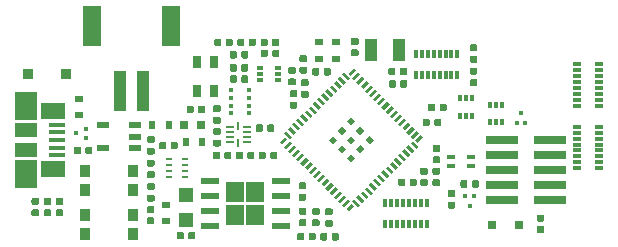
<source format=gbr>
G04 #@! TF.GenerationSoftware,KiCad,Pcbnew,5.1.4+dfsg1-1~bpo10+1*
G04 #@! TF.CreationDate,2020-01-31T15:28:30+01:00*
G04 #@! TF.ProjectId,quicklogic-quick-feather-board,71756963-6b6c-46f6-9769-632d71756963,rev?*
G04 #@! TF.SameCoordinates,Original*
G04 #@! TF.FileFunction,Paste,Top*
G04 #@! TF.FilePolarity,Positive*
%FSLAX46Y46*%
G04 Gerber Fmt 4.6, Leading zero omitted, Abs format (unit mm)*
G04 Created by KiCad (PCBNEW 5.1.4+dfsg1-1~bpo10+1) date 2020-01-31 15:28:30*
%MOMM*%
%LPD*%
G04 APERTURE LIST*
%ADD10R,0.600000X0.300000*%
%ADD11R,0.300000X0.600000*%
%ADD12R,0.800000X1.000000*%
%ADD13R,0.800000X0.300000*%
%ADD14C,0.100000*%
%ADD15C,0.590000*%
%ADD16R,0.350000X0.350000*%
%ADD17R,0.550000X0.250000*%
%ADD18R,1.500000X0.500000*%
%ADD19R,1.500000X1.800000*%
%ADD20R,1.500000X3.400000*%
%ADD21R,1.000000X3.500000*%
%ADD22R,1.380000X0.450000*%
%ADD23R,2.100000X1.475000*%
%ADD24R,1.900000X1.175000*%
%ADD25R,1.900000X2.375000*%
%ADD26R,0.900000X0.950000*%
%ADD27R,0.800000X0.800000*%
%ADD28R,1.200000X1.200000*%
%ADD29R,0.800000X0.600000*%
%ADD30R,0.600000X0.800000*%
%ADD31R,1.100000X1.900000*%
%ADD32R,0.750000X0.450000*%
%ADD33R,2.790000X0.740000*%
%ADD34R,0.900000X1.000000*%
%ADD35R,0.650000X0.250000*%
%ADD36R,0.250000X0.650000*%
%ADD37R,0.300000X0.800000*%
%ADD38R,1.050000X0.600000*%
%ADD39C,0.500000*%
%ADD40C,0.270000*%
%ADD41R,0.300000X0.300000*%
G04 APERTURE END LIST*
D10*
X144630000Y-98940000D03*
X144630000Y-99440000D03*
X144630000Y-99940000D03*
X146130000Y-99940000D03*
X146130000Y-99440000D03*
X146130000Y-98940000D03*
D11*
X165140000Y-102010000D03*
X164640000Y-102010000D03*
X164140000Y-102010000D03*
X164140000Y-103510000D03*
X164640000Y-103510000D03*
X165140000Y-103510000D03*
X162590000Y-101480000D03*
X162090000Y-101480000D03*
X161590000Y-101480000D03*
X161590000Y-102980000D03*
X162090000Y-102980000D03*
X162590000Y-102980000D03*
D12*
X140700000Y-98380000D03*
X140700000Y-100880000D03*
X139300000Y-100880000D03*
X139300000Y-98380000D03*
D13*
X173311000Y-106893000D03*
X173311000Y-105893000D03*
X173311000Y-106393000D03*
X173311000Y-105393000D03*
X173311000Y-104893000D03*
X173311000Y-104393000D03*
X171511000Y-106893000D03*
X171511000Y-106393000D03*
X171511000Y-105893000D03*
X171511000Y-105393000D03*
X171511000Y-104893000D03*
X171511000Y-104393000D03*
X173311000Y-107393000D03*
X171511000Y-107393000D03*
X173311000Y-103893000D03*
X171511000Y-103893000D03*
D14*
G36*
X148486958Y-97820710D02*
G01*
X148501276Y-97822834D01*
X148515317Y-97826351D01*
X148528946Y-97831228D01*
X148542031Y-97837417D01*
X148554447Y-97844858D01*
X148566073Y-97853481D01*
X148576798Y-97863202D01*
X148586519Y-97873927D01*
X148595142Y-97885553D01*
X148602583Y-97897969D01*
X148608772Y-97911054D01*
X148613649Y-97924683D01*
X148617166Y-97938724D01*
X148619290Y-97953042D01*
X148620000Y-97967500D01*
X148620000Y-98262500D01*
X148619290Y-98276958D01*
X148617166Y-98291276D01*
X148613649Y-98305317D01*
X148608772Y-98318946D01*
X148602583Y-98332031D01*
X148595142Y-98344447D01*
X148586519Y-98356073D01*
X148576798Y-98366798D01*
X148566073Y-98376519D01*
X148554447Y-98385142D01*
X148542031Y-98392583D01*
X148528946Y-98398772D01*
X148515317Y-98403649D01*
X148501276Y-98407166D01*
X148486958Y-98409290D01*
X148472500Y-98410000D01*
X148127500Y-98410000D01*
X148113042Y-98409290D01*
X148098724Y-98407166D01*
X148084683Y-98403649D01*
X148071054Y-98398772D01*
X148057969Y-98392583D01*
X148045553Y-98385142D01*
X148033927Y-98376519D01*
X148023202Y-98366798D01*
X148013481Y-98356073D01*
X148004858Y-98344447D01*
X147997417Y-98332031D01*
X147991228Y-98318946D01*
X147986351Y-98305317D01*
X147982834Y-98291276D01*
X147980710Y-98276958D01*
X147980000Y-98262500D01*
X147980000Y-97967500D01*
X147980710Y-97953042D01*
X147982834Y-97938724D01*
X147986351Y-97924683D01*
X147991228Y-97911054D01*
X147997417Y-97897969D01*
X148004858Y-97885553D01*
X148013481Y-97873927D01*
X148023202Y-97863202D01*
X148033927Y-97853481D01*
X148045553Y-97844858D01*
X148057969Y-97837417D01*
X148071054Y-97831228D01*
X148084683Y-97826351D01*
X148098724Y-97822834D01*
X148113042Y-97820710D01*
X148127500Y-97820000D01*
X148472500Y-97820000D01*
X148486958Y-97820710D01*
X148486958Y-97820710D01*
G37*
D15*
X148300000Y-98115000D03*
D14*
G36*
X148486958Y-98790710D02*
G01*
X148501276Y-98792834D01*
X148515317Y-98796351D01*
X148528946Y-98801228D01*
X148542031Y-98807417D01*
X148554447Y-98814858D01*
X148566073Y-98823481D01*
X148576798Y-98833202D01*
X148586519Y-98843927D01*
X148595142Y-98855553D01*
X148602583Y-98867969D01*
X148608772Y-98881054D01*
X148613649Y-98894683D01*
X148617166Y-98908724D01*
X148619290Y-98923042D01*
X148620000Y-98937500D01*
X148620000Y-99232500D01*
X148619290Y-99246958D01*
X148617166Y-99261276D01*
X148613649Y-99275317D01*
X148608772Y-99288946D01*
X148602583Y-99302031D01*
X148595142Y-99314447D01*
X148586519Y-99326073D01*
X148576798Y-99336798D01*
X148566073Y-99346519D01*
X148554447Y-99355142D01*
X148542031Y-99362583D01*
X148528946Y-99368772D01*
X148515317Y-99373649D01*
X148501276Y-99377166D01*
X148486958Y-99379290D01*
X148472500Y-99380000D01*
X148127500Y-99380000D01*
X148113042Y-99379290D01*
X148098724Y-99377166D01*
X148084683Y-99373649D01*
X148071054Y-99368772D01*
X148057969Y-99362583D01*
X148045553Y-99355142D01*
X148033927Y-99346519D01*
X148023202Y-99336798D01*
X148013481Y-99326073D01*
X148004858Y-99314447D01*
X147997417Y-99302031D01*
X147991228Y-99288946D01*
X147986351Y-99275317D01*
X147982834Y-99261276D01*
X147980710Y-99246958D01*
X147980000Y-99232500D01*
X147980000Y-98937500D01*
X147980710Y-98923042D01*
X147982834Y-98908724D01*
X147986351Y-98894683D01*
X147991228Y-98881054D01*
X147997417Y-98867969D01*
X148004858Y-98855553D01*
X148013481Y-98843927D01*
X148023202Y-98833202D01*
X148033927Y-98823481D01*
X148045553Y-98814858D01*
X148057969Y-98807417D01*
X148071054Y-98801228D01*
X148084683Y-98796351D01*
X148098724Y-98792834D01*
X148113042Y-98790710D01*
X148127500Y-98790000D01*
X148472500Y-98790000D01*
X148486958Y-98790710D01*
X148486958Y-98790710D01*
G37*
D15*
X148300000Y-99085000D03*
D16*
X143670000Y-102760000D03*
X143670000Y-102110000D03*
X143670000Y-101460000D03*
X143670000Y-100810000D03*
X142220000Y-102760000D03*
X142220000Y-102110000D03*
X142220000Y-101460000D03*
X142220000Y-100810000D03*
D17*
X138285000Y-106650000D03*
X138285000Y-107150000D03*
X138285000Y-107650000D03*
X138285000Y-108150000D03*
X136935000Y-108150000D03*
X136935000Y-107650000D03*
X136935000Y-107150000D03*
X136935000Y-106650000D03*
D18*
X140400000Y-108495000D03*
X140400000Y-109765000D03*
X140400000Y-111035000D03*
X140400000Y-112305000D03*
X146400000Y-112305000D03*
X146400000Y-111035000D03*
X146400000Y-109765000D03*
X146400000Y-108495000D03*
D19*
X142550000Y-109400000D03*
X142550000Y-111400000D03*
X144250000Y-109400000D03*
X144250000Y-111400000D03*
D20*
X137119100Y-95350000D03*
X130419100Y-95350000D03*
D21*
X134769100Y-100900000D03*
X132769100Y-100900000D03*
D22*
X127480000Y-106303600D03*
X127480000Y-105653600D03*
X127480000Y-105003600D03*
X127480000Y-104353600D03*
X127480000Y-103703600D03*
D23*
X127120000Y-102541100D03*
D24*
X124820000Y-104166100D03*
D25*
X124820000Y-107916100D03*
X124820000Y-102091100D03*
D24*
X124820000Y-105841100D03*
D23*
X127120000Y-107466100D03*
D26*
X128175000Y-99450000D03*
X125025000Y-99450000D03*
D27*
X138180000Y-103730000D03*
X139680000Y-103730000D03*
D28*
X138370000Y-109680000D03*
X138370000Y-111780000D03*
D29*
X129290000Y-102930000D03*
X129290000Y-101530000D03*
D30*
X139750000Y-105200000D03*
X138350000Y-105200000D03*
X135490000Y-103720000D03*
X136890000Y-103720000D03*
D29*
X136680000Y-111880000D03*
X136680000Y-110480000D03*
D14*
G36*
X129336958Y-105570710D02*
G01*
X129351276Y-105572834D01*
X129365317Y-105576351D01*
X129378946Y-105581228D01*
X129392031Y-105587417D01*
X129404447Y-105594858D01*
X129416073Y-105603481D01*
X129426798Y-105613202D01*
X129436519Y-105623927D01*
X129445142Y-105635553D01*
X129452583Y-105647969D01*
X129458772Y-105661054D01*
X129463649Y-105674683D01*
X129467166Y-105688724D01*
X129469290Y-105703042D01*
X129470000Y-105717500D01*
X129470000Y-106062500D01*
X129469290Y-106076958D01*
X129467166Y-106091276D01*
X129463649Y-106105317D01*
X129458772Y-106118946D01*
X129452583Y-106132031D01*
X129445142Y-106144447D01*
X129436519Y-106156073D01*
X129426798Y-106166798D01*
X129416073Y-106176519D01*
X129404447Y-106185142D01*
X129392031Y-106192583D01*
X129378946Y-106198772D01*
X129365317Y-106203649D01*
X129351276Y-106207166D01*
X129336958Y-106209290D01*
X129322500Y-106210000D01*
X129027500Y-106210000D01*
X129013042Y-106209290D01*
X128998724Y-106207166D01*
X128984683Y-106203649D01*
X128971054Y-106198772D01*
X128957969Y-106192583D01*
X128945553Y-106185142D01*
X128933927Y-106176519D01*
X128923202Y-106166798D01*
X128913481Y-106156073D01*
X128904858Y-106144447D01*
X128897417Y-106132031D01*
X128891228Y-106118946D01*
X128886351Y-106105317D01*
X128882834Y-106091276D01*
X128880710Y-106076958D01*
X128880000Y-106062500D01*
X128880000Y-105717500D01*
X128880710Y-105703042D01*
X128882834Y-105688724D01*
X128886351Y-105674683D01*
X128891228Y-105661054D01*
X128897417Y-105647969D01*
X128904858Y-105635553D01*
X128913481Y-105623927D01*
X128923202Y-105613202D01*
X128933927Y-105603481D01*
X128945553Y-105594858D01*
X128957969Y-105587417D01*
X128971054Y-105581228D01*
X128984683Y-105576351D01*
X128998724Y-105572834D01*
X129013042Y-105570710D01*
X129027500Y-105570000D01*
X129322500Y-105570000D01*
X129336958Y-105570710D01*
X129336958Y-105570710D01*
G37*
D15*
X129175000Y-105890000D03*
D14*
G36*
X130306958Y-105570710D02*
G01*
X130321276Y-105572834D01*
X130335317Y-105576351D01*
X130348946Y-105581228D01*
X130362031Y-105587417D01*
X130374447Y-105594858D01*
X130386073Y-105603481D01*
X130396798Y-105613202D01*
X130406519Y-105623927D01*
X130415142Y-105635553D01*
X130422583Y-105647969D01*
X130428772Y-105661054D01*
X130433649Y-105674683D01*
X130437166Y-105688724D01*
X130439290Y-105703042D01*
X130440000Y-105717500D01*
X130440000Y-106062500D01*
X130439290Y-106076958D01*
X130437166Y-106091276D01*
X130433649Y-106105317D01*
X130428772Y-106118946D01*
X130422583Y-106132031D01*
X130415142Y-106144447D01*
X130406519Y-106156073D01*
X130396798Y-106166798D01*
X130386073Y-106176519D01*
X130374447Y-106185142D01*
X130362031Y-106192583D01*
X130348946Y-106198772D01*
X130335317Y-106203649D01*
X130321276Y-106207166D01*
X130306958Y-106209290D01*
X130292500Y-106210000D01*
X129997500Y-106210000D01*
X129983042Y-106209290D01*
X129968724Y-106207166D01*
X129954683Y-106203649D01*
X129941054Y-106198772D01*
X129927969Y-106192583D01*
X129915553Y-106185142D01*
X129903927Y-106176519D01*
X129893202Y-106166798D01*
X129883481Y-106156073D01*
X129874858Y-106144447D01*
X129867417Y-106132031D01*
X129861228Y-106118946D01*
X129856351Y-106105317D01*
X129852834Y-106091276D01*
X129850710Y-106076958D01*
X129850000Y-106062500D01*
X129850000Y-105717500D01*
X129850710Y-105703042D01*
X129852834Y-105688724D01*
X129856351Y-105674683D01*
X129861228Y-105661054D01*
X129867417Y-105647969D01*
X129874858Y-105635553D01*
X129883481Y-105623927D01*
X129893202Y-105613202D01*
X129903927Y-105603481D01*
X129915553Y-105594858D01*
X129927969Y-105587417D01*
X129941054Y-105581228D01*
X129954683Y-105576351D01*
X129968724Y-105572834D01*
X129983042Y-105570710D01*
X129997500Y-105570000D01*
X130292500Y-105570000D01*
X130306958Y-105570710D01*
X130306958Y-105570710D01*
G37*
D15*
X130145000Y-105890000D03*
D14*
G36*
X135586958Y-105650710D02*
G01*
X135601276Y-105652834D01*
X135615317Y-105656351D01*
X135628946Y-105661228D01*
X135642031Y-105667417D01*
X135654447Y-105674858D01*
X135666073Y-105683481D01*
X135676798Y-105693202D01*
X135686519Y-105703927D01*
X135695142Y-105715553D01*
X135702583Y-105727969D01*
X135708772Y-105741054D01*
X135713649Y-105754683D01*
X135717166Y-105768724D01*
X135719290Y-105783042D01*
X135720000Y-105797500D01*
X135720000Y-106092500D01*
X135719290Y-106106958D01*
X135717166Y-106121276D01*
X135713649Y-106135317D01*
X135708772Y-106148946D01*
X135702583Y-106162031D01*
X135695142Y-106174447D01*
X135686519Y-106186073D01*
X135676798Y-106196798D01*
X135666073Y-106206519D01*
X135654447Y-106215142D01*
X135642031Y-106222583D01*
X135628946Y-106228772D01*
X135615317Y-106233649D01*
X135601276Y-106237166D01*
X135586958Y-106239290D01*
X135572500Y-106240000D01*
X135227500Y-106240000D01*
X135213042Y-106239290D01*
X135198724Y-106237166D01*
X135184683Y-106233649D01*
X135171054Y-106228772D01*
X135157969Y-106222583D01*
X135145553Y-106215142D01*
X135133927Y-106206519D01*
X135123202Y-106196798D01*
X135113481Y-106186073D01*
X135104858Y-106174447D01*
X135097417Y-106162031D01*
X135091228Y-106148946D01*
X135086351Y-106135317D01*
X135082834Y-106121276D01*
X135080710Y-106106958D01*
X135080000Y-106092500D01*
X135080000Y-105797500D01*
X135080710Y-105783042D01*
X135082834Y-105768724D01*
X135086351Y-105754683D01*
X135091228Y-105741054D01*
X135097417Y-105727969D01*
X135104858Y-105715553D01*
X135113481Y-105703927D01*
X135123202Y-105693202D01*
X135133927Y-105683481D01*
X135145553Y-105674858D01*
X135157969Y-105667417D01*
X135171054Y-105661228D01*
X135184683Y-105656351D01*
X135198724Y-105652834D01*
X135213042Y-105650710D01*
X135227500Y-105650000D01*
X135572500Y-105650000D01*
X135586958Y-105650710D01*
X135586958Y-105650710D01*
G37*
D15*
X135400000Y-105945000D03*
D14*
G36*
X135586958Y-104680710D02*
G01*
X135601276Y-104682834D01*
X135615317Y-104686351D01*
X135628946Y-104691228D01*
X135642031Y-104697417D01*
X135654447Y-104704858D01*
X135666073Y-104713481D01*
X135676798Y-104723202D01*
X135686519Y-104733927D01*
X135695142Y-104745553D01*
X135702583Y-104757969D01*
X135708772Y-104771054D01*
X135713649Y-104784683D01*
X135717166Y-104798724D01*
X135719290Y-104813042D01*
X135720000Y-104827500D01*
X135720000Y-105122500D01*
X135719290Y-105136958D01*
X135717166Y-105151276D01*
X135713649Y-105165317D01*
X135708772Y-105178946D01*
X135702583Y-105192031D01*
X135695142Y-105204447D01*
X135686519Y-105216073D01*
X135676798Y-105226798D01*
X135666073Y-105236519D01*
X135654447Y-105245142D01*
X135642031Y-105252583D01*
X135628946Y-105258772D01*
X135615317Y-105263649D01*
X135601276Y-105267166D01*
X135586958Y-105269290D01*
X135572500Y-105270000D01*
X135227500Y-105270000D01*
X135213042Y-105269290D01*
X135198724Y-105267166D01*
X135184683Y-105263649D01*
X135171054Y-105258772D01*
X135157969Y-105252583D01*
X135145553Y-105245142D01*
X135133927Y-105236519D01*
X135123202Y-105226798D01*
X135113481Y-105216073D01*
X135104858Y-105204447D01*
X135097417Y-105192031D01*
X135091228Y-105178946D01*
X135086351Y-105165317D01*
X135082834Y-105151276D01*
X135080710Y-105136958D01*
X135080000Y-105122500D01*
X135080000Y-104827500D01*
X135080710Y-104813042D01*
X135082834Y-104798724D01*
X135086351Y-104784683D01*
X135091228Y-104771054D01*
X135097417Y-104757969D01*
X135104858Y-104745553D01*
X135113481Y-104733927D01*
X135123202Y-104723202D01*
X135133927Y-104713481D01*
X135145553Y-104704858D01*
X135157969Y-104697417D01*
X135171054Y-104691228D01*
X135184683Y-104686351D01*
X135198724Y-104682834D01*
X135213042Y-104680710D01*
X135227500Y-104680000D01*
X135572500Y-104680000D01*
X135586958Y-104680710D01*
X135586958Y-104680710D01*
G37*
D15*
X135400000Y-104975000D03*
D14*
G36*
X135586958Y-108660710D02*
G01*
X135601276Y-108662834D01*
X135615317Y-108666351D01*
X135628946Y-108671228D01*
X135642031Y-108677417D01*
X135654447Y-108684858D01*
X135666073Y-108693481D01*
X135676798Y-108703202D01*
X135686519Y-108713927D01*
X135695142Y-108725553D01*
X135702583Y-108737969D01*
X135708772Y-108751054D01*
X135713649Y-108764683D01*
X135717166Y-108778724D01*
X135719290Y-108793042D01*
X135720000Y-108807500D01*
X135720000Y-109102500D01*
X135719290Y-109116958D01*
X135717166Y-109131276D01*
X135713649Y-109145317D01*
X135708772Y-109158946D01*
X135702583Y-109172031D01*
X135695142Y-109184447D01*
X135686519Y-109196073D01*
X135676798Y-109206798D01*
X135666073Y-109216519D01*
X135654447Y-109225142D01*
X135642031Y-109232583D01*
X135628946Y-109238772D01*
X135615317Y-109243649D01*
X135601276Y-109247166D01*
X135586958Y-109249290D01*
X135572500Y-109250000D01*
X135227500Y-109250000D01*
X135213042Y-109249290D01*
X135198724Y-109247166D01*
X135184683Y-109243649D01*
X135171054Y-109238772D01*
X135157969Y-109232583D01*
X135145553Y-109225142D01*
X135133927Y-109216519D01*
X135123202Y-109206798D01*
X135113481Y-109196073D01*
X135104858Y-109184447D01*
X135097417Y-109172031D01*
X135091228Y-109158946D01*
X135086351Y-109145317D01*
X135082834Y-109131276D01*
X135080710Y-109116958D01*
X135080000Y-109102500D01*
X135080000Y-108807500D01*
X135080710Y-108793042D01*
X135082834Y-108778724D01*
X135086351Y-108764683D01*
X135091228Y-108751054D01*
X135097417Y-108737969D01*
X135104858Y-108725553D01*
X135113481Y-108713927D01*
X135123202Y-108703202D01*
X135133927Y-108693481D01*
X135145553Y-108684858D01*
X135157969Y-108677417D01*
X135171054Y-108671228D01*
X135184683Y-108666351D01*
X135198724Y-108662834D01*
X135213042Y-108660710D01*
X135227500Y-108660000D01*
X135572500Y-108660000D01*
X135586958Y-108660710D01*
X135586958Y-108660710D01*
G37*
D15*
X135400000Y-108955000D03*
D14*
G36*
X135586958Y-109630710D02*
G01*
X135601276Y-109632834D01*
X135615317Y-109636351D01*
X135628946Y-109641228D01*
X135642031Y-109647417D01*
X135654447Y-109654858D01*
X135666073Y-109663481D01*
X135676798Y-109673202D01*
X135686519Y-109683927D01*
X135695142Y-109695553D01*
X135702583Y-109707969D01*
X135708772Y-109721054D01*
X135713649Y-109734683D01*
X135717166Y-109748724D01*
X135719290Y-109763042D01*
X135720000Y-109777500D01*
X135720000Y-110072500D01*
X135719290Y-110086958D01*
X135717166Y-110101276D01*
X135713649Y-110115317D01*
X135708772Y-110128946D01*
X135702583Y-110142031D01*
X135695142Y-110154447D01*
X135686519Y-110166073D01*
X135676798Y-110176798D01*
X135666073Y-110186519D01*
X135654447Y-110195142D01*
X135642031Y-110202583D01*
X135628946Y-110208772D01*
X135615317Y-110213649D01*
X135601276Y-110217166D01*
X135586958Y-110219290D01*
X135572500Y-110220000D01*
X135227500Y-110220000D01*
X135213042Y-110219290D01*
X135198724Y-110217166D01*
X135184683Y-110213649D01*
X135171054Y-110208772D01*
X135157969Y-110202583D01*
X135145553Y-110195142D01*
X135133927Y-110186519D01*
X135123202Y-110176798D01*
X135113481Y-110166073D01*
X135104858Y-110154447D01*
X135097417Y-110142031D01*
X135091228Y-110128946D01*
X135086351Y-110115317D01*
X135082834Y-110101276D01*
X135080710Y-110086958D01*
X135080000Y-110072500D01*
X135080000Y-109777500D01*
X135080710Y-109763042D01*
X135082834Y-109748724D01*
X135086351Y-109734683D01*
X135091228Y-109721054D01*
X135097417Y-109707969D01*
X135104858Y-109695553D01*
X135113481Y-109683927D01*
X135123202Y-109673202D01*
X135133927Y-109663481D01*
X135145553Y-109654858D01*
X135157969Y-109647417D01*
X135171054Y-109641228D01*
X135184683Y-109636351D01*
X135198724Y-109632834D01*
X135213042Y-109630710D01*
X135227500Y-109630000D01*
X135572500Y-109630000D01*
X135586958Y-109630710D01*
X135586958Y-109630710D01*
G37*
D15*
X135400000Y-109925000D03*
D14*
G36*
X135576958Y-106670710D02*
G01*
X135591276Y-106672834D01*
X135605317Y-106676351D01*
X135618946Y-106681228D01*
X135632031Y-106687417D01*
X135644447Y-106694858D01*
X135656073Y-106703481D01*
X135666798Y-106713202D01*
X135676519Y-106723927D01*
X135685142Y-106735553D01*
X135692583Y-106747969D01*
X135698772Y-106761054D01*
X135703649Y-106774683D01*
X135707166Y-106788724D01*
X135709290Y-106803042D01*
X135710000Y-106817500D01*
X135710000Y-107112500D01*
X135709290Y-107126958D01*
X135707166Y-107141276D01*
X135703649Y-107155317D01*
X135698772Y-107168946D01*
X135692583Y-107182031D01*
X135685142Y-107194447D01*
X135676519Y-107206073D01*
X135666798Y-107216798D01*
X135656073Y-107226519D01*
X135644447Y-107235142D01*
X135632031Y-107242583D01*
X135618946Y-107248772D01*
X135605317Y-107253649D01*
X135591276Y-107257166D01*
X135576958Y-107259290D01*
X135562500Y-107260000D01*
X135217500Y-107260000D01*
X135203042Y-107259290D01*
X135188724Y-107257166D01*
X135174683Y-107253649D01*
X135161054Y-107248772D01*
X135147969Y-107242583D01*
X135135553Y-107235142D01*
X135123927Y-107226519D01*
X135113202Y-107216798D01*
X135103481Y-107206073D01*
X135094858Y-107194447D01*
X135087417Y-107182031D01*
X135081228Y-107168946D01*
X135076351Y-107155317D01*
X135072834Y-107141276D01*
X135070710Y-107126958D01*
X135070000Y-107112500D01*
X135070000Y-106817500D01*
X135070710Y-106803042D01*
X135072834Y-106788724D01*
X135076351Y-106774683D01*
X135081228Y-106761054D01*
X135087417Y-106747969D01*
X135094858Y-106735553D01*
X135103481Y-106723927D01*
X135113202Y-106713202D01*
X135123927Y-106703481D01*
X135135553Y-106694858D01*
X135147969Y-106687417D01*
X135161054Y-106681228D01*
X135174683Y-106676351D01*
X135188724Y-106672834D01*
X135203042Y-106670710D01*
X135217500Y-106670000D01*
X135562500Y-106670000D01*
X135576958Y-106670710D01*
X135576958Y-106670710D01*
G37*
D15*
X135390000Y-106965000D03*
D14*
G36*
X135576958Y-107640710D02*
G01*
X135591276Y-107642834D01*
X135605317Y-107646351D01*
X135618946Y-107651228D01*
X135632031Y-107657417D01*
X135644447Y-107664858D01*
X135656073Y-107673481D01*
X135666798Y-107683202D01*
X135676519Y-107693927D01*
X135685142Y-107705553D01*
X135692583Y-107717969D01*
X135698772Y-107731054D01*
X135703649Y-107744683D01*
X135707166Y-107758724D01*
X135709290Y-107773042D01*
X135710000Y-107787500D01*
X135710000Y-108082500D01*
X135709290Y-108096958D01*
X135707166Y-108111276D01*
X135703649Y-108125317D01*
X135698772Y-108138946D01*
X135692583Y-108152031D01*
X135685142Y-108164447D01*
X135676519Y-108176073D01*
X135666798Y-108186798D01*
X135656073Y-108196519D01*
X135644447Y-108205142D01*
X135632031Y-108212583D01*
X135618946Y-108218772D01*
X135605317Y-108223649D01*
X135591276Y-108227166D01*
X135576958Y-108229290D01*
X135562500Y-108230000D01*
X135217500Y-108230000D01*
X135203042Y-108229290D01*
X135188724Y-108227166D01*
X135174683Y-108223649D01*
X135161054Y-108218772D01*
X135147969Y-108212583D01*
X135135553Y-108205142D01*
X135123927Y-108196519D01*
X135113202Y-108186798D01*
X135103481Y-108176073D01*
X135094858Y-108164447D01*
X135087417Y-108152031D01*
X135081228Y-108138946D01*
X135076351Y-108125317D01*
X135072834Y-108111276D01*
X135070710Y-108096958D01*
X135070000Y-108082500D01*
X135070000Y-107787500D01*
X135070710Y-107773042D01*
X135072834Y-107758724D01*
X135076351Y-107744683D01*
X135081228Y-107731054D01*
X135087417Y-107717969D01*
X135094858Y-107705553D01*
X135103481Y-107693927D01*
X135113202Y-107683202D01*
X135123927Y-107673481D01*
X135135553Y-107664858D01*
X135147969Y-107657417D01*
X135161054Y-107651228D01*
X135174683Y-107646351D01*
X135188724Y-107642834D01*
X135203042Y-107640710D01*
X135217500Y-107640000D01*
X135562500Y-107640000D01*
X135576958Y-107640710D01*
X135576958Y-107640710D01*
G37*
D15*
X135390000Y-107935000D03*
D14*
G36*
X135566958Y-110600710D02*
G01*
X135581276Y-110602834D01*
X135595317Y-110606351D01*
X135608946Y-110611228D01*
X135622031Y-110617417D01*
X135634447Y-110624858D01*
X135646073Y-110633481D01*
X135656798Y-110643202D01*
X135666519Y-110653927D01*
X135675142Y-110665553D01*
X135682583Y-110677969D01*
X135688772Y-110691054D01*
X135693649Y-110704683D01*
X135697166Y-110718724D01*
X135699290Y-110733042D01*
X135700000Y-110747500D01*
X135700000Y-111042500D01*
X135699290Y-111056958D01*
X135697166Y-111071276D01*
X135693649Y-111085317D01*
X135688772Y-111098946D01*
X135682583Y-111112031D01*
X135675142Y-111124447D01*
X135666519Y-111136073D01*
X135656798Y-111146798D01*
X135646073Y-111156519D01*
X135634447Y-111165142D01*
X135622031Y-111172583D01*
X135608946Y-111178772D01*
X135595317Y-111183649D01*
X135581276Y-111187166D01*
X135566958Y-111189290D01*
X135552500Y-111190000D01*
X135207500Y-111190000D01*
X135193042Y-111189290D01*
X135178724Y-111187166D01*
X135164683Y-111183649D01*
X135151054Y-111178772D01*
X135137969Y-111172583D01*
X135125553Y-111165142D01*
X135113927Y-111156519D01*
X135103202Y-111146798D01*
X135093481Y-111136073D01*
X135084858Y-111124447D01*
X135077417Y-111112031D01*
X135071228Y-111098946D01*
X135066351Y-111085317D01*
X135062834Y-111071276D01*
X135060710Y-111056958D01*
X135060000Y-111042500D01*
X135060000Y-110747500D01*
X135060710Y-110733042D01*
X135062834Y-110718724D01*
X135066351Y-110704683D01*
X135071228Y-110691054D01*
X135077417Y-110677969D01*
X135084858Y-110665553D01*
X135093481Y-110653927D01*
X135103202Y-110643202D01*
X135113927Y-110633481D01*
X135125553Y-110624858D01*
X135137969Y-110617417D01*
X135151054Y-110611228D01*
X135164683Y-110606351D01*
X135178724Y-110602834D01*
X135193042Y-110600710D01*
X135207500Y-110600000D01*
X135552500Y-110600000D01*
X135566958Y-110600710D01*
X135566958Y-110600710D01*
G37*
D15*
X135380000Y-110895000D03*
D14*
G36*
X135566958Y-111570710D02*
G01*
X135581276Y-111572834D01*
X135595317Y-111576351D01*
X135608946Y-111581228D01*
X135622031Y-111587417D01*
X135634447Y-111594858D01*
X135646073Y-111603481D01*
X135656798Y-111613202D01*
X135666519Y-111623927D01*
X135675142Y-111635553D01*
X135682583Y-111647969D01*
X135688772Y-111661054D01*
X135693649Y-111674683D01*
X135697166Y-111688724D01*
X135699290Y-111703042D01*
X135700000Y-111717500D01*
X135700000Y-112012500D01*
X135699290Y-112026958D01*
X135697166Y-112041276D01*
X135693649Y-112055317D01*
X135688772Y-112068946D01*
X135682583Y-112082031D01*
X135675142Y-112094447D01*
X135666519Y-112106073D01*
X135656798Y-112116798D01*
X135646073Y-112126519D01*
X135634447Y-112135142D01*
X135622031Y-112142583D01*
X135608946Y-112148772D01*
X135595317Y-112153649D01*
X135581276Y-112157166D01*
X135566958Y-112159290D01*
X135552500Y-112160000D01*
X135207500Y-112160000D01*
X135193042Y-112159290D01*
X135178724Y-112157166D01*
X135164683Y-112153649D01*
X135151054Y-112148772D01*
X135137969Y-112142583D01*
X135125553Y-112135142D01*
X135113927Y-112126519D01*
X135103202Y-112116798D01*
X135093481Y-112106073D01*
X135084858Y-112094447D01*
X135077417Y-112082031D01*
X135071228Y-112068946D01*
X135066351Y-112055317D01*
X135062834Y-112041276D01*
X135060710Y-112026958D01*
X135060000Y-112012500D01*
X135060000Y-111717500D01*
X135060710Y-111703042D01*
X135062834Y-111688724D01*
X135066351Y-111674683D01*
X135071228Y-111661054D01*
X135077417Y-111647969D01*
X135084858Y-111635553D01*
X135093481Y-111623927D01*
X135103202Y-111613202D01*
X135113927Y-111603481D01*
X135125553Y-111594858D01*
X135137969Y-111587417D01*
X135151054Y-111581228D01*
X135164683Y-111576351D01*
X135178724Y-111572834D01*
X135193042Y-111570710D01*
X135207500Y-111570000D01*
X135552500Y-111570000D01*
X135566958Y-111570710D01*
X135566958Y-111570710D01*
G37*
D15*
X135380000Y-111865000D03*
D31*
X154025000Y-97430000D03*
X156435000Y-97430000D03*
D14*
G36*
X152846958Y-96370710D02*
G01*
X152861276Y-96372834D01*
X152875317Y-96376351D01*
X152888946Y-96381228D01*
X152902031Y-96387417D01*
X152914447Y-96394858D01*
X152926073Y-96403481D01*
X152936798Y-96413202D01*
X152946519Y-96423927D01*
X152955142Y-96435553D01*
X152962583Y-96447969D01*
X152968772Y-96461054D01*
X152973649Y-96474683D01*
X152977166Y-96488724D01*
X152979290Y-96503042D01*
X152980000Y-96517500D01*
X152980000Y-96812500D01*
X152979290Y-96826958D01*
X152977166Y-96841276D01*
X152973649Y-96855317D01*
X152968772Y-96868946D01*
X152962583Y-96882031D01*
X152955142Y-96894447D01*
X152946519Y-96906073D01*
X152936798Y-96916798D01*
X152926073Y-96926519D01*
X152914447Y-96935142D01*
X152902031Y-96942583D01*
X152888946Y-96948772D01*
X152875317Y-96953649D01*
X152861276Y-96957166D01*
X152846958Y-96959290D01*
X152832500Y-96960000D01*
X152487500Y-96960000D01*
X152473042Y-96959290D01*
X152458724Y-96957166D01*
X152444683Y-96953649D01*
X152431054Y-96948772D01*
X152417969Y-96942583D01*
X152405553Y-96935142D01*
X152393927Y-96926519D01*
X152383202Y-96916798D01*
X152373481Y-96906073D01*
X152364858Y-96894447D01*
X152357417Y-96882031D01*
X152351228Y-96868946D01*
X152346351Y-96855317D01*
X152342834Y-96841276D01*
X152340710Y-96826958D01*
X152340000Y-96812500D01*
X152340000Y-96517500D01*
X152340710Y-96503042D01*
X152342834Y-96488724D01*
X152346351Y-96474683D01*
X152351228Y-96461054D01*
X152357417Y-96447969D01*
X152364858Y-96435553D01*
X152373481Y-96423927D01*
X152383202Y-96413202D01*
X152393927Y-96403481D01*
X152405553Y-96394858D01*
X152417969Y-96387417D01*
X152431054Y-96381228D01*
X152444683Y-96376351D01*
X152458724Y-96372834D01*
X152473042Y-96370710D01*
X152487500Y-96370000D01*
X152832500Y-96370000D01*
X152846958Y-96370710D01*
X152846958Y-96370710D01*
G37*
D15*
X152660000Y-96665000D03*
D14*
G36*
X152846958Y-97340710D02*
G01*
X152861276Y-97342834D01*
X152875317Y-97346351D01*
X152888946Y-97351228D01*
X152902031Y-97357417D01*
X152914447Y-97364858D01*
X152926073Y-97373481D01*
X152936798Y-97383202D01*
X152946519Y-97393927D01*
X152955142Y-97405553D01*
X152962583Y-97417969D01*
X152968772Y-97431054D01*
X152973649Y-97444683D01*
X152977166Y-97458724D01*
X152979290Y-97473042D01*
X152980000Y-97487500D01*
X152980000Y-97782500D01*
X152979290Y-97796958D01*
X152977166Y-97811276D01*
X152973649Y-97825317D01*
X152968772Y-97838946D01*
X152962583Y-97852031D01*
X152955142Y-97864447D01*
X152946519Y-97876073D01*
X152936798Y-97886798D01*
X152926073Y-97896519D01*
X152914447Y-97905142D01*
X152902031Y-97912583D01*
X152888946Y-97918772D01*
X152875317Y-97923649D01*
X152861276Y-97927166D01*
X152846958Y-97929290D01*
X152832500Y-97930000D01*
X152487500Y-97930000D01*
X152473042Y-97929290D01*
X152458724Y-97927166D01*
X152444683Y-97923649D01*
X152431054Y-97918772D01*
X152417969Y-97912583D01*
X152405553Y-97905142D01*
X152393927Y-97896519D01*
X152383202Y-97886798D01*
X152373481Y-97876073D01*
X152364858Y-97864447D01*
X152357417Y-97852031D01*
X152351228Y-97838946D01*
X152346351Y-97825317D01*
X152342834Y-97811276D01*
X152340710Y-97796958D01*
X152340000Y-97782500D01*
X152340000Y-97487500D01*
X152340710Y-97473042D01*
X152342834Y-97458724D01*
X152346351Y-97444683D01*
X152351228Y-97431054D01*
X152357417Y-97417969D01*
X152364858Y-97405553D01*
X152373481Y-97393927D01*
X152383202Y-97383202D01*
X152393927Y-97373481D01*
X152405553Y-97364858D01*
X152417969Y-97357417D01*
X152431054Y-97351228D01*
X152444683Y-97346351D01*
X152458724Y-97342834D01*
X152473042Y-97340710D01*
X152487500Y-97340000D01*
X152832500Y-97340000D01*
X152846958Y-97340710D01*
X152846958Y-97340710D01*
G37*
D15*
X152660000Y-97635000D03*
D14*
G36*
X148616958Y-99870710D02*
G01*
X148631276Y-99872834D01*
X148645317Y-99876351D01*
X148658946Y-99881228D01*
X148672031Y-99887417D01*
X148684447Y-99894858D01*
X148696073Y-99903481D01*
X148706798Y-99913202D01*
X148716519Y-99923927D01*
X148725142Y-99935553D01*
X148732583Y-99947969D01*
X148738772Y-99961054D01*
X148743649Y-99974683D01*
X148747166Y-99988724D01*
X148749290Y-100003042D01*
X148750000Y-100017500D01*
X148750000Y-100312500D01*
X148749290Y-100326958D01*
X148747166Y-100341276D01*
X148743649Y-100355317D01*
X148738772Y-100368946D01*
X148732583Y-100382031D01*
X148725142Y-100394447D01*
X148716519Y-100406073D01*
X148706798Y-100416798D01*
X148696073Y-100426519D01*
X148684447Y-100435142D01*
X148672031Y-100442583D01*
X148658946Y-100448772D01*
X148645317Y-100453649D01*
X148631276Y-100457166D01*
X148616958Y-100459290D01*
X148602500Y-100460000D01*
X148257500Y-100460000D01*
X148243042Y-100459290D01*
X148228724Y-100457166D01*
X148214683Y-100453649D01*
X148201054Y-100448772D01*
X148187969Y-100442583D01*
X148175553Y-100435142D01*
X148163927Y-100426519D01*
X148153202Y-100416798D01*
X148143481Y-100406073D01*
X148134858Y-100394447D01*
X148127417Y-100382031D01*
X148121228Y-100368946D01*
X148116351Y-100355317D01*
X148112834Y-100341276D01*
X148110710Y-100326958D01*
X148110000Y-100312500D01*
X148110000Y-100017500D01*
X148110710Y-100003042D01*
X148112834Y-99988724D01*
X148116351Y-99974683D01*
X148121228Y-99961054D01*
X148127417Y-99947969D01*
X148134858Y-99935553D01*
X148143481Y-99923927D01*
X148153202Y-99913202D01*
X148163927Y-99903481D01*
X148175553Y-99894858D01*
X148187969Y-99887417D01*
X148201054Y-99881228D01*
X148214683Y-99876351D01*
X148228724Y-99872834D01*
X148243042Y-99870710D01*
X148257500Y-99870000D01*
X148602500Y-99870000D01*
X148616958Y-99870710D01*
X148616958Y-99870710D01*
G37*
D15*
X148430000Y-100165000D03*
D14*
G36*
X148616958Y-100840710D02*
G01*
X148631276Y-100842834D01*
X148645317Y-100846351D01*
X148658946Y-100851228D01*
X148672031Y-100857417D01*
X148684447Y-100864858D01*
X148696073Y-100873481D01*
X148706798Y-100883202D01*
X148716519Y-100893927D01*
X148725142Y-100905553D01*
X148732583Y-100917969D01*
X148738772Y-100931054D01*
X148743649Y-100944683D01*
X148747166Y-100958724D01*
X148749290Y-100973042D01*
X148750000Y-100987500D01*
X148750000Y-101282500D01*
X148749290Y-101296958D01*
X148747166Y-101311276D01*
X148743649Y-101325317D01*
X148738772Y-101338946D01*
X148732583Y-101352031D01*
X148725142Y-101364447D01*
X148716519Y-101376073D01*
X148706798Y-101386798D01*
X148696073Y-101396519D01*
X148684447Y-101405142D01*
X148672031Y-101412583D01*
X148658946Y-101418772D01*
X148645317Y-101423649D01*
X148631276Y-101427166D01*
X148616958Y-101429290D01*
X148602500Y-101430000D01*
X148257500Y-101430000D01*
X148243042Y-101429290D01*
X148228724Y-101427166D01*
X148214683Y-101423649D01*
X148201054Y-101418772D01*
X148187969Y-101412583D01*
X148175553Y-101405142D01*
X148163927Y-101396519D01*
X148153202Y-101386798D01*
X148143481Y-101376073D01*
X148134858Y-101364447D01*
X148127417Y-101352031D01*
X148121228Y-101338946D01*
X148116351Y-101325317D01*
X148112834Y-101311276D01*
X148110710Y-101296958D01*
X148110000Y-101282500D01*
X148110000Y-100987500D01*
X148110710Y-100973042D01*
X148112834Y-100958724D01*
X148116351Y-100944683D01*
X148121228Y-100931054D01*
X148127417Y-100917969D01*
X148134858Y-100905553D01*
X148143481Y-100893927D01*
X148153202Y-100883202D01*
X148163927Y-100873481D01*
X148175553Y-100864858D01*
X148187969Y-100857417D01*
X148201054Y-100851228D01*
X148214683Y-100846351D01*
X148228724Y-100842834D01*
X148243042Y-100840710D01*
X148257500Y-100840000D01*
X148602500Y-100840000D01*
X148616958Y-100840710D01*
X148616958Y-100840710D01*
G37*
D15*
X148430000Y-101135000D03*
D14*
G36*
X127856958Y-110880710D02*
G01*
X127871276Y-110882834D01*
X127885317Y-110886351D01*
X127898946Y-110891228D01*
X127912031Y-110897417D01*
X127924447Y-110904858D01*
X127936073Y-110913481D01*
X127946798Y-110923202D01*
X127956519Y-110933927D01*
X127965142Y-110945553D01*
X127972583Y-110957969D01*
X127978772Y-110971054D01*
X127983649Y-110984683D01*
X127987166Y-110998724D01*
X127989290Y-111013042D01*
X127990000Y-111027500D01*
X127990000Y-111322500D01*
X127989290Y-111336958D01*
X127987166Y-111351276D01*
X127983649Y-111365317D01*
X127978772Y-111378946D01*
X127972583Y-111392031D01*
X127965142Y-111404447D01*
X127956519Y-111416073D01*
X127946798Y-111426798D01*
X127936073Y-111436519D01*
X127924447Y-111445142D01*
X127912031Y-111452583D01*
X127898946Y-111458772D01*
X127885317Y-111463649D01*
X127871276Y-111467166D01*
X127856958Y-111469290D01*
X127842500Y-111470000D01*
X127497500Y-111470000D01*
X127483042Y-111469290D01*
X127468724Y-111467166D01*
X127454683Y-111463649D01*
X127441054Y-111458772D01*
X127427969Y-111452583D01*
X127415553Y-111445142D01*
X127403927Y-111436519D01*
X127393202Y-111426798D01*
X127383481Y-111416073D01*
X127374858Y-111404447D01*
X127367417Y-111392031D01*
X127361228Y-111378946D01*
X127356351Y-111365317D01*
X127352834Y-111351276D01*
X127350710Y-111336958D01*
X127350000Y-111322500D01*
X127350000Y-111027500D01*
X127350710Y-111013042D01*
X127352834Y-110998724D01*
X127356351Y-110984683D01*
X127361228Y-110971054D01*
X127367417Y-110957969D01*
X127374858Y-110945553D01*
X127383481Y-110933927D01*
X127393202Y-110923202D01*
X127403927Y-110913481D01*
X127415553Y-110904858D01*
X127427969Y-110897417D01*
X127441054Y-110891228D01*
X127454683Y-110886351D01*
X127468724Y-110882834D01*
X127483042Y-110880710D01*
X127497500Y-110880000D01*
X127842500Y-110880000D01*
X127856958Y-110880710D01*
X127856958Y-110880710D01*
G37*
D15*
X127670000Y-111175000D03*
D14*
G36*
X127856958Y-109910710D02*
G01*
X127871276Y-109912834D01*
X127885317Y-109916351D01*
X127898946Y-109921228D01*
X127912031Y-109927417D01*
X127924447Y-109934858D01*
X127936073Y-109943481D01*
X127946798Y-109953202D01*
X127956519Y-109963927D01*
X127965142Y-109975553D01*
X127972583Y-109987969D01*
X127978772Y-110001054D01*
X127983649Y-110014683D01*
X127987166Y-110028724D01*
X127989290Y-110043042D01*
X127990000Y-110057500D01*
X127990000Y-110352500D01*
X127989290Y-110366958D01*
X127987166Y-110381276D01*
X127983649Y-110395317D01*
X127978772Y-110408946D01*
X127972583Y-110422031D01*
X127965142Y-110434447D01*
X127956519Y-110446073D01*
X127946798Y-110456798D01*
X127936073Y-110466519D01*
X127924447Y-110475142D01*
X127912031Y-110482583D01*
X127898946Y-110488772D01*
X127885317Y-110493649D01*
X127871276Y-110497166D01*
X127856958Y-110499290D01*
X127842500Y-110500000D01*
X127497500Y-110500000D01*
X127483042Y-110499290D01*
X127468724Y-110497166D01*
X127454683Y-110493649D01*
X127441054Y-110488772D01*
X127427969Y-110482583D01*
X127415553Y-110475142D01*
X127403927Y-110466519D01*
X127393202Y-110456798D01*
X127383481Y-110446073D01*
X127374858Y-110434447D01*
X127367417Y-110422031D01*
X127361228Y-110408946D01*
X127356351Y-110395317D01*
X127352834Y-110381276D01*
X127350710Y-110366958D01*
X127350000Y-110352500D01*
X127350000Y-110057500D01*
X127350710Y-110043042D01*
X127352834Y-110028724D01*
X127356351Y-110014683D01*
X127361228Y-110001054D01*
X127367417Y-109987969D01*
X127374858Y-109975553D01*
X127383481Y-109963927D01*
X127393202Y-109953202D01*
X127403927Y-109943481D01*
X127415553Y-109934858D01*
X127427969Y-109927417D01*
X127441054Y-109921228D01*
X127454683Y-109916351D01*
X127468724Y-109912834D01*
X127483042Y-109910710D01*
X127497500Y-109910000D01*
X127842500Y-109910000D01*
X127856958Y-109910710D01*
X127856958Y-109910710D01*
G37*
D15*
X127670000Y-110205000D03*
D14*
G36*
X150656958Y-111770710D02*
G01*
X150671276Y-111772834D01*
X150685317Y-111776351D01*
X150698946Y-111781228D01*
X150712031Y-111787417D01*
X150724447Y-111794858D01*
X150736073Y-111803481D01*
X150746798Y-111813202D01*
X150756519Y-111823927D01*
X150765142Y-111835553D01*
X150772583Y-111847969D01*
X150778772Y-111861054D01*
X150783649Y-111874683D01*
X150787166Y-111888724D01*
X150789290Y-111903042D01*
X150790000Y-111917500D01*
X150790000Y-112212500D01*
X150789290Y-112226958D01*
X150787166Y-112241276D01*
X150783649Y-112255317D01*
X150778772Y-112268946D01*
X150772583Y-112282031D01*
X150765142Y-112294447D01*
X150756519Y-112306073D01*
X150746798Y-112316798D01*
X150736073Y-112326519D01*
X150724447Y-112335142D01*
X150712031Y-112342583D01*
X150698946Y-112348772D01*
X150685317Y-112353649D01*
X150671276Y-112357166D01*
X150656958Y-112359290D01*
X150642500Y-112360000D01*
X150297500Y-112360000D01*
X150283042Y-112359290D01*
X150268724Y-112357166D01*
X150254683Y-112353649D01*
X150241054Y-112348772D01*
X150227969Y-112342583D01*
X150215553Y-112335142D01*
X150203927Y-112326519D01*
X150193202Y-112316798D01*
X150183481Y-112306073D01*
X150174858Y-112294447D01*
X150167417Y-112282031D01*
X150161228Y-112268946D01*
X150156351Y-112255317D01*
X150152834Y-112241276D01*
X150150710Y-112226958D01*
X150150000Y-112212500D01*
X150150000Y-111917500D01*
X150150710Y-111903042D01*
X150152834Y-111888724D01*
X150156351Y-111874683D01*
X150161228Y-111861054D01*
X150167417Y-111847969D01*
X150174858Y-111835553D01*
X150183481Y-111823927D01*
X150193202Y-111813202D01*
X150203927Y-111803481D01*
X150215553Y-111794858D01*
X150227969Y-111787417D01*
X150241054Y-111781228D01*
X150254683Y-111776351D01*
X150268724Y-111772834D01*
X150283042Y-111770710D01*
X150297500Y-111770000D01*
X150642500Y-111770000D01*
X150656958Y-111770710D01*
X150656958Y-111770710D01*
G37*
D15*
X150470000Y-112065000D03*
D14*
G36*
X150656958Y-110800710D02*
G01*
X150671276Y-110802834D01*
X150685317Y-110806351D01*
X150698946Y-110811228D01*
X150712031Y-110817417D01*
X150724447Y-110824858D01*
X150736073Y-110833481D01*
X150746798Y-110843202D01*
X150756519Y-110853927D01*
X150765142Y-110865553D01*
X150772583Y-110877969D01*
X150778772Y-110891054D01*
X150783649Y-110904683D01*
X150787166Y-110918724D01*
X150789290Y-110933042D01*
X150790000Y-110947500D01*
X150790000Y-111242500D01*
X150789290Y-111256958D01*
X150787166Y-111271276D01*
X150783649Y-111285317D01*
X150778772Y-111298946D01*
X150772583Y-111312031D01*
X150765142Y-111324447D01*
X150756519Y-111336073D01*
X150746798Y-111346798D01*
X150736073Y-111356519D01*
X150724447Y-111365142D01*
X150712031Y-111372583D01*
X150698946Y-111378772D01*
X150685317Y-111383649D01*
X150671276Y-111387166D01*
X150656958Y-111389290D01*
X150642500Y-111390000D01*
X150297500Y-111390000D01*
X150283042Y-111389290D01*
X150268724Y-111387166D01*
X150254683Y-111383649D01*
X150241054Y-111378772D01*
X150227969Y-111372583D01*
X150215553Y-111365142D01*
X150203927Y-111356519D01*
X150193202Y-111346798D01*
X150183481Y-111336073D01*
X150174858Y-111324447D01*
X150167417Y-111312031D01*
X150161228Y-111298946D01*
X150156351Y-111285317D01*
X150152834Y-111271276D01*
X150150710Y-111256958D01*
X150150000Y-111242500D01*
X150150000Y-110947500D01*
X150150710Y-110933042D01*
X150152834Y-110918724D01*
X150156351Y-110904683D01*
X150161228Y-110891054D01*
X150167417Y-110877969D01*
X150174858Y-110865553D01*
X150183481Y-110853927D01*
X150193202Y-110843202D01*
X150203927Y-110833481D01*
X150215553Y-110824858D01*
X150227969Y-110817417D01*
X150241054Y-110811228D01*
X150254683Y-110806351D01*
X150268724Y-110802834D01*
X150283042Y-110800710D01*
X150297500Y-110800000D01*
X150642500Y-110800000D01*
X150656958Y-110800710D01*
X150656958Y-110800710D01*
G37*
D15*
X150470000Y-111095000D03*
D14*
G36*
X148406958Y-109570710D02*
G01*
X148421276Y-109572834D01*
X148435317Y-109576351D01*
X148448946Y-109581228D01*
X148462031Y-109587417D01*
X148474447Y-109594858D01*
X148486073Y-109603481D01*
X148496798Y-109613202D01*
X148506519Y-109623927D01*
X148515142Y-109635553D01*
X148522583Y-109647969D01*
X148528772Y-109661054D01*
X148533649Y-109674683D01*
X148537166Y-109688724D01*
X148539290Y-109703042D01*
X148540000Y-109717500D01*
X148540000Y-110012500D01*
X148539290Y-110026958D01*
X148537166Y-110041276D01*
X148533649Y-110055317D01*
X148528772Y-110068946D01*
X148522583Y-110082031D01*
X148515142Y-110094447D01*
X148506519Y-110106073D01*
X148496798Y-110116798D01*
X148486073Y-110126519D01*
X148474447Y-110135142D01*
X148462031Y-110142583D01*
X148448946Y-110148772D01*
X148435317Y-110153649D01*
X148421276Y-110157166D01*
X148406958Y-110159290D01*
X148392500Y-110160000D01*
X148047500Y-110160000D01*
X148033042Y-110159290D01*
X148018724Y-110157166D01*
X148004683Y-110153649D01*
X147991054Y-110148772D01*
X147977969Y-110142583D01*
X147965553Y-110135142D01*
X147953927Y-110126519D01*
X147943202Y-110116798D01*
X147933481Y-110106073D01*
X147924858Y-110094447D01*
X147917417Y-110082031D01*
X147911228Y-110068946D01*
X147906351Y-110055317D01*
X147902834Y-110041276D01*
X147900710Y-110026958D01*
X147900000Y-110012500D01*
X147900000Y-109717500D01*
X147900710Y-109703042D01*
X147902834Y-109688724D01*
X147906351Y-109674683D01*
X147911228Y-109661054D01*
X147917417Y-109647969D01*
X147924858Y-109635553D01*
X147933481Y-109623927D01*
X147943202Y-109613202D01*
X147953927Y-109603481D01*
X147965553Y-109594858D01*
X147977969Y-109587417D01*
X147991054Y-109581228D01*
X148004683Y-109576351D01*
X148018724Y-109572834D01*
X148033042Y-109570710D01*
X148047500Y-109570000D01*
X148392500Y-109570000D01*
X148406958Y-109570710D01*
X148406958Y-109570710D01*
G37*
D15*
X148220000Y-109865000D03*
D14*
G36*
X148406958Y-108600710D02*
G01*
X148421276Y-108602834D01*
X148435317Y-108606351D01*
X148448946Y-108611228D01*
X148462031Y-108617417D01*
X148474447Y-108624858D01*
X148486073Y-108633481D01*
X148496798Y-108643202D01*
X148506519Y-108653927D01*
X148515142Y-108665553D01*
X148522583Y-108677969D01*
X148528772Y-108691054D01*
X148533649Y-108704683D01*
X148537166Y-108718724D01*
X148539290Y-108733042D01*
X148540000Y-108747500D01*
X148540000Y-109042500D01*
X148539290Y-109056958D01*
X148537166Y-109071276D01*
X148533649Y-109085317D01*
X148528772Y-109098946D01*
X148522583Y-109112031D01*
X148515142Y-109124447D01*
X148506519Y-109136073D01*
X148496798Y-109146798D01*
X148486073Y-109156519D01*
X148474447Y-109165142D01*
X148462031Y-109172583D01*
X148448946Y-109178772D01*
X148435317Y-109183649D01*
X148421276Y-109187166D01*
X148406958Y-109189290D01*
X148392500Y-109190000D01*
X148047500Y-109190000D01*
X148033042Y-109189290D01*
X148018724Y-109187166D01*
X148004683Y-109183649D01*
X147991054Y-109178772D01*
X147977969Y-109172583D01*
X147965553Y-109165142D01*
X147953927Y-109156519D01*
X147943202Y-109146798D01*
X147933481Y-109136073D01*
X147924858Y-109124447D01*
X147917417Y-109112031D01*
X147911228Y-109098946D01*
X147906351Y-109085317D01*
X147902834Y-109071276D01*
X147900710Y-109056958D01*
X147900000Y-109042500D01*
X147900000Y-108747500D01*
X147900710Y-108733042D01*
X147902834Y-108718724D01*
X147906351Y-108704683D01*
X147911228Y-108691054D01*
X147917417Y-108677969D01*
X147924858Y-108665553D01*
X147933481Y-108653927D01*
X147943202Y-108643202D01*
X147953927Y-108633481D01*
X147965553Y-108624858D01*
X147977969Y-108617417D01*
X147991054Y-108611228D01*
X148004683Y-108606351D01*
X148018724Y-108602834D01*
X148033042Y-108600710D01*
X148047500Y-108600000D01*
X148392500Y-108600000D01*
X148406958Y-108600710D01*
X148406958Y-108600710D01*
G37*
D15*
X148220000Y-108895000D03*
D14*
G36*
X149546958Y-111730710D02*
G01*
X149561276Y-111732834D01*
X149575317Y-111736351D01*
X149588946Y-111741228D01*
X149602031Y-111747417D01*
X149614447Y-111754858D01*
X149626073Y-111763481D01*
X149636798Y-111773202D01*
X149646519Y-111783927D01*
X149655142Y-111795553D01*
X149662583Y-111807969D01*
X149668772Y-111821054D01*
X149673649Y-111834683D01*
X149677166Y-111848724D01*
X149679290Y-111863042D01*
X149680000Y-111877500D01*
X149680000Y-112172500D01*
X149679290Y-112186958D01*
X149677166Y-112201276D01*
X149673649Y-112215317D01*
X149668772Y-112228946D01*
X149662583Y-112242031D01*
X149655142Y-112254447D01*
X149646519Y-112266073D01*
X149636798Y-112276798D01*
X149626073Y-112286519D01*
X149614447Y-112295142D01*
X149602031Y-112302583D01*
X149588946Y-112308772D01*
X149575317Y-112313649D01*
X149561276Y-112317166D01*
X149546958Y-112319290D01*
X149532500Y-112320000D01*
X149187500Y-112320000D01*
X149173042Y-112319290D01*
X149158724Y-112317166D01*
X149144683Y-112313649D01*
X149131054Y-112308772D01*
X149117969Y-112302583D01*
X149105553Y-112295142D01*
X149093927Y-112286519D01*
X149083202Y-112276798D01*
X149073481Y-112266073D01*
X149064858Y-112254447D01*
X149057417Y-112242031D01*
X149051228Y-112228946D01*
X149046351Y-112215317D01*
X149042834Y-112201276D01*
X149040710Y-112186958D01*
X149040000Y-112172500D01*
X149040000Y-111877500D01*
X149040710Y-111863042D01*
X149042834Y-111848724D01*
X149046351Y-111834683D01*
X149051228Y-111821054D01*
X149057417Y-111807969D01*
X149064858Y-111795553D01*
X149073481Y-111783927D01*
X149083202Y-111773202D01*
X149093927Y-111763481D01*
X149105553Y-111754858D01*
X149117969Y-111747417D01*
X149131054Y-111741228D01*
X149144683Y-111736351D01*
X149158724Y-111732834D01*
X149173042Y-111730710D01*
X149187500Y-111730000D01*
X149532500Y-111730000D01*
X149546958Y-111730710D01*
X149546958Y-111730710D01*
G37*
D15*
X149360000Y-112025000D03*
D14*
G36*
X149546958Y-110760710D02*
G01*
X149561276Y-110762834D01*
X149575317Y-110766351D01*
X149588946Y-110771228D01*
X149602031Y-110777417D01*
X149614447Y-110784858D01*
X149626073Y-110793481D01*
X149636798Y-110803202D01*
X149646519Y-110813927D01*
X149655142Y-110825553D01*
X149662583Y-110837969D01*
X149668772Y-110851054D01*
X149673649Y-110864683D01*
X149677166Y-110878724D01*
X149679290Y-110893042D01*
X149680000Y-110907500D01*
X149680000Y-111202500D01*
X149679290Y-111216958D01*
X149677166Y-111231276D01*
X149673649Y-111245317D01*
X149668772Y-111258946D01*
X149662583Y-111272031D01*
X149655142Y-111284447D01*
X149646519Y-111296073D01*
X149636798Y-111306798D01*
X149626073Y-111316519D01*
X149614447Y-111325142D01*
X149602031Y-111332583D01*
X149588946Y-111338772D01*
X149575317Y-111343649D01*
X149561276Y-111347166D01*
X149546958Y-111349290D01*
X149532500Y-111350000D01*
X149187500Y-111350000D01*
X149173042Y-111349290D01*
X149158724Y-111347166D01*
X149144683Y-111343649D01*
X149131054Y-111338772D01*
X149117969Y-111332583D01*
X149105553Y-111325142D01*
X149093927Y-111316519D01*
X149083202Y-111306798D01*
X149073481Y-111296073D01*
X149064858Y-111284447D01*
X149057417Y-111272031D01*
X149051228Y-111258946D01*
X149046351Y-111245317D01*
X149042834Y-111231276D01*
X149040710Y-111216958D01*
X149040000Y-111202500D01*
X149040000Y-110907500D01*
X149040710Y-110893042D01*
X149042834Y-110878724D01*
X149046351Y-110864683D01*
X149051228Y-110851054D01*
X149057417Y-110837969D01*
X149064858Y-110825553D01*
X149073481Y-110813927D01*
X149083202Y-110803202D01*
X149093927Y-110793481D01*
X149105553Y-110784858D01*
X149117969Y-110777417D01*
X149131054Y-110771228D01*
X149144683Y-110766351D01*
X149158724Y-110762834D01*
X149173042Y-110760710D01*
X149187500Y-110760000D01*
X149532500Y-110760000D01*
X149546958Y-110760710D01*
X149546958Y-110760710D01*
G37*
D15*
X149360000Y-111055000D03*
D14*
G36*
X148436958Y-111710710D02*
G01*
X148451276Y-111712834D01*
X148465317Y-111716351D01*
X148478946Y-111721228D01*
X148492031Y-111727417D01*
X148504447Y-111734858D01*
X148516073Y-111743481D01*
X148526798Y-111753202D01*
X148536519Y-111763927D01*
X148545142Y-111775553D01*
X148552583Y-111787969D01*
X148558772Y-111801054D01*
X148563649Y-111814683D01*
X148567166Y-111828724D01*
X148569290Y-111843042D01*
X148570000Y-111857500D01*
X148570000Y-112152500D01*
X148569290Y-112166958D01*
X148567166Y-112181276D01*
X148563649Y-112195317D01*
X148558772Y-112208946D01*
X148552583Y-112222031D01*
X148545142Y-112234447D01*
X148536519Y-112246073D01*
X148526798Y-112256798D01*
X148516073Y-112266519D01*
X148504447Y-112275142D01*
X148492031Y-112282583D01*
X148478946Y-112288772D01*
X148465317Y-112293649D01*
X148451276Y-112297166D01*
X148436958Y-112299290D01*
X148422500Y-112300000D01*
X148077500Y-112300000D01*
X148063042Y-112299290D01*
X148048724Y-112297166D01*
X148034683Y-112293649D01*
X148021054Y-112288772D01*
X148007969Y-112282583D01*
X147995553Y-112275142D01*
X147983927Y-112266519D01*
X147973202Y-112256798D01*
X147963481Y-112246073D01*
X147954858Y-112234447D01*
X147947417Y-112222031D01*
X147941228Y-112208946D01*
X147936351Y-112195317D01*
X147932834Y-112181276D01*
X147930710Y-112166958D01*
X147930000Y-112152500D01*
X147930000Y-111857500D01*
X147930710Y-111843042D01*
X147932834Y-111828724D01*
X147936351Y-111814683D01*
X147941228Y-111801054D01*
X147947417Y-111787969D01*
X147954858Y-111775553D01*
X147963481Y-111763927D01*
X147973202Y-111753202D01*
X147983927Y-111743481D01*
X147995553Y-111734858D01*
X148007969Y-111727417D01*
X148021054Y-111721228D01*
X148034683Y-111716351D01*
X148048724Y-111712834D01*
X148063042Y-111710710D01*
X148077500Y-111710000D01*
X148422500Y-111710000D01*
X148436958Y-111710710D01*
X148436958Y-111710710D01*
G37*
D15*
X148250000Y-112005000D03*
D14*
G36*
X148436958Y-110740710D02*
G01*
X148451276Y-110742834D01*
X148465317Y-110746351D01*
X148478946Y-110751228D01*
X148492031Y-110757417D01*
X148504447Y-110764858D01*
X148516073Y-110773481D01*
X148526798Y-110783202D01*
X148536519Y-110793927D01*
X148545142Y-110805553D01*
X148552583Y-110817969D01*
X148558772Y-110831054D01*
X148563649Y-110844683D01*
X148567166Y-110858724D01*
X148569290Y-110873042D01*
X148570000Y-110887500D01*
X148570000Y-111182500D01*
X148569290Y-111196958D01*
X148567166Y-111211276D01*
X148563649Y-111225317D01*
X148558772Y-111238946D01*
X148552583Y-111252031D01*
X148545142Y-111264447D01*
X148536519Y-111276073D01*
X148526798Y-111286798D01*
X148516073Y-111296519D01*
X148504447Y-111305142D01*
X148492031Y-111312583D01*
X148478946Y-111318772D01*
X148465317Y-111323649D01*
X148451276Y-111327166D01*
X148436958Y-111329290D01*
X148422500Y-111330000D01*
X148077500Y-111330000D01*
X148063042Y-111329290D01*
X148048724Y-111327166D01*
X148034683Y-111323649D01*
X148021054Y-111318772D01*
X148007969Y-111312583D01*
X147995553Y-111305142D01*
X147983927Y-111296519D01*
X147973202Y-111286798D01*
X147963481Y-111276073D01*
X147954858Y-111264447D01*
X147947417Y-111252031D01*
X147941228Y-111238946D01*
X147936351Y-111225317D01*
X147932834Y-111211276D01*
X147930710Y-111196958D01*
X147930000Y-111182500D01*
X147930000Y-110887500D01*
X147930710Y-110873042D01*
X147932834Y-110858724D01*
X147936351Y-110844683D01*
X147941228Y-110831054D01*
X147947417Y-110817969D01*
X147954858Y-110805553D01*
X147963481Y-110793927D01*
X147973202Y-110783202D01*
X147983927Y-110773481D01*
X147995553Y-110764858D01*
X148007969Y-110757417D01*
X148021054Y-110751228D01*
X148034683Y-110746351D01*
X148048724Y-110742834D01*
X148063042Y-110740710D01*
X148077500Y-110740000D01*
X148422500Y-110740000D01*
X148436958Y-110740710D01*
X148436958Y-110740710D01*
G37*
D15*
X148250000Y-111035000D03*
D32*
X162540000Y-106460000D03*
X162540000Y-107170000D03*
X160840000Y-106470000D03*
X160840000Y-107170000D03*
D14*
G36*
X159746958Y-107360710D02*
G01*
X159761276Y-107362834D01*
X159775317Y-107366351D01*
X159788946Y-107371228D01*
X159802031Y-107377417D01*
X159814447Y-107384858D01*
X159826073Y-107393481D01*
X159836798Y-107403202D01*
X159846519Y-107413927D01*
X159855142Y-107425553D01*
X159862583Y-107437969D01*
X159868772Y-107451054D01*
X159873649Y-107464683D01*
X159877166Y-107478724D01*
X159879290Y-107493042D01*
X159880000Y-107507500D01*
X159880000Y-107802500D01*
X159879290Y-107816958D01*
X159877166Y-107831276D01*
X159873649Y-107845317D01*
X159868772Y-107858946D01*
X159862583Y-107872031D01*
X159855142Y-107884447D01*
X159846519Y-107896073D01*
X159836798Y-107906798D01*
X159826073Y-107916519D01*
X159814447Y-107925142D01*
X159802031Y-107932583D01*
X159788946Y-107938772D01*
X159775317Y-107943649D01*
X159761276Y-107947166D01*
X159746958Y-107949290D01*
X159732500Y-107950000D01*
X159387500Y-107950000D01*
X159373042Y-107949290D01*
X159358724Y-107947166D01*
X159344683Y-107943649D01*
X159331054Y-107938772D01*
X159317969Y-107932583D01*
X159305553Y-107925142D01*
X159293927Y-107916519D01*
X159283202Y-107906798D01*
X159273481Y-107896073D01*
X159264858Y-107884447D01*
X159257417Y-107872031D01*
X159251228Y-107858946D01*
X159246351Y-107845317D01*
X159242834Y-107831276D01*
X159240710Y-107816958D01*
X159240000Y-107802500D01*
X159240000Y-107507500D01*
X159240710Y-107493042D01*
X159242834Y-107478724D01*
X159246351Y-107464683D01*
X159251228Y-107451054D01*
X159257417Y-107437969D01*
X159264858Y-107425553D01*
X159273481Y-107413927D01*
X159283202Y-107403202D01*
X159293927Y-107393481D01*
X159305553Y-107384858D01*
X159317969Y-107377417D01*
X159331054Y-107371228D01*
X159344683Y-107366351D01*
X159358724Y-107362834D01*
X159373042Y-107360710D01*
X159387500Y-107360000D01*
X159732500Y-107360000D01*
X159746958Y-107360710D01*
X159746958Y-107360710D01*
G37*
D15*
X159560000Y-107655000D03*
D14*
G36*
X159746958Y-108330710D02*
G01*
X159761276Y-108332834D01*
X159775317Y-108336351D01*
X159788946Y-108341228D01*
X159802031Y-108347417D01*
X159814447Y-108354858D01*
X159826073Y-108363481D01*
X159836798Y-108373202D01*
X159846519Y-108383927D01*
X159855142Y-108395553D01*
X159862583Y-108407969D01*
X159868772Y-108421054D01*
X159873649Y-108434683D01*
X159877166Y-108448724D01*
X159879290Y-108463042D01*
X159880000Y-108477500D01*
X159880000Y-108772500D01*
X159879290Y-108786958D01*
X159877166Y-108801276D01*
X159873649Y-108815317D01*
X159868772Y-108828946D01*
X159862583Y-108842031D01*
X159855142Y-108854447D01*
X159846519Y-108866073D01*
X159836798Y-108876798D01*
X159826073Y-108886519D01*
X159814447Y-108895142D01*
X159802031Y-108902583D01*
X159788946Y-108908772D01*
X159775317Y-108913649D01*
X159761276Y-108917166D01*
X159746958Y-108919290D01*
X159732500Y-108920000D01*
X159387500Y-108920000D01*
X159373042Y-108919290D01*
X159358724Y-108917166D01*
X159344683Y-108913649D01*
X159331054Y-108908772D01*
X159317969Y-108902583D01*
X159305553Y-108895142D01*
X159293927Y-108886519D01*
X159283202Y-108876798D01*
X159273481Y-108866073D01*
X159264858Y-108854447D01*
X159257417Y-108842031D01*
X159251228Y-108828946D01*
X159246351Y-108815317D01*
X159242834Y-108801276D01*
X159240710Y-108786958D01*
X159240000Y-108772500D01*
X159240000Y-108477500D01*
X159240710Y-108463042D01*
X159242834Y-108448724D01*
X159246351Y-108434683D01*
X159251228Y-108421054D01*
X159257417Y-108407969D01*
X159264858Y-108395553D01*
X159273481Y-108383927D01*
X159283202Y-108373202D01*
X159293927Y-108363481D01*
X159305553Y-108354858D01*
X159317969Y-108347417D01*
X159331054Y-108341228D01*
X159344683Y-108336351D01*
X159358724Y-108332834D01*
X159373042Y-108330710D01*
X159387500Y-108330000D01*
X159732500Y-108330000D01*
X159746958Y-108330710D01*
X159746958Y-108330710D01*
G37*
D15*
X159560000Y-108625000D03*
D14*
G36*
X159756958Y-106400710D02*
G01*
X159771276Y-106402834D01*
X159785317Y-106406351D01*
X159798946Y-106411228D01*
X159812031Y-106417417D01*
X159824447Y-106424858D01*
X159836073Y-106433481D01*
X159846798Y-106443202D01*
X159856519Y-106453927D01*
X159865142Y-106465553D01*
X159872583Y-106477969D01*
X159878772Y-106491054D01*
X159883649Y-106504683D01*
X159887166Y-106518724D01*
X159889290Y-106533042D01*
X159890000Y-106547500D01*
X159890000Y-106842500D01*
X159889290Y-106856958D01*
X159887166Y-106871276D01*
X159883649Y-106885317D01*
X159878772Y-106898946D01*
X159872583Y-106912031D01*
X159865142Y-106924447D01*
X159856519Y-106936073D01*
X159846798Y-106946798D01*
X159836073Y-106956519D01*
X159824447Y-106965142D01*
X159812031Y-106972583D01*
X159798946Y-106978772D01*
X159785317Y-106983649D01*
X159771276Y-106987166D01*
X159756958Y-106989290D01*
X159742500Y-106990000D01*
X159397500Y-106990000D01*
X159383042Y-106989290D01*
X159368724Y-106987166D01*
X159354683Y-106983649D01*
X159341054Y-106978772D01*
X159327969Y-106972583D01*
X159315553Y-106965142D01*
X159303927Y-106956519D01*
X159293202Y-106946798D01*
X159283481Y-106936073D01*
X159274858Y-106924447D01*
X159267417Y-106912031D01*
X159261228Y-106898946D01*
X159256351Y-106885317D01*
X159252834Y-106871276D01*
X159250710Y-106856958D01*
X159250000Y-106842500D01*
X159250000Y-106547500D01*
X159250710Y-106533042D01*
X159252834Y-106518724D01*
X159256351Y-106504683D01*
X159261228Y-106491054D01*
X159267417Y-106477969D01*
X159274858Y-106465553D01*
X159283481Y-106453927D01*
X159293202Y-106443202D01*
X159303927Y-106433481D01*
X159315553Y-106424858D01*
X159327969Y-106417417D01*
X159341054Y-106411228D01*
X159354683Y-106406351D01*
X159368724Y-106402834D01*
X159383042Y-106400710D01*
X159397500Y-106400000D01*
X159742500Y-106400000D01*
X159756958Y-106400710D01*
X159756958Y-106400710D01*
G37*
D15*
X159570000Y-106695000D03*
D14*
G36*
X159756958Y-105430710D02*
G01*
X159771276Y-105432834D01*
X159785317Y-105436351D01*
X159798946Y-105441228D01*
X159812031Y-105447417D01*
X159824447Y-105454858D01*
X159836073Y-105463481D01*
X159846798Y-105473202D01*
X159856519Y-105483927D01*
X159865142Y-105495553D01*
X159872583Y-105507969D01*
X159878772Y-105521054D01*
X159883649Y-105534683D01*
X159887166Y-105548724D01*
X159889290Y-105563042D01*
X159890000Y-105577500D01*
X159890000Y-105872500D01*
X159889290Y-105886958D01*
X159887166Y-105901276D01*
X159883649Y-105915317D01*
X159878772Y-105928946D01*
X159872583Y-105942031D01*
X159865142Y-105954447D01*
X159856519Y-105966073D01*
X159846798Y-105976798D01*
X159836073Y-105986519D01*
X159824447Y-105995142D01*
X159812031Y-106002583D01*
X159798946Y-106008772D01*
X159785317Y-106013649D01*
X159771276Y-106017166D01*
X159756958Y-106019290D01*
X159742500Y-106020000D01*
X159397500Y-106020000D01*
X159383042Y-106019290D01*
X159368724Y-106017166D01*
X159354683Y-106013649D01*
X159341054Y-106008772D01*
X159327969Y-106002583D01*
X159315553Y-105995142D01*
X159303927Y-105986519D01*
X159293202Y-105976798D01*
X159283481Y-105966073D01*
X159274858Y-105954447D01*
X159267417Y-105942031D01*
X159261228Y-105928946D01*
X159256351Y-105915317D01*
X159252834Y-105901276D01*
X159250710Y-105886958D01*
X159250000Y-105872500D01*
X159250000Y-105577500D01*
X159250710Y-105563042D01*
X159252834Y-105548724D01*
X159256351Y-105534683D01*
X159261228Y-105521054D01*
X159267417Y-105507969D01*
X159274858Y-105495553D01*
X159283481Y-105483927D01*
X159293202Y-105473202D01*
X159303927Y-105463481D01*
X159315553Y-105454858D01*
X159327969Y-105447417D01*
X159341054Y-105441228D01*
X159354683Y-105436351D01*
X159368724Y-105432834D01*
X159383042Y-105430710D01*
X159397500Y-105430000D01*
X159742500Y-105430000D01*
X159756958Y-105430710D01*
X159756958Y-105430710D01*
G37*
D15*
X159570000Y-105725000D03*
D14*
G36*
X143516958Y-99530710D02*
G01*
X143531276Y-99532834D01*
X143545317Y-99536351D01*
X143558946Y-99541228D01*
X143572031Y-99547417D01*
X143584447Y-99554858D01*
X143596073Y-99563481D01*
X143606798Y-99573202D01*
X143616519Y-99583927D01*
X143625142Y-99595553D01*
X143632583Y-99607969D01*
X143638772Y-99621054D01*
X143643649Y-99634683D01*
X143647166Y-99648724D01*
X143649290Y-99663042D01*
X143650000Y-99677500D01*
X143650000Y-100022500D01*
X143649290Y-100036958D01*
X143647166Y-100051276D01*
X143643649Y-100065317D01*
X143638772Y-100078946D01*
X143632583Y-100092031D01*
X143625142Y-100104447D01*
X143616519Y-100116073D01*
X143606798Y-100126798D01*
X143596073Y-100136519D01*
X143584447Y-100145142D01*
X143572031Y-100152583D01*
X143558946Y-100158772D01*
X143545317Y-100163649D01*
X143531276Y-100167166D01*
X143516958Y-100169290D01*
X143502500Y-100170000D01*
X143207500Y-100170000D01*
X143193042Y-100169290D01*
X143178724Y-100167166D01*
X143164683Y-100163649D01*
X143151054Y-100158772D01*
X143137969Y-100152583D01*
X143125553Y-100145142D01*
X143113927Y-100136519D01*
X143103202Y-100126798D01*
X143093481Y-100116073D01*
X143084858Y-100104447D01*
X143077417Y-100092031D01*
X143071228Y-100078946D01*
X143066351Y-100065317D01*
X143062834Y-100051276D01*
X143060710Y-100036958D01*
X143060000Y-100022500D01*
X143060000Y-99677500D01*
X143060710Y-99663042D01*
X143062834Y-99648724D01*
X143066351Y-99634683D01*
X143071228Y-99621054D01*
X143077417Y-99607969D01*
X143084858Y-99595553D01*
X143093481Y-99583927D01*
X143103202Y-99573202D01*
X143113927Y-99563481D01*
X143125553Y-99554858D01*
X143137969Y-99547417D01*
X143151054Y-99541228D01*
X143164683Y-99536351D01*
X143178724Y-99532834D01*
X143193042Y-99530710D01*
X143207500Y-99530000D01*
X143502500Y-99530000D01*
X143516958Y-99530710D01*
X143516958Y-99530710D01*
G37*
D15*
X143355000Y-99850000D03*
D14*
G36*
X142546958Y-99530710D02*
G01*
X142561276Y-99532834D01*
X142575317Y-99536351D01*
X142588946Y-99541228D01*
X142602031Y-99547417D01*
X142614447Y-99554858D01*
X142626073Y-99563481D01*
X142636798Y-99573202D01*
X142646519Y-99583927D01*
X142655142Y-99595553D01*
X142662583Y-99607969D01*
X142668772Y-99621054D01*
X142673649Y-99634683D01*
X142677166Y-99648724D01*
X142679290Y-99663042D01*
X142680000Y-99677500D01*
X142680000Y-100022500D01*
X142679290Y-100036958D01*
X142677166Y-100051276D01*
X142673649Y-100065317D01*
X142668772Y-100078946D01*
X142662583Y-100092031D01*
X142655142Y-100104447D01*
X142646519Y-100116073D01*
X142636798Y-100126798D01*
X142626073Y-100136519D01*
X142614447Y-100145142D01*
X142602031Y-100152583D01*
X142588946Y-100158772D01*
X142575317Y-100163649D01*
X142561276Y-100167166D01*
X142546958Y-100169290D01*
X142532500Y-100170000D01*
X142237500Y-100170000D01*
X142223042Y-100169290D01*
X142208724Y-100167166D01*
X142194683Y-100163649D01*
X142181054Y-100158772D01*
X142167969Y-100152583D01*
X142155553Y-100145142D01*
X142143927Y-100136519D01*
X142133202Y-100126798D01*
X142123481Y-100116073D01*
X142114858Y-100104447D01*
X142107417Y-100092031D01*
X142101228Y-100078946D01*
X142096351Y-100065317D01*
X142092834Y-100051276D01*
X142090710Y-100036958D01*
X142090000Y-100022500D01*
X142090000Y-99677500D01*
X142090710Y-99663042D01*
X142092834Y-99648724D01*
X142096351Y-99634683D01*
X142101228Y-99621054D01*
X142107417Y-99607969D01*
X142114858Y-99595553D01*
X142123481Y-99583927D01*
X142133202Y-99573202D01*
X142143927Y-99563481D01*
X142155553Y-99554858D01*
X142167969Y-99547417D01*
X142181054Y-99541228D01*
X142194683Y-99536351D01*
X142208724Y-99532834D01*
X142223042Y-99530710D01*
X142237500Y-99530000D01*
X142532500Y-99530000D01*
X142546958Y-99530710D01*
X142546958Y-99530710D01*
G37*
D15*
X142385000Y-99850000D03*
D14*
G36*
X141176958Y-104000710D02*
G01*
X141191276Y-104002834D01*
X141205317Y-104006351D01*
X141218946Y-104011228D01*
X141232031Y-104017417D01*
X141244447Y-104024858D01*
X141256073Y-104033481D01*
X141266798Y-104043202D01*
X141276519Y-104053927D01*
X141285142Y-104065553D01*
X141292583Y-104077969D01*
X141298772Y-104091054D01*
X141303649Y-104104683D01*
X141307166Y-104118724D01*
X141309290Y-104133042D01*
X141310000Y-104147500D01*
X141310000Y-104442500D01*
X141309290Y-104456958D01*
X141307166Y-104471276D01*
X141303649Y-104485317D01*
X141298772Y-104498946D01*
X141292583Y-104512031D01*
X141285142Y-104524447D01*
X141276519Y-104536073D01*
X141266798Y-104546798D01*
X141256073Y-104556519D01*
X141244447Y-104565142D01*
X141232031Y-104572583D01*
X141218946Y-104578772D01*
X141205317Y-104583649D01*
X141191276Y-104587166D01*
X141176958Y-104589290D01*
X141162500Y-104590000D01*
X140817500Y-104590000D01*
X140803042Y-104589290D01*
X140788724Y-104587166D01*
X140774683Y-104583649D01*
X140761054Y-104578772D01*
X140747969Y-104572583D01*
X140735553Y-104565142D01*
X140723927Y-104556519D01*
X140713202Y-104546798D01*
X140703481Y-104536073D01*
X140694858Y-104524447D01*
X140687417Y-104512031D01*
X140681228Y-104498946D01*
X140676351Y-104485317D01*
X140672834Y-104471276D01*
X140670710Y-104456958D01*
X140670000Y-104442500D01*
X140670000Y-104147500D01*
X140670710Y-104133042D01*
X140672834Y-104118724D01*
X140676351Y-104104683D01*
X140681228Y-104091054D01*
X140687417Y-104077969D01*
X140694858Y-104065553D01*
X140703481Y-104053927D01*
X140713202Y-104043202D01*
X140723927Y-104033481D01*
X140735553Y-104024858D01*
X140747969Y-104017417D01*
X140761054Y-104011228D01*
X140774683Y-104006351D01*
X140788724Y-104002834D01*
X140803042Y-104000710D01*
X140817500Y-104000000D01*
X141162500Y-104000000D01*
X141176958Y-104000710D01*
X141176958Y-104000710D01*
G37*
D15*
X140990000Y-104295000D03*
D14*
G36*
X141176958Y-104970710D02*
G01*
X141191276Y-104972834D01*
X141205317Y-104976351D01*
X141218946Y-104981228D01*
X141232031Y-104987417D01*
X141244447Y-104994858D01*
X141256073Y-105003481D01*
X141266798Y-105013202D01*
X141276519Y-105023927D01*
X141285142Y-105035553D01*
X141292583Y-105047969D01*
X141298772Y-105061054D01*
X141303649Y-105074683D01*
X141307166Y-105088724D01*
X141309290Y-105103042D01*
X141310000Y-105117500D01*
X141310000Y-105412500D01*
X141309290Y-105426958D01*
X141307166Y-105441276D01*
X141303649Y-105455317D01*
X141298772Y-105468946D01*
X141292583Y-105482031D01*
X141285142Y-105494447D01*
X141276519Y-105506073D01*
X141266798Y-105516798D01*
X141256073Y-105526519D01*
X141244447Y-105535142D01*
X141232031Y-105542583D01*
X141218946Y-105548772D01*
X141205317Y-105553649D01*
X141191276Y-105557166D01*
X141176958Y-105559290D01*
X141162500Y-105560000D01*
X140817500Y-105560000D01*
X140803042Y-105559290D01*
X140788724Y-105557166D01*
X140774683Y-105553649D01*
X140761054Y-105548772D01*
X140747969Y-105542583D01*
X140735553Y-105535142D01*
X140723927Y-105526519D01*
X140713202Y-105516798D01*
X140703481Y-105506073D01*
X140694858Y-105494447D01*
X140687417Y-105482031D01*
X140681228Y-105468946D01*
X140676351Y-105455317D01*
X140672834Y-105441276D01*
X140670710Y-105426958D01*
X140670000Y-105412500D01*
X140670000Y-105117500D01*
X140670710Y-105103042D01*
X140672834Y-105088724D01*
X140676351Y-105074683D01*
X140681228Y-105061054D01*
X140687417Y-105047969D01*
X140694858Y-105035553D01*
X140703481Y-105023927D01*
X140713202Y-105013202D01*
X140723927Y-105003481D01*
X140735553Y-104994858D01*
X140747969Y-104987417D01*
X140761054Y-104981228D01*
X140774683Y-104976351D01*
X140788724Y-104972834D01*
X140803042Y-104970710D01*
X140817500Y-104970000D01*
X141162500Y-104970000D01*
X141176958Y-104970710D01*
X141176958Y-104970710D01*
G37*
D15*
X140990000Y-105265000D03*
D14*
G36*
X144746958Y-103690710D02*
G01*
X144761276Y-103692834D01*
X144775317Y-103696351D01*
X144788946Y-103701228D01*
X144802031Y-103707417D01*
X144814447Y-103714858D01*
X144826073Y-103723481D01*
X144836798Y-103733202D01*
X144846519Y-103743927D01*
X144855142Y-103755553D01*
X144862583Y-103767969D01*
X144868772Y-103781054D01*
X144873649Y-103794683D01*
X144877166Y-103808724D01*
X144879290Y-103823042D01*
X144880000Y-103837500D01*
X144880000Y-104182500D01*
X144879290Y-104196958D01*
X144877166Y-104211276D01*
X144873649Y-104225317D01*
X144868772Y-104238946D01*
X144862583Y-104252031D01*
X144855142Y-104264447D01*
X144846519Y-104276073D01*
X144836798Y-104286798D01*
X144826073Y-104296519D01*
X144814447Y-104305142D01*
X144802031Y-104312583D01*
X144788946Y-104318772D01*
X144775317Y-104323649D01*
X144761276Y-104327166D01*
X144746958Y-104329290D01*
X144732500Y-104330000D01*
X144437500Y-104330000D01*
X144423042Y-104329290D01*
X144408724Y-104327166D01*
X144394683Y-104323649D01*
X144381054Y-104318772D01*
X144367969Y-104312583D01*
X144355553Y-104305142D01*
X144343927Y-104296519D01*
X144333202Y-104286798D01*
X144323481Y-104276073D01*
X144314858Y-104264447D01*
X144307417Y-104252031D01*
X144301228Y-104238946D01*
X144296351Y-104225317D01*
X144292834Y-104211276D01*
X144290710Y-104196958D01*
X144290000Y-104182500D01*
X144290000Y-103837500D01*
X144290710Y-103823042D01*
X144292834Y-103808724D01*
X144296351Y-103794683D01*
X144301228Y-103781054D01*
X144307417Y-103767969D01*
X144314858Y-103755553D01*
X144323481Y-103743927D01*
X144333202Y-103733202D01*
X144343927Y-103723481D01*
X144355553Y-103714858D01*
X144367969Y-103707417D01*
X144381054Y-103701228D01*
X144394683Y-103696351D01*
X144408724Y-103692834D01*
X144423042Y-103690710D01*
X144437500Y-103690000D01*
X144732500Y-103690000D01*
X144746958Y-103690710D01*
X144746958Y-103690710D01*
G37*
D15*
X144585000Y-104010000D03*
D14*
G36*
X145716958Y-103690710D02*
G01*
X145731276Y-103692834D01*
X145745317Y-103696351D01*
X145758946Y-103701228D01*
X145772031Y-103707417D01*
X145784447Y-103714858D01*
X145796073Y-103723481D01*
X145806798Y-103733202D01*
X145816519Y-103743927D01*
X145825142Y-103755553D01*
X145832583Y-103767969D01*
X145838772Y-103781054D01*
X145843649Y-103794683D01*
X145847166Y-103808724D01*
X145849290Y-103823042D01*
X145850000Y-103837500D01*
X145850000Y-104182500D01*
X145849290Y-104196958D01*
X145847166Y-104211276D01*
X145843649Y-104225317D01*
X145838772Y-104238946D01*
X145832583Y-104252031D01*
X145825142Y-104264447D01*
X145816519Y-104276073D01*
X145806798Y-104286798D01*
X145796073Y-104296519D01*
X145784447Y-104305142D01*
X145772031Y-104312583D01*
X145758946Y-104318772D01*
X145745317Y-104323649D01*
X145731276Y-104327166D01*
X145716958Y-104329290D01*
X145702500Y-104330000D01*
X145407500Y-104330000D01*
X145393042Y-104329290D01*
X145378724Y-104327166D01*
X145364683Y-104323649D01*
X145351054Y-104318772D01*
X145337969Y-104312583D01*
X145325553Y-104305142D01*
X145313927Y-104296519D01*
X145303202Y-104286798D01*
X145293481Y-104276073D01*
X145284858Y-104264447D01*
X145277417Y-104252031D01*
X145271228Y-104238946D01*
X145266351Y-104225317D01*
X145262834Y-104211276D01*
X145260710Y-104196958D01*
X145260000Y-104182500D01*
X145260000Y-103837500D01*
X145260710Y-103823042D01*
X145262834Y-103808724D01*
X145266351Y-103794683D01*
X145271228Y-103781054D01*
X145277417Y-103767969D01*
X145284858Y-103755553D01*
X145293481Y-103743927D01*
X145303202Y-103733202D01*
X145313927Y-103723481D01*
X145325553Y-103714858D01*
X145337969Y-103707417D01*
X145351054Y-103701228D01*
X145364683Y-103696351D01*
X145378724Y-103692834D01*
X145393042Y-103690710D01*
X145407500Y-103690000D01*
X145702500Y-103690000D01*
X145716958Y-103690710D01*
X145716958Y-103690710D01*
G37*
D15*
X145555000Y-104010000D03*
D14*
G36*
X147666958Y-100790710D02*
G01*
X147681276Y-100792834D01*
X147695317Y-100796351D01*
X147708946Y-100801228D01*
X147722031Y-100807417D01*
X147734447Y-100814858D01*
X147746073Y-100823481D01*
X147756798Y-100833202D01*
X147766519Y-100843927D01*
X147775142Y-100855553D01*
X147782583Y-100867969D01*
X147788772Y-100881054D01*
X147793649Y-100894683D01*
X147797166Y-100908724D01*
X147799290Y-100923042D01*
X147800000Y-100937500D01*
X147800000Y-101232500D01*
X147799290Y-101246958D01*
X147797166Y-101261276D01*
X147793649Y-101275317D01*
X147788772Y-101288946D01*
X147782583Y-101302031D01*
X147775142Y-101314447D01*
X147766519Y-101326073D01*
X147756798Y-101336798D01*
X147746073Y-101346519D01*
X147734447Y-101355142D01*
X147722031Y-101362583D01*
X147708946Y-101368772D01*
X147695317Y-101373649D01*
X147681276Y-101377166D01*
X147666958Y-101379290D01*
X147652500Y-101380000D01*
X147307500Y-101380000D01*
X147293042Y-101379290D01*
X147278724Y-101377166D01*
X147264683Y-101373649D01*
X147251054Y-101368772D01*
X147237969Y-101362583D01*
X147225553Y-101355142D01*
X147213927Y-101346519D01*
X147203202Y-101336798D01*
X147193481Y-101326073D01*
X147184858Y-101314447D01*
X147177417Y-101302031D01*
X147171228Y-101288946D01*
X147166351Y-101275317D01*
X147162834Y-101261276D01*
X147160710Y-101246958D01*
X147160000Y-101232500D01*
X147160000Y-100937500D01*
X147160710Y-100923042D01*
X147162834Y-100908724D01*
X147166351Y-100894683D01*
X147171228Y-100881054D01*
X147177417Y-100867969D01*
X147184858Y-100855553D01*
X147193481Y-100843927D01*
X147203202Y-100833202D01*
X147213927Y-100823481D01*
X147225553Y-100814858D01*
X147237969Y-100807417D01*
X147251054Y-100801228D01*
X147264683Y-100796351D01*
X147278724Y-100792834D01*
X147293042Y-100790710D01*
X147307500Y-100790000D01*
X147652500Y-100790000D01*
X147666958Y-100790710D01*
X147666958Y-100790710D01*
G37*
D15*
X147480000Y-101085000D03*
D14*
G36*
X147666958Y-101760710D02*
G01*
X147681276Y-101762834D01*
X147695317Y-101766351D01*
X147708946Y-101771228D01*
X147722031Y-101777417D01*
X147734447Y-101784858D01*
X147746073Y-101793481D01*
X147756798Y-101803202D01*
X147766519Y-101813927D01*
X147775142Y-101825553D01*
X147782583Y-101837969D01*
X147788772Y-101851054D01*
X147793649Y-101864683D01*
X147797166Y-101878724D01*
X147799290Y-101893042D01*
X147800000Y-101907500D01*
X147800000Y-102202500D01*
X147799290Y-102216958D01*
X147797166Y-102231276D01*
X147793649Y-102245317D01*
X147788772Y-102258946D01*
X147782583Y-102272031D01*
X147775142Y-102284447D01*
X147766519Y-102296073D01*
X147756798Y-102306798D01*
X147746073Y-102316519D01*
X147734447Y-102325142D01*
X147722031Y-102332583D01*
X147708946Y-102338772D01*
X147695317Y-102343649D01*
X147681276Y-102347166D01*
X147666958Y-102349290D01*
X147652500Y-102350000D01*
X147307500Y-102350000D01*
X147293042Y-102349290D01*
X147278724Y-102347166D01*
X147264683Y-102343649D01*
X147251054Y-102338772D01*
X147237969Y-102332583D01*
X147225553Y-102325142D01*
X147213927Y-102316519D01*
X147203202Y-102306798D01*
X147193481Y-102296073D01*
X147184858Y-102284447D01*
X147177417Y-102272031D01*
X147171228Y-102258946D01*
X147166351Y-102245317D01*
X147162834Y-102231276D01*
X147160710Y-102216958D01*
X147160000Y-102202500D01*
X147160000Y-101907500D01*
X147160710Y-101893042D01*
X147162834Y-101878724D01*
X147166351Y-101864683D01*
X147171228Y-101851054D01*
X147177417Y-101837969D01*
X147184858Y-101825553D01*
X147193481Y-101813927D01*
X147203202Y-101803202D01*
X147213927Y-101793481D01*
X147225553Y-101784858D01*
X147237969Y-101777417D01*
X147251054Y-101771228D01*
X147264683Y-101766351D01*
X147278724Y-101762834D01*
X147293042Y-101760710D01*
X147307500Y-101760000D01*
X147652500Y-101760000D01*
X147666958Y-101760710D01*
X147666958Y-101760710D01*
G37*
D15*
X147480000Y-102055000D03*
D14*
G36*
X141166958Y-102065710D02*
G01*
X141181276Y-102067834D01*
X141195317Y-102071351D01*
X141208946Y-102076228D01*
X141222031Y-102082417D01*
X141234447Y-102089858D01*
X141246073Y-102098481D01*
X141256798Y-102108202D01*
X141266519Y-102118927D01*
X141275142Y-102130553D01*
X141282583Y-102142969D01*
X141288772Y-102156054D01*
X141293649Y-102169683D01*
X141297166Y-102183724D01*
X141299290Y-102198042D01*
X141300000Y-102212500D01*
X141300000Y-102507500D01*
X141299290Y-102521958D01*
X141297166Y-102536276D01*
X141293649Y-102550317D01*
X141288772Y-102563946D01*
X141282583Y-102577031D01*
X141275142Y-102589447D01*
X141266519Y-102601073D01*
X141256798Y-102611798D01*
X141246073Y-102621519D01*
X141234447Y-102630142D01*
X141222031Y-102637583D01*
X141208946Y-102643772D01*
X141195317Y-102648649D01*
X141181276Y-102652166D01*
X141166958Y-102654290D01*
X141152500Y-102655000D01*
X140807500Y-102655000D01*
X140793042Y-102654290D01*
X140778724Y-102652166D01*
X140764683Y-102648649D01*
X140751054Y-102643772D01*
X140737969Y-102637583D01*
X140725553Y-102630142D01*
X140713927Y-102621519D01*
X140703202Y-102611798D01*
X140693481Y-102601073D01*
X140684858Y-102589447D01*
X140677417Y-102577031D01*
X140671228Y-102563946D01*
X140666351Y-102550317D01*
X140662834Y-102536276D01*
X140660710Y-102521958D01*
X140660000Y-102507500D01*
X140660000Y-102212500D01*
X140660710Y-102198042D01*
X140662834Y-102183724D01*
X140666351Y-102169683D01*
X140671228Y-102156054D01*
X140677417Y-102142969D01*
X140684858Y-102130553D01*
X140693481Y-102118927D01*
X140703202Y-102108202D01*
X140713927Y-102098481D01*
X140725553Y-102089858D01*
X140737969Y-102082417D01*
X140751054Y-102076228D01*
X140764683Y-102071351D01*
X140778724Y-102067834D01*
X140793042Y-102065710D01*
X140807500Y-102065000D01*
X141152500Y-102065000D01*
X141166958Y-102065710D01*
X141166958Y-102065710D01*
G37*
D15*
X140980000Y-102360000D03*
D14*
G36*
X141166958Y-103035710D02*
G01*
X141181276Y-103037834D01*
X141195317Y-103041351D01*
X141208946Y-103046228D01*
X141222031Y-103052417D01*
X141234447Y-103059858D01*
X141246073Y-103068481D01*
X141256798Y-103078202D01*
X141266519Y-103088927D01*
X141275142Y-103100553D01*
X141282583Y-103112969D01*
X141288772Y-103126054D01*
X141293649Y-103139683D01*
X141297166Y-103153724D01*
X141299290Y-103168042D01*
X141300000Y-103182500D01*
X141300000Y-103477500D01*
X141299290Y-103491958D01*
X141297166Y-103506276D01*
X141293649Y-103520317D01*
X141288772Y-103533946D01*
X141282583Y-103547031D01*
X141275142Y-103559447D01*
X141266519Y-103571073D01*
X141256798Y-103581798D01*
X141246073Y-103591519D01*
X141234447Y-103600142D01*
X141222031Y-103607583D01*
X141208946Y-103613772D01*
X141195317Y-103618649D01*
X141181276Y-103622166D01*
X141166958Y-103624290D01*
X141152500Y-103625000D01*
X140807500Y-103625000D01*
X140793042Y-103624290D01*
X140778724Y-103622166D01*
X140764683Y-103618649D01*
X140751054Y-103613772D01*
X140737969Y-103607583D01*
X140725553Y-103600142D01*
X140713927Y-103591519D01*
X140703202Y-103581798D01*
X140693481Y-103571073D01*
X140684858Y-103559447D01*
X140677417Y-103547031D01*
X140671228Y-103533946D01*
X140666351Y-103520317D01*
X140662834Y-103506276D01*
X140660710Y-103491958D01*
X140660000Y-103477500D01*
X140660000Y-103182500D01*
X140660710Y-103168042D01*
X140662834Y-103153724D01*
X140666351Y-103139683D01*
X140671228Y-103126054D01*
X140677417Y-103112969D01*
X140684858Y-103100553D01*
X140693481Y-103088927D01*
X140703202Y-103078202D01*
X140713927Y-103068481D01*
X140725553Y-103059858D01*
X140737969Y-103052417D01*
X140751054Y-103046228D01*
X140764683Y-103041351D01*
X140778724Y-103037834D01*
X140793042Y-103035710D01*
X140807500Y-103035000D01*
X141152500Y-103035000D01*
X141166958Y-103035710D01*
X141166958Y-103035710D01*
G37*
D15*
X140980000Y-103330000D03*
D14*
G36*
X147536958Y-99800710D02*
G01*
X147551276Y-99802834D01*
X147565317Y-99806351D01*
X147578946Y-99811228D01*
X147592031Y-99817417D01*
X147604447Y-99824858D01*
X147616073Y-99833481D01*
X147626798Y-99843202D01*
X147636519Y-99853927D01*
X147645142Y-99865553D01*
X147652583Y-99877969D01*
X147658772Y-99891054D01*
X147663649Y-99904683D01*
X147667166Y-99918724D01*
X147669290Y-99933042D01*
X147670000Y-99947500D01*
X147670000Y-100242500D01*
X147669290Y-100256958D01*
X147667166Y-100271276D01*
X147663649Y-100285317D01*
X147658772Y-100298946D01*
X147652583Y-100312031D01*
X147645142Y-100324447D01*
X147636519Y-100336073D01*
X147626798Y-100346798D01*
X147616073Y-100356519D01*
X147604447Y-100365142D01*
X147592031Y-100372583D01*
X147578946Y-100378772D01*
X147565317Y-100383649D01*
X147551276Y-100387166D01*
X147536958Y-100389290D01*
X147522500Y-100390000D01*
X147177500Y-100390000D01*
X147163042Y-100389290D01*
X147148724Y-100387166D01*
X147134683Y-100383649D01*
X147121054Y-100378772D01*
X147107969Y-100372583D01*
X147095553Y-100365142D01*
X147083927Y-100356519D01*
X147073202Y-100346798D01*
X147063481Y-100336073D01*
X147054858Y-100324447D01*
X147047417Y-100312031D01*
X147041228Y-100298946D01*
X147036351Y-100285317D01*
X147032834Y-100271276D01*
X147030710Y-100256958D01*
X147030000Y-100242500D01*
X147030000Y-99947500D01*
X147030710Y-99933042D01*
X147032834Y-99918724D01*
X147036351Y-99904683D01*
X147041228Y-99891054D01*
X147047417Y-99877969D01*
X147054858Y-99865553D01*
X147063481Y-99853927D01*
X147073202Y-99843202D01*
X147083927Y-99833481D01*
X147095553Y-99824858D01*
X147107969Y-99817417D01*
X147121054Y-99811228D01*
X147134683Y-99806351D01*
X147148724Y-99802834D01*
X147163042Y-99800710D01*
X147177500Y-99800000D01*
X147522500Y-99800000D01*
X147536958Y-99800710D01*
X147536958Y-99800710D01*
G37*
D15*
X147350000Y-100095000D03*
D14*
G36*
X147536958Y-98830710D02*
G01*
X147551276Y-98832834D01*
X147565317Y-98836351D01*
X147578946Y-98841228D01*
X147592031Y-98847417D01*
X147604447Y-98854858D01*
X147616073Y-98863481D01*
X147626798Y-98873202D01*
X147636519Y-98883927D01*
X147645142Y-98895553D01*
X147652583Y-98907969D01*
X147658772Y-98921054D01*
X147663649Y-98934683D01*
X147667166Y-98948724D01*
X147669290Y-98963042D01*
X147670000Y-98977500D01*
X147670000Y-99272500D01*
X147669290Y-99286958D01*
X147667166Y-99301276D01*
X147663649Y-99315317D01*
X147658772Y-99328946D01*
X147652583Y-99342031D01*
X147645142Y-99354447D01*
X147636519Y-99366073D01*
X147626798Y-99376798D01*
X147616073Y-99386519D01*
X147604447Y-99395142D01*
X147592031Y-99402583D01*
X147578946Y-99408772D01*
X147565317Y-99413649D01*
X147551276Y-99417166D01*
X147536958Y-99419290D01*
X147522500Y-99420000D01*
X147177500Y-99420000D01*
X147163042Y-99419290D01*
X147148724Y-99417166D01*
X147134683Y-99413649D01*
X147121054Y-99408772D01*
X147107969Y-99402583D01*
X147095553Y-99395142D01*
X147083927Y-99386519D01*
X147073202Y-99376798D01*
X147063481Y-99366073D01*
X147054858Y-99354447D01*
X147047417Y-99342031D01*
X147041228Y-99328946D01*
X147036351Y-99315317D01*
X147032834Y-99301276D01*
X147030710Y-99286958D01*
X147030000Y-99272500D01*
X147030000Y-98977500D01*
X147030710Y-98963042D01*
X147032834Y-98948724D01*
X147036351Y-98934683D01*
X147041228Y-98921054D01*
X147047417Y-98907969D01*
X147054858Y-98895553D01*
X147063481Y-98883927D01*
X147073202Y-98873202D01*
X147083927Y-98863481D01*
X147095553Y-98854858D01*
X147107969Y-98847417D01*
X147121054Y-98841228D01*
X147134683Y-98836351D01*
X147148724Y-98832834D01*
X147163042Y-98830710D01*
X147177500Y-98830000D01*
X147522500Y-98830000D01*
X147536958Y-98830710D01*
X147536958Y-98830710D01*
G37*
D15*
X147350000Y-99125000D03*
D14*
G36*
X156006958Y-99940710D02*
G01*
X156021276Y-99942834D01*
X156035317Y-99946351D01*
X156048946Y-99951228D01*
X156062031Y-99957417D01*
X156074447Y-99964858D01*
X156086073Y-99973481D01*
X156096798Y-99983202D01*
X156106519Y-99993927D01*
X156115142Y-100005553D01*
X156122583Y-100017969D01*
X156128772Y-100031054D01*
X156133649Y-100044683D01*
X156137166Y-100058724D01*
X156139290Y-100073042D01*
X156140000Y-100087500D01*
X156140000Y-100432500D01*
X156139290Y-100446958D01*
X156137166Y-100461276D01*
X156133649Y-100475317D01*
X156128772Y-100488946D01*
X156122583Y-100502031D01*
X156115142Y-100514447D01*
X156106519Y-100526073D01*
X156096798Y-100536798D01*
X156086073Y-100546519D01*
X156074447Y-100555142D01*
X156062031Y-100562583D01*
X156048946Y-100568772D01*
X156035317Y-100573649D01*
X156021276Y-100577166D01*
X156006958Y-100579290D01*
X155992500Y-100580000D01*
X155697500Y-100580000D01*
X155683042Y-100579290D01*
X155668724Y-100577166D01*
X155654683Y-100573649D01*
X155641054Y-100568772D01*
X155627969Y-100562583D01*
X155615553Y-100555142D01*
X155603927Y-100546519D01*
X155593202Y-100536798D01*
X155583481Y-100526073D01*
X155574858Y-100514447D01*
X155567417Y-100502031D01*
X155561228Y-100488946D01*
X155556351Y-100475317D01*
X155552834Y-100461276D01*
X155550710Y-100446958D01*
X155550000Y-100432500D01*
X155550000Y-100087500D01*
X155550710Y-100073042D01*
X155552834Y-100058724D01*
X155556351Y-100044683D01*
X155561228Y-100031054D01*
X155567417Y-100017969D01*
X155574858Y-100005553D01*
X155583481Y-99993927D01*
X155593202Y-99983202D01*
X155603927Y-99973481D01*
X155615553Y-99964858D01*
X155627969Y-99957417D01*
X155641054Y-99951228D01*
X155654683Y-99946351D01*
X155668724Y-99942834D01*
X155683042Y-99940710D01*
X155697500Y-99940000D01*
X155992500Y-99940000D01*
X156006958Y-99940710D01*
X156006958Y-99940710D01*
G37*
D15*
X155845000Y-100260000D03*
D14*
G36*
X156976958Y-99940710D02*
G01*
X156991276Y-99942834D01*
X157005317Y-99946351D01*
X157018946Y-99951228D01*
X157032031Y-99957417D01*
X157044447Y-99964858D01*
X157056073Y-99973481D01*
X157066798Y-99983202D01*
X157076519Y-99993927D01*
X157085142Y-100005553D01*
X157092583Y-100017969D01*
X157098772Y-100031054D01*
X157103649Y-100044683D01*
X157107166Y-100058724D01*
X157109290Y-100073042D01*
X157110000Y-100087500D01*
X157110000Y-100432500D01*
X157109290Y-100446958D01*
X157107166Y-100461276D01*
X157103649Y-100475317D01*
X157098772Y-100488946D01*
X157092583Y-100502031D01*
X157085142Y-100514447D01*
X157076519Y-100526073D01*
X157066798Y-100536798D01*
X157056073Y-100546519D01*
X157044447Y-100555142D01*
X157032031Y-100562583D01*
X157018946Y-100568772D01*
X157005317Y-100573649D01*
X156991276Y-100577166D01*
X156976958Y-100579290D01*
X156962500Y-100580000D01*
X156667500Y-100580000D01*
X156653042Y-100579290D01*
X156638724Y-100577166D01*
X156624683Y-100573649D01*
X156611054Y-100568772D01*
X156597969Y-100562583D01*
X156585553Y-100555142D01*
X156573927Y-100546519D01*
X156563202Y-100536798D01*
X156553481Y-100526073D01*
X156544858Y-100514447D01*
X156537417Y-100502031D01*
X156531228Y-100488946D01*
X156526351Y-100475317D01*
X156522834Y-100461276D01*
X156520710Y-100446958D01*
X156520000Y-100432500D01*
X156520000Y-100087500D01*
X156520710Y-100073042D01*
X156522834Y-100058724D01*
X156526351Y-100044683D01*
X156531228Y-100031054D01*
X156537417Y-100017969D01*
X156544858Y-100005553D01*
X156553481Y-99993927D01*
X156563202Y-99983202D01*
X156573927Y-99973481D01*
X156585553Y-99964858D01*
X156597969Y-99957417D01*
X156611054Y-99951228D01*
X156624683Y-99946351D01*
X156638724Y-99942834D01*
X156653042Y-99940710D01*
X156667500Y-99940000D01*
X156962500Y-99940000D01*
X156976958Y-99940710D01*
X156976958Y-99940710D01*
G37*
D15*
X156815000Y-100260000D03*
D14*
G36*
X159326958Y-101930710D02*
G01*
X159341276Y-101932834D01*
X159355317Y-101936351D01*
X159368946Y-101941228D01*
X159382031Y-101947417D01*
X159394447Y-101954858D01*
X159406073Y-101963481D01*
X159416798Y-101973202D01*
X159426519Y-101983927D01*
X159435142Y-101995553D01*
X159442583Y-102007969D01*
X159448772Y-102021054D01*
X159453649Y-102034683D01*
X159457166Y-102048724D01*
X159459290Y-102063042D01*
X159460000Y-102077500D01*
X159460000Y-102422500D01*
X159459290Y-102436958D01*
X159457166Y-102451276D01*
X159453649Y-102465317D01*
X159448772Y-102478946D01*
X159442583Y-102492031D01*
X159435142Y-102504447D01*
X159426519Y-102516073D01*
X159416798Y-102526798D01*
X159406073Y-102536519D01*
X159394447Y-102545142D01*
X159382031Y-102552583D01*
X159368946Y-102558772D01*
X159355317Y-102563649D01*
X159341276Y-102567166D01*
X159326958Y-102569290D01*
X159312500Y-102570000D01*
X159017500Y-102570000D01*
X159003042Y-102569290D01*
X158988724Y-102567166D01*
X158974683Y-102563649D01*
X158961054Y-102558772D01*
X158947969Y-102552583D01*
X158935553Y-102545142D01*
X158923927Y-102536519D01*
X158913202Y-102526798D01*
X158903481Y-102516073D01*
X158894858Y-102504447D01*
X158887417Y-102492031D01*
X158881228Y-102478946D01*
X158876351Y-102465317D01*
X158872834Y-102451276D01*
X158870710Y-102436958D01*
X158870000Y-102422500D01*
X158870000Y-102077500D01*
X158870710Y-102063042D01*
X158872834Y-102048724D01*
X158876351Y-102034683D01*
X158881228Y-102021054D01*
X158887417Y-102007969D01*
X158894858Y-101995553D01*
X158903481Y-101983927D01*
X158913202Y-101973202D01*
X158923927Y-101963481D01*
X158935553Y-101954858D01*
X158947969Y-101947417D01*
X158961054Y-101941228D01*
X158974683Y-101936351D01*
X158988724Y-101932834D01*
X159003042Y-101930710D01*
X159017500Y-101930000D01*
X159312500Y-101930000D01*
X159326958Y-101930710D01*
X159326958Y-101930710D01*
G37*
D15*
X159165000Y-102250000D03*
D14*
G36*
X160296958Y-101930710D02*
G01*
X160311276Y-101932834D01*
X160325317Y-101936351D01*
X160338946Y-101941228D01*
X160352031Y-101947417D01*
X160364447Y-101954858D01*
X160376073Y-101963481D01*
X160386798Y-101973202D01*
X160396519Y-101983927D01*
X160405142Y-101995553D01*
X160412583Y-102007969D01*
X160418772Y-102021054D01*
X160423649Y-102034683D01*
X160427166Y-102048724D01*
X160429290Y-102063042D01*
X160430000Y-102077500D01*
X160430000Y-102422500D01*
X160429290Y-102436958D01*
X160427166Y-102451276D01*
X160423649Y-102465317D01*
X160418772Y-102478946D01*
X160412583Y-102492031D01*
X160405142Y-102504447D01*
X160396519Y-102516073D01*
X160386798Y-102526798D01*
X160376073Y-102536519D01*
X160364447Y-102545142D01*
X160352031Y-102552583D01*
X160338946Y-102558772D01*
X160325317Y-102563649D01*
X160311276Y-102567166D01*
X160296958Y-102569290D01*
X160282500Y-102570000D01*
X159987500Y-102570000D01*
X159973042Y-102569290D01*
X159958724Y-102567166D01*
X159944683Y-102563649D01*
X159931054Y-102558772D01*
X159917969Y-102552583D01*
X159905553Y-102545142D01*
X159893927Y-102536519D01*
X159883202Y-102526798D01*
X159873481Y-102516073D01*
X159864858Y-102504447D01*
X159857417Y-102492031D01*
X159851228Y-102478946D01*
X159846351Y-102465317D01*
X159842834Y-102451276D01*
X159840710Y-102436958D01*
X159840000Y-102422500D01*
X159840000Y-102077500D01*
X159840710Y-102063042D01*
X159842834Y-102048724D01*
X159846351Y-102034683D01*
X159851228Y-102021054D01*
X159857417Y-102007969D01*
X159864858Y-101995553D01*
X159873481Y-101983927D01*
X159883202Y-101973202D01*
X159893927Y-101963481D01*
X159905553Y-101954858D01*
X159917969Y-101947417D01*
X159931054Y-101941228D01*
X159944683Y-101936351D01*
X159958724Y-101932834D01*
X159973042Y-101930710D01*
X159987500Y-101930000D01*
X160282500Y-101930000D01*
X160296958Y-101930710D01*
X160296958Y-101930710D01*
G37*
D15*
X160135000Y-102250000D03*
D14*
G36*
X146136958Y-97350710D02*
G01*
X146151276Y-97352834D01*
X146165317Y-97356351D01*
X146178946Y-97361228D01*
X146192031Y-97367417D01*
X146204447Y-97374858D01*
X146216073Y-97383481D01*
X146226798Y-97393202D01*
X146236519Y-97403927D01*
X146245142Y-97415553D01*
X146252583Y-97427969D01*
X146258772Y-97441054D01*
X146263649Y-97454683D01*
X146267166Y-97468724D01*
X146269290Y-97483042D01*
X146270000Y-97497500D01*
X146270000Y-97842500D01*
X146269290Y-97856958D01*
X146267166Y-97871276D01*
X146263649Y-97885317D01*
X146258772Y-97898946D01*
X146252583Y-97912031D01*
X146245142Y-97924447D01*
X146236519Y-97936073D01*
X146226798Y-97946798D01*
X146216073Y-97956519D01*
X146204447Y-97965142D01*
X146192031Y-97972583D01*
X146178946Y-97978772D01*
X146165317Y-97983649D01*
X146151276Y-97987166D01*
X146136958Y-97989290D01*
X146122500Y-97990000D01*
X145827500Y-97990000D01*
X145813042Y-97989290D01*
X145798724Y-97987166D01*
X145784683Y-97983649D01*
X145771054Y-97978772D01*
X145757969Y-97972583D01*
X145745553Y-97965142D01*
X145733927Y-97956519D01*
X145723202Y-97946798D01*
X145713481Y-97936073D01*
X145704858Y-97924447D01*
X145697417Y-97912031D01*
X145691228Y-97898946D01*
X145686351Y-97885317D01*
X145682834Y-97871276D01*
X145680710Y-97856958D01*
X145680000Y-97842500D01*
X145680000Y-97497500D01*
X145680710Y-97483042D01*
X145682834Y-97468724D01*
X145686351Y-97454683D01*
X145691228Y-97441054D01*
X145697417Y-97427969D01*
X145704858Y-97415553D01*
X145713481Y-97403927D01*
X145723202Y-97393202D01*
X145733927Y-97383481D01*
X145745553Y-97374858D01*
X145757969Y-97367417D01*
X145771054Y-97361228D01*
X145784683Y-97356351D01*
X145798724Y-97352834D01*
X145813042Y-97350710D01*
X145827500Y-97350000D01*
X146122500Y-97350000D01*
X146136958Y-97350710D01*
X146136958Y-97350710D01*
G37*
D15*
X145975000Y-97670000D03*
D14*
G36*
X145166958Y-97350710D02*
G01*
X145181276Y-97352834D01*
X145195317Y-97356351D01*
X145208946Y-97361228D01*
X145222031Y-97367417D01*
X145234447Y-97374858D01*
X145246073Y-97383481D01*
X145256798Y-97393202D01*
X145266519Y-97403927D01*
X145275142Y-97415553D01*
X145282583Y-97427969D01*
X145288772Y-97441054D01*
X145293649Y-97454683D01*
X145297166Y-97468724D01*
X145299290Y-97483042D01*
X145300000Y-97497500D01*
X145300000Y-97842500D01*
X145299290Y-97856958D01*
X145297166Y-97871276D01*
X145293649Y-97885317D01*
X145288772Y-97898946D01*
X145282583Y-97912031D01*
X145275142Y-97924447D01*
X145266519Y-97936073D01*
X145256798Y-97946798D01*
X145246073Y-97956519D01*
X145234447Y-97965142D01*
X145222031Y-97972583D01*
X145208946Y-97978772D01*
X145195317Y-97983649D01*
X145181276Y-97987166D01*
X145166958Y-97989290D01*
X145152500Y-97990000D01*
X144857500Y-97990000D01*
X144843042Y-97989290D01*
X144828724Y-97987166D01*
X144814683Y-97983649D01*
X144801054Y-97978772D01*
X144787969Y-97972583D01*
X144775553Y-97965142D01*
X144763927Y-97956519D01*
X144753202Y-97946798D01*
X144743481Y-97936073D01*
X144734858Y-97924447D01*
X144727417Y-97912031D01*
X144721228Y-97898946D01*
X144716351Y-97885317D01*
X144712834Y-97871276D01*
X144710710Y-97856958D01*
X144710000Y-97842500D01*
X144710000Y-97497500D01*
X144710710Y-97483042D01*
X144712834Y-97468724D01*
X144716351Y-97454683D01*
X144721228Y-97441054D01*
X144727417Y-97427969D01*
X144734858Y-97415553D01*
X144743481Y-97403927D01*
X144753202Y-97393202D01*
X144763927Y-97383481D01*
X144775553Y-97374858D01*
X144787969Y-97367417D01*
X144801054Y-97361228D01*
X144814683Y-97356351D01*
X144828724Y-97352834D01*
X144843042Y-97350710D01*
X144857500Y-97350000D01*
X145152500Y-97350000D01*
X145166958Y-97350710D01*
X145166958Y-97350710D01*
G37*
D15*
X145005000Y-97670000D03*
D14*
G36*
X149516958Y-98910710D02*
G01*
X149531276Y-98912834D01*
X149545317Y-98916351D01*
X149558946Y-98921228D01*
X149572031Y-98927417D01*
X149584447Y-98934858D01*
X149596073Y-98943481D01*
X149606798Y-98953202D01*
X149616519Y-98963927D01*
X149625142Y-98975553D01*
X149632583Y-98987969D01*
X149638772Y-99001054D01*
X149643649Y-99014683D01*
X149647166Y-99028724D01*
X149649290Y-99043042D01*
X149650000Y-99057500D01*
X149650000Y-99402500D01*
X149649290Y-99416958D01*
X149647166Y-99431276D01*
X149643649Y-99445317D01*
X149638772Y-99458946D01*
X149632583Y-99472031D01*
X149625142Y-99484447D01*
X149616519Y-99496073D01*
X149606798Y-99506798D01*
X149596073Y-99516519D01*
X149584447Y-99525142D01*
X149572031Y-99532583D01*
X149558946Y-99538772D01*
X149545317Y-99543649D01*
X149531276Y-99547166D01*
X149516958Y-99549290D01*
X149502500Y-99550000D01*
X149207500Y-99550000D01*
X149193042Y-99549290D01*
X149178724Y-99547166D01*
X149164683Y-99543649D01*
X149151054Y-99538772D01*
X149137969Y-99532583D01*
X149125553Y-99525142D01*
X149113927Y-99516519D01*
X149103202Y-99506798D01*
X149093481Y-99496073D01*
X149084858Y-99484447D01*
X149077417Y-99472031D01*
X149071228Y-99458946D01*
X149066351Y-99445317D01*
X149062834Y-99431276D01*
X149060710Y-99416958D01*
X149060000Y-99402500D01*
X149060000Y-99057500D01*
X149060710Y-99043042D01*
X149062834Y-99028724D01*
X149066351Y-99014683D01*
X149071228Y-99001054D01*
X149077417Y-98987969D01*
X149084858Y-98975553D01*
X149093481Y-98963927D01*
X149103202Y-98953202D01*
X149113927Y-98943481D01*
X149125553Y-98934858D01*
X149137969Y-98927417D01*
X149151054Y-98921228D01*
X149164683Y-98916351D01*
X149178724Y-98912834D01*
X149193042Y-98910710D01*
X149207500Y-98910000D01*
X149502500Y-98910000D01*
X149516958Y-98910710D01*
X149516958Y-98910710D01*
G37*
D15*
X149355000Y-99230000D03*
D14*
G36*
X150486958Y-98910710D02*
G01*
X150501276Y-98912834D01*
X150515317Y-98916351D01*
X150528946Y-98921228D01*
X150542031Y-98927417D01*
X150554447Y-98934858D01*
X150566073Y-98943481D01*
X150576798Y-98953202D01*
X150586519Y-98963927D01*
X150595142Y-98975553D01*
X150602583Y-98987969D01*
X150608772Y-99001054D01*
X150613649Y-99014683D01*
X150617166Y-99028724D01*
X150619290Y-99043042D01*
X150620000Y-99057500D01*
X150620000Y-99402500D01*
X150619290Y-99416958D01*
X150617166Y-99431276D01*
X150613649Y-99445317D01*
X150608772Y-99458946D01*
X150602583Y-99472031D01*
X150595142Y-99484447D01*
X150586519Y-99496073D01*
X150576798Y-99506798D01*
X150566073Y-99516519D01*
X150554447Y-99525142D01*
X150542031Y-99532583D01*
X150528946Y-99538772D01*
X150515317Y-99543649D01*
X150501276Y-99547166D01*
X150486958Y-99549290D01*
X150472500Y-99550000D01*
X150177500Y-99550000D01*
X150163042Y-99549290D01*
X150148724Y-99547166D01*
X150134683Y-99543649D01*
X150121054Y-99538772D01*
X150107969Y-99532583D01*
X150095553Y-99525142D01*
X150083927Y-99516519D01*
X150073202Y-99506798D01*
X150063481Y-99496073D01*
X150054858Y-99484447D01*
X150047417Y-99472031D01*
X150041228Y-99458946D01*
X150036351Y-99445317D01*
X150032834Y-99431276D01*
X150030710Y-99416958D01*
X150030000Y-99402500D01*
X150030000Y-99057500D01*
X150030710Y-99043042D01*
X150032834Y-99028724D01*
X150036351Y-99014683D01*
X150041228Y-99001054D01*
X150047417Y-98987969D01*
X150054858Y-98975553D01*
X150063481Y-98963927D01*
X150073202Y-98953202D01*
X150083927Y-98943481D01*
X150095553Y-98934858D01*
X150107969Y-98927417D01*
X150121054Y-98921228D01*
X150134683Y-98916351D01*
X150148724Y-98912834D01*
X150163042Y-98910710D01*
X150177500Y-98910000D01*
X150472500Y-98910000D01*
X150486958Y-98910710D01*
X150486958Y-98910710D01*
G37*
D15*
X150325000Y-99230000D03*
D14*
G36*
X159846958Y-103200710D02*
G01*
X159861276Y-103202834D01*
X159875317Y-103206351D01*
X159888946Y-103211228D01*
X159902031Y-103217417D01*
X159914447Y-103224858D01*
X159926073Y-103233481D01*
X159936798Y-103243202D01*
X159946519Y-103253927D01*
X159955142Y-103265553D01*
X159962583Y-103277969D01*
X159968772Y-103291054D01*
X159973649Y-103304683D01*
X159977166Y-103318724D01*
X159979290Y-103333042D01*
X159980000Y-103347500D01*
X159980000Y-103692500D01*
X159979290Y-103706958D01*
X159977166Y-103721276D01*
X159973649Y-103735317D01*
X159968772Y-103748946D01*
X159962583Y-103762031D01*
X159955142Y-103774447D01*
X159946519Y-103786073D01*
X159936798Y-103796798D01*
X159926073Y-103806519D01*
X159914447Y-103815142D01*
X159902031Y-103822583D01*
X159888946Y-103828772D01*
X159875317Y-103833649D01*
X159861276Y-103837166D01*
X159846958Y-103839290D01*
X159832500Y-103840000D01*
X159537500Y-103840000D01*
X159523042Y-103839290D01*
X159508724Y-103837166D01*
X159494683Y-103833649D01*
X159481054Y-103828772D01*
X159467969Y-103822583D01*
X159455553Y-103815142D01*
X159443927Y-103806519D01*
X159433202Y-103796798D01*
X159423481Y-103786073D01*
X159414858Y-103774447D01*
X159407417Y-103762031D01*
X159401228Y-103748946D01*
X159396351Y-103735317D01*
X159392834Y-103721276D01*
X159390710Y-103706958D01*
X159390000Y-103692500D01*
X159390000Y-103347500D01*
X159390710Y-103333042D01*
X159392834Y-103318724D01*
X159396351Y-103304683D01*
X159401228Y-103291054D01*
X159407417Y-103277969D01*
X159414858Y-103265553D01*
X159423481Y-103253927D01*
X159433202Y-103243202D01*
X159443927Y-103233481D01*
X159455553Y-103224858D01*
X159467969Y-103217417D01*
X159481054Y-103211228D01*
X159494683Y-103206351D01*
X159508724Y-103202834D01*
X159523042Y-103200710D01*
X159537500Y-103200000D01*
X159832500Y-103200000D01*
X159846958Y-103200710D01*
X159846958Y-103200710D01*
G37*
D15*
X159685000Y-103520000D03*
D14*
G36*
X158876958Y-103200710D02*
G01*
X158891276Y-103202834D01*
X158905317Y-103206351D01*
X158918946Y-103211228D01*
X158932031Y-103217417D01*
X158944447Y-103224858D01*
X158956073Y-103233481D01*
X158966798Y-103243202D01*
X158976519Y-103253927D01*
X158985142Y-103265553D01*
X158992583Y-103277969D01*
X158998772Y-103291054D01*
X159003649Y-103304683D01*
X159007166Y-103318724D01*
X159009290Y-103333042D01*
X159010000Y-103347500D01*
X159010000Y-103692500D01*
X159009290Y-103706958D01*
X159007166Y-103721276D01*
X159003649Y-103735317D01*
X158998772Y-103748946D01*
X158992583Y-103762031D01*
X158985142Y-103774447D01*
X158976519Y-103786073D01*
X158966798Y-103796798D01*
X158956073Y-103806519D01*
X158944447Y-103815142D01*
X158932031Y-103822583D01*
X158918946Y-103828772D01*
X158905317Y-103833649D01*
X158891276Y-103837166D01*
X158876958Y-103839290D01*
X158862500Y-103840000D01*
X158567500Y-103840000D01*
X158553042Y-103839290D01*
X158538724Y-103837166D01*
X158524683Y-103833649D01*
X158511054Y-103828772D01*
X158497969Y-103822583D01*
X158485553Y-103815142D01*
X158473927Y-103806519D01*
X158463202Y-103796798D01*
X158453481Y-103786073D01*
X158444858Y-103774447D01*
X158437417Y-103762031D01*
X158431228Y-103748946D01*
X158426351Y-103735317D01*
X158422834Y-103721276D01*
X158420710Y-103706958D01*
X158420000Y-103692500D01*
X158420000Y-103347500D01*
X158420710Y-103333042D01*
X158422834Y-103318724D01*
X158426351Y-103304683D01*
X158431228Y-103291054D01*
X158437417Y-103277969D01*
X158444858Y-103265553D01*
X158453481Y-103253927D01*
X158463202Y-103243202D01*
X158473927Y-103233481D01*
X158485553Y-103224858D01*
X158497969Y-103217417D01*
X158511054Y-103211228D01*
X158524683Y-103206351D01*
X158538724Y-103202834D01*
X158553042Y-103200710D01*
X158567500Y-103200000D01*
X158862500Y-103200000D01*
X158876958Y-103200710D01*
X158876958Y-103200710D01*
G37*
D15*
X158715000Y-103520000D03*
D29*
X149650000Y-98150000D03*
X149650000Y-96750000D03*
D14*
G36*
X144991958Y-106000710D02*
G01*
X145006276Y-106002834D01*
X145020317Y-106006351D01*
X145033946Y-106011228D01*
X145047031Y-106017417D01*
X145059447Y-106024858D01*
X145071073Y-106033481D01*
X145081798Y-106043202D01*
X145091519Y-106053927D01*
X145100142Y-106065553D01*
X145107583Y-106077969D01*
X145113772Y-106091054D01*
X145118649Y-106104683D01*
X145122166Y-106118724D01*
X145124290Y-106133042D01*
X145125000Y-106147500D01*
X145125000Y-106492500D01*
X145124290Y-106506958D01*
X145122166Y-106521276D01*
X145118649Y-106535317D01*
X145113772Y-106548946D01*
X145107583Y-106562031D01*
X145100142Y-106574447D01*
X145091519Y-106586073D01*
X145081798Y-106596798D01*
X145071073Y-106606519D01*
X145059447Y-106615142D01*
X145047031Y-106622583D01*
X145033946Y-106628772D01*
X145020317Y-106633649D01*
X145006276Y-106637166D01*
X144991958Y-106639290D01*
X144977500Y-106640000D01*
X144682500Y-106640000D01*
X144668042Y-106639290D01*
X144653724Y-106637166D01*
X144639683Y-106633649D01*
X144626054Y-106628772D01*
X144612969Y-106622583D01*
X144600553Y-106615142D01*
X144588927Y-106606519D01*
X144578202Y-106596798D01*
X144568481Y-106586073D01*
X144559858Y-106574447D01*
X144552417Y-106562031D01*
X144546228Y-106548946D01*
X144541351Y-106535317D01*
X144537834Y-106521276D01*
X144535710Y-106506958D01*
X144535000Y-106492500D01*
X144535000Y-106147500D01*
X144535710Y-106133042D01*
X144537834Y-106118724D01*
X144541351Y-106104683D01*
X144546228Y-106091054D01*
X144552417Y-106077969D01*
X144559858Y-106065553D01*
X144568481Y-106053927D01*
X144578202Y-106043202D01*
X144588927Y-106033481D01*
X144600553Y-106024858D01*
X144612969Y-106017417D01*
X144626054Y-106011228D01*
X144639683Y-106006351D01*
X144653724Y-106002834D01*
X144668042Y-106000710D01*
X144682500Y-106000000D01*
X144977500Y-106000000D01*
X144991958Y-106000710D01*
X144991958Y-106000710D01*
G37*
D15*
X144830000Y-106320000D03*
D14*
G36*
X145961958Y-106000710D02*
G01*
X145976276Y-106002834D01*
X145990317Y-106006351D01*
X146003946Y-106011228D01*
X146017031Y-106017417D01*
X146029447Y-106024858D01*
X146041073Y-106033481D01*
X146051798Y-106043202D01*
X146061519Y-106053927D01*
X146070142Y-106065553D01*
X146077583Y-106077969D01*
X146083772Y-106091054D01*
X146088649Y-106104683D01*
X146092166Y-106118724D01*
X146094290Y-106133042D01*
X146095000Y-106147500D01*
X146095000Y-106492500D01*
X146094290Y-106506958D01*
X146092166Y-106521276D01*
X146088649Y-106535317D01*
X146083772Y-106548946D01*
X146077583Y-106562031D01*
X146070142Y-106574447D01*
X146061519Y-106586073D01*
X146051798Y-106596798D01*
X146041073Y-106606519D01*
X146029447Y-106615142D01*
X146017031Y-106622583D01*
X146003946Y-106628772D01*
X145990317Y-106633649D01*
X145976276Y-106637166D01*
X145961958Y-106639290D01*
X145947500Y-106640000D01*
X145652500Y-106640000D01*
X145638042Y-106639290D01*
X145623724Y-106637166D01*
X145609683Y-106633649D01*
X145596054Y-106628772D01*
X145582969Y-106622583D01*
X145570553Y-106615142D01*
X145558927Y-106606519D01*
X145548202Y-106596798D01*
X145538481Y-106586073D01*
X145529858Y-106574447D01*
X145522417Y-106562031D01*
X145516228Y-106548946D01*
X145511351Y-106535317D01*
X145507834Y-106521276D01*
X145505710Y-106506958D01*
X145505000Y-106492500D01*
X145505000Y-106147500D01*
X145505710Y-106133042D01*
X145507834Y-106118724D01*
X145511351Y-106104683D01*
X145516228Y-106091054D01*
X145522417Y-106077969D01*
X145529858Y-106065553D01*
X145538481Y-106053927D01*
X145548202Y-106043202D01*
X145558927Y-106033481D01*
X145570553Y-106024858D01*
X145582969Y-106017417D01*
X145596054Y-106011228D01*
X145609683Y-106006351D01*
X145623724Y-106002834D01*
X145638042Y-106000710D01*
X145652500Y-106000000D01*
X145947500Y-106000000D01*
X145961958Y-106000710D01*
X145961958Y-106000710D01*
G37*
D15*
X145800000Y-106320000D03*
D29*
X151040000Y-98150000D03*
X151040000Y-96750000D03*
D14*
G36*
X157756958Y-108270710D02*
G01*
X157771276Y-108272834D01*
X157785317Y-108276351D01*
X157798946Y-108281228D01*
X157812031Y-108287417D01*
X157824447Y-108294858D01*
X157836073Y-108303481D01*
X157846798Y-108313202D01*
X157856519Y-108323927D01*
X157865142Y-108335553D01*
X157872583Y-108347969D01*
X157878772Y-108361054D01*
X157883649Y-108374683D01*
X157887166Y-108388724D01*
X157889290Y-108403042D01*
X157890000Y-108417500D01*
X157890000Y-108762500D01*
X157889290Y-108776958D01*
X157887166Y-108791276D01*
X157883649Y-108805317D01*
X157878772Y-108818946D01*
X157872583Y-108832031D01*
X157865142Y-108844447D01*
X157856519Y-108856073D01*
X157846798Y-108866798D01*
X157836073Y-108876519D01*
X157824447Y-108885142D01*
X157812031Y-108892583D01*
X157798946Y-108898772D01*
X157785317Y-108903649D01*
X157771276Y-108907166D01*
X157756958Y-108909290D01*
X157742500Y-108910000D01*
X157447500Y-108910000D01*
X157433042Y-108909290D01*
X157418724Y-108907166D01*
X157404683Y-108903649D01*
X157391054Y-108898772D01*
X157377969Y-108892583D01*
X157365553Y-108885142D01*
X157353927Y-108876519D01*
X157343202Y-108866798D01*
X157333481Y-108856073D01*
X157324858Y-108844447D01*
X157317417Y-108832031D01*
X157311228Y-108818946D01*
X157306351Y-108805317D01*
X157302834Y-108791276D01*
X157300710Y-108776958D01*
X157300000Y-108762500D01*
X157300000Y-108417500D01*
X157300710Y-108403042D01*
X157302834Y-108388724D01*
X157306351Y-108374683D01*
X157311228Y-108361054D01*
X157317417Y-108347969D01*
X157324858Y-108335553D01*
X157333481Y-108323927D01*
X157343202Y-108313202D01*
X157353927Y-108303481D01*
X157365553Y-108294858D01*
X157377969Y-108287417D01*
X157391054Y-108281228D01*
X157404683Y-108276351D01*
X157418724Y-108272834D01*
X157433042Y-108270710D01*
X157447500Y-108270000D01*
X157742500Y-108270000D01*
X157756958Y-108270710D01*
X157756958Y-108270710D01*
G37*
D15*
X157595000Y-108590000D03*
D14*
G36*
X156786958Y-108270710D02*
G01*
X156801276Y-108272834D01*
X156815317Y-108276351D01*
X156828946Y-108281228D01*
X156842031Y-108287417D01*
X156854447Y-108294858D01*
X156866073Y-108303481D01*
X156876798Y-108313202D01*
X156886519Y-108323927D01*
X156895142Y-108335553D01*
X156902583Y-108347969D01*
X156908772Y-108361054D01*
X156913649Y-108374683D01*
X156917166Y-108388724D01*
X156919290Y-108403042D01*
X156920000Y-108417500D01*
X156920000Y-108762500D01*
X156919290Y-108776958D01*
X156917166Y-108791276D01*
X156913649Y-108805317D01*
X156908772Y-108818946D01*
X156902583Y-108832031D01*
X156895142Y-108844447D01*
X156886519Y-108856073D01*
X156876798Y-108866798D01*
X156866073Y-108876519D01*
X156854447Y-108885142D01*
X156842031Y-108892583D01*
X156828946Y-108898772D01*
X156815317Y-108903649D01*
X156801276Y-108907166D01*
X156786958Y-108909290D01*
X156772500Y-108910000D01*
X156477500Y-108910000D01*
X156463042Y-108909290D01*
X156448724Y-108907166D01*
X156434683Y-108903649D01*
X156421054Y-108898772D01*
X156407969Y-108892583D01*
X156395553Y-108885142D01*
X156383927Y-108876519D01*
X156373202Y-108866798D01*
X156363481Y-108856073D01*
X156354858Y-108844447D01*
X156347417Y-108832031D01*
X156341228Y-108818946D01*
X156336351Y-108805317D01*
X156332834Y-108791276D01*
X156330710Y-108776958D01*
X156330000Y-108762500D01*
X156330000Y-108417500D01*
X156330710Y-108403042D01*
X156332834Y-108388724D01*
X156336351Y-108374683D01*
X156341228Y-108361054D01*
X156347417Y-108347969D01*
X156354858Y-108335553D01*
X156363481Y-108323927D01*
X156373202Y-108313202D01*
X156383927Y-108303481D01*
X156395553Y-108294858D01*
X156407969Y-108287417D01*
X156421054Y-108281228D01*
X156434683Y-108276351D01*
X156448724Y-108272834D01*
X156463042Y-108270710D01*
X156477500Y-108270000D01*
X156772500Y-108270000D01*
X156786958Y-108270710D01*
X156786958Y-108270710D01*
G37*
D15*
X156625000Y-108590000D03*
D14*
G36*
X142076958Y-105990710D02*
G01*
X142091276Y-105992834D01*
X142105317Y-105996351D01*
X142118946Y-106001228D01*
X142132031Y-106007417D01*
X142144447Y-106014858D01*
X142156073Y-106023481D01*
X142166798Y-106033202D01*
X142176519Y-106043927D01*
X142185142Y-106055553D01*
X142192583Y-106067969D01*
X142198772Y-106081054D01*
X142203649Y-106094683D01*
X142207166Y-106108724D01*
X142209290Y-106123042D01*
X142210000Y-106137500D01*
X142210000Y-106482500D01*
X142209290Y-106496958D01*
X142207166Y-106511276D01*
X142203649Y-106525317D01*
X142198772Y-106538946D01*
X142192583Y-106552031D01*
X142185142Y-106564447D01*
X142176519Y-106576073D01*
X142166798Y-106586798D01*
X142156073Y-106596519D01*
X142144447Y-106605142D01*
X142132031Y-106612583D01*
X142118946Y-106618772D01*
X142105317Y-106623649D01*
X142091276Y-106627166D01*
X142076958Y-106629290D01*
X142062500Y-106630000D01*
X141767500Y-106630000D01*
X141753042Y-106629290D01*
X141738724Y-106627166D01*
X141724683Y-106623649D01*
X141711054Y-106618772D01*
X141697969Y-106612583D01*
X141685553Y-106605142D01*
X141673927Y-106596519D01*
X141663202Y-106586798D01*
X141653481Y-106576073D01*
X141644858Y-106564447D01*
X141637417Y-106552031D01*
X141631228Y-106538946D01*
X141626351Y-106525317D01*
X141622834Y-106511276D01*
X141620710Y-106496958D01*
X141620000Y-106482500D01*
X141620000Y-106137500D01*
X141620710Y-106123042D01*
X141622834Y-106108724D01*
X141626351Y-106094683D01*
X141631228Y-106081054D01*
X141637417Y-106067969D01*
X141644858Y-106055553D01*
X141653481Y-106043927D01*
X141663202Y-106033202D01*
X141673927Y-106023481D01*
X141685553Y-106014858D01*
X141697969Y-106007417D01*
X141711054Y-106001228D01*
X141724683Y-105996351D01*
X141738724Y-105992834D01*
X141753042Y-105990710D01*
X141767500Y-105990000D01*
X142062500Y-105990000D01*
X142076958Y-105990710D01*
X142076958Y-105990710D01*
G37*
D15*
X141915000Y-106310000D03*
D14*
G36*
X141106958Y-105990710D02*
G01*
X141121276Y-105992834D01*
X141135317Y-105996351D01*
X141148946Y-106001228D01*
X141162031Y-106007417D01*
X141174447Y-106014858D01*
X141186073Y-106023481D01*
X141196798Y-106033202D01*
X141206519Y-106043927D01*
X141215142Y-106055553D01*
X141222583Y-106067969D01*
X141228772Y-106081054D01*
X141233649Y-106094683D01*
X141237166Y-106108724D01*
X141239290Y-106123042D01*
X141240000Y-106137500D01*
X141240000Y-106482500D01*
X141239290Y-106496958D01*
X141237166Y-106511276D01*
X141233649Y-106525317D01*
X141228772Y-106538946D01*
X141222583Y-106552031D01*
X141215142Y-106564447D01*
X141206519Y-106576073D01*
X141196798Y-106586798D01*
X141186073Y-106596519D01*
X141174447Y-106605142D01*
X141162031Y-106612583D01*
X141148946Y-106618772D01*
X141135317Y-106623649D01*
X141121276Y-106627166D01*
X141106958Y-106629290D01*
X141092500Y-106630000D01*
X140797500Y-106630000D01*
X140783042Y-106629290D01*
X140768724Y-106627166D01*
X140754683Y-106623649D01*
X140741054Y-106618772D01*
X140727969Y-106612583D01*
X140715553Y-106605142D01*
X140703927Y-106596519D01*
X140693202Y-106586798D01*
X140683481Y-106576073D01*
X140674858Y-106564447D01*
X140667417Y-106552031D01*
X140661228Y-106538946D01*
X140656351Y-106525317D01*
X140652834Y-106511276D01*
X140650710Y-106496958D01*
X140650000Y-106482500D01*
X140650000Y-106137500D01*
X140650710Y-106123042D01*
X140652834Y-106108724D01*
X140656351Y-106094683D01*
X140661228Y-106081054D01*
X140667417Y-106067969D01*
X140674858Y-106055553D01*
X140683481Y-106043927D01*
X140693202Y-106033202D01*
X140703927Y-106023481D01*
X140715553Y-106014858D01*
X140727969Y-106007417D01*
X140741054Y-106001228D01*
X140754683Y-105996351D01*
X140768724Y-105992834D01*
X140783042Y-105990710D01*
X140797500Y-105990000D01*
X141092500Y-105990000D01*
X141106958Y-105990710D01*
X141106958Y-105990710D01*
G37*
D15*
X140945000Y-106310000D03*
D14*
G36*
X144026958Y-106000710D02*
G01*
X144041276Y-106002834D01*
X144055317Y-106006351D01*
X144068946Y-106011228D01*
X144082031Y-106017417D01*
X144094447Y-106024858D01*
X144106073Y-106033481D01*
X144116798Y-106043202D01*
X144126519Y-106053927D01*
X144135142Y-106065553D01*
X144142583Y-106077969D01*
X144148772Y-106091054D01*
X144153649Y-106104683D01*
X144157166Y-106118724D01*
X144159290Y-106133042D01*
X144160000Y-106147500D01*
X144160000Y-106492500D01*
X144159290Y-106506958D01*
X144157166Y-106521276D01*
X144153649Y-106535317D01*
X144148772Y-106548946D01*
X144142583Y-106562031D01*
X144135142Y-106574447D01*
X144126519Y-106586073D01*
X144116798Y-106596798D01*
X144106073Y-106606519D01*
X144094447Y-106615142D01*
X144082031Y-106622583D01*
X144068946Y-106628772D01*
X144055317Y-106633649D01*
X144041276Y-106637166D01*
X144026958Y-106639290D01*
X144012500Y-106640000D01*
X143717500Y-106640000D01*
X143703042Y-106639290D01*
X143688724Y-106637166D01*
X143674683Y-106633649D01*
X143661054Y-106628772D01*
X143647969Y-106622583D01*
X143635553Y-106615142D01*
X143623927Y-106606519D01*
X143613202Y-106596798D01*
X143603481Y-106586073D01*
X143594858Y-106574447D01*
X143587417Y-106562031D01*
X143581228Y-106548946D01*
X143576351Y-106535317D01*
X143572834Y-106521276D01*
X143570710Y-106506958D01*
X143570000Y-106492500D01*
X143570000Y-106147500D01*
X143570710Y-106133042D01*
X143572834Y-106118724D01*
X143576351Y-106104683D01*
X143581228Y-106091054D01*
X143587417Y-106077969D01*
X143594858Y-106065553D01*
X143603481Y-106053927D01*
X143613202Y-106043202D01*
X143623927Y-106033481D01*
X143635553Y-106024858D01*
X143647969Y-106017417D01*
X143661054Y-106011228D01*
X143674683Y-106006351D01*
X143688724Y-106002834D01*
X143703042Y-106000710D01*
X143717500Y-106000000D01*
X144012500Y-106000000D01*
X144026958Y-106000710D01*
X144026958Y-106000710D01*
G37*
D15*
X143865000Y-106320000D03*
D14*
G36*
X143056958Y-106000710D02*
G01*
X143071276Y-106002834D01*
X143085317Y-106006351D01*
X143098946Y-106011228D01*
X143112031Y-106017417D01*
X143124447Y-106024858D01*
X143136073Y-106033481D01*
X143146798Y-106043202D01*
X143156519Y-106053927D01*
X143165142Y-106065553D01*
X143172583Y-106077969D01*
X143178772Y-106091054D01*
X143183649Y-106104683D01*
X143187166Y-106118724D01*
X143189290Y-106133042D01*
X143190000Y-106147500D01*
X143190000Y-106492500D01*
X143189290Y-106506958D01*
X143187166Y-106521276D01*
X143183649Y-106535317D01*
X143178772Y-106548946D01*
X143172583Y-106562031D01*
X143165142Y-106574447D01*
X143156519Y-106586073D01*
X143146798Y-106596798D01*
X143136073Y-106606519D01*
X143124447Y-106615142D01*
X143112031Y-106622583D01*
X143098946Y-106628772D01*
X143085317Y-106633649D01*
X143071276Y-106637166D01*
X143056958Y-106639290D01*
X143042500Y-106640000D01*
X142747500Y-106640000D01*
X142733042Y-106639290D01*
X142718724Y-106637166D01*
X142704683Y-106633649D01*
X142691054Y-106628772D01*
X142677969Y-106622583D01*
X142665553Y-106615142D01*
X142653927Y-106606519D01*
X142643202Y-106596798D01*
X142633481Y-106586073D01*
X142624858Y-106574447D01*
X142617417Y-106562031D01*
X142611228Y-106548946D01*
X142606351Y-106535317D01*
X142602834Y-106521276D01*
X142600710Y-106506958D01*
X142600000Y-106492500D01*
X142600000Y-106147500D01*
X142600710Y-106133042D01*
X142602834Y-106118724D01*
X142606351Y-106104683D01*
X142611228Y-106091054D01*
X142617417Y-106077969D01*
X142624858Y-106065553D01*
X142633481Y-106053927D01*
X142643202Y-106043202D01*
X142653927Y-106033481D01*
X142665553Y-106024858D01*
X142677969Y-106017417D01*
X142691054Y-106011228D01*
X142704683Y-106006351D01*
X142718724Y-106002834D01*
X142733042Y-106000710D01*
X142747500Y-106000000D01*
X143042500Y-106000000D01*
X143056958Y-106000710D01*
X143056958Y-106000710D01*
G37*
D15*
X142895000Y-106320000D03*
D14*
G36*
X162906958Y-99860710D02*
G01*
X162921276Y-99862834D01*
X162935317Y-99866351D01*
X162948946Y-99871228D01*
X162962031Y-99877417D01*
X162974447Y-99884858D01*
X162986073Y-99893481D01*
X162996798Y-99903202D01*
X163006519Y-99913927D01*
X163015142Y-99925553D01*
X163022583Y-99937969D01*
X163028772Y-99951054D01*
X163033649Y-99964683D01*
X163037166Y-99978724D01*
X163039290Y-99993042D01*
X163040000Y-100007500D01*
X163040000Y-100302500D01*
X163039290Y-100316958D01*
X163037166Y-100331276D01*
X163033649Y-100345317D01*
X163028772Y-100358946D01*
X163022583Y-100372031D01*
X163015142Y-100384447D01*
X163006519Y-100396073D01*
X162996798Y-100406798D01*
X162986073Y-100416519D01*
X162974447Y-100425142D01*
X162962031Y-100432583D01*
X162948946Y-100438772D01*
X162935317Y-100443649D01*
X162921276Y-100447166D01*
X162906958Y-100449290D01*
X162892500Y-100450000D01*
X162547500Y-100450000D01*
X162533042Y-100449290D01*
X162518724Y-100447166D01*
X162504683Y-100443649D01*
X162491054Y-100438772D01*
X162477969Y-100432583D01*
X162465553Y-100425142D01*
X162453927Y-100416519D01*
X162443202Y-100406798D01*
X162433481Y-100396073D01*
X162424858Y-100384447D01*
X162417417Y-100372031D01*
X162411228Y-100358946D01*
X162406351Y-100345317D01*
X162402834Y-100331276D01*
X162400710Y-100316958D01*
X162400000Y-100302500D01*
X162400000Y-100007500D01*
X162400710Y-99993042D01*
X162402834Y-99978724D01*
X162406351Y-99964683D01*
X162411228Y-99951054D01*
X162417417Y-99937969D01*
X162424858Y-99925553D01*
X162433481Y-99913927D01*
X162443202Y-99903202D01*
X162453927Y-99893481D01*
X162465553Y-99884858D01*
X162477969Y-99877417D01*
X162491054Y-99871228D01*
X162504683Y-99866351D01*
X162518724Y-99862834D01*
X162533042Y-99860710D01*
X162547500Y-99860000D01*
X162892500Y-99860000D01*
X162906958Y-99860710D01*
X162906958Y-99860710D01*
G37*
D15*
X162720000Y-100155000D03*
D14*
G36*
X162906958Y-98890710D02*
G01*
X162921276Y-98892834D01*
X162935317Y-98896351D01*
X162948946Y-98901228D01*
X162962031Y-98907417D01*
X162974447Y-98914858D01*
X162986073Y-98923481D01*
X162996798Y-98933202D01*
X163006519Y-98943927D01*
X163015142Y-98955553D01*
X163022583Y-98967969D01*
X163028772Y-98981054D01*
X163033649Y-98994683D01*
X163037166Y-99008724D01*
X163039290Y-99023042D01*
X163040000Y-99037500D01*
X163040000Y-99332500D01*
X163039290Y-99346958D01*
X163037166Y-99361276D01*
X163033649Y-99375317D01*
X163028772Y-99388946D01*
X163022583Y-99402031D01*
X163015142Y-99414447D01*
X163006519Y-99426073D01*
X162996798Y-99436798D01*
X162986073Y-99446519D01*
X162974447Y-99455142D01*
X162962031Y-99462583D01*
X162948946Y-99468772D01*
X162935317Y-99473649D01*
X162921276Y-99477166D01*
X162906958Y-99479290D01*
X162892500Y-99480000D01*
X162547500Y-99480000D01*
X162533042Y-99479290D01*
X162518724Y-99477166D01*
X162504683Y-99473649D01*
X162491054Y-99468772D01*
X162477969Y-99462583D01*
X162465553Y-99455142D01*
X162453927Y-99446519D01*
X162443202Y-99436798D01*
X162433481Y-99426073D01*
X162424858Y-99414447D01*
X162417417Y-99402031D01*
X162411228Y-99388946D01*
X162406351Y-99375317D01*
X162402834Y-99361276D01*
X162400710Y-99346958D01*
X162400000Y-99332500D01*
X162400000Y-99037500D01*
X162400710Y-99023042D01*
X162402834Y-99008724D01*
X162406351Y-98994683D01*
X162411228Y-98981054D01*
X162417417Y-98967969D01*
X162424858Y-98955553D01*
X162433481Y-98943927D01*
X162443202Y-98933202D01*
X162453927Y-98923481D01*
X162465553Y-98914858D01*
X162477969Y-98907417D01*
X162491054Y-98901228D01*
X162504683Y-98896351D01*
X162518724Y-98892834D01*
X162533042Y-98890710D01*
X162547500Y-98890000D01*
X162892500Y-98890000D01*
X162906958Y-98890710D01*
X162906958Y-98890710D01*
G37*
D15*
X162720000Y-99185000D03*
D14*
G36*
X138876958Y-102100710D02*
G01*
X138891276Y-102102834D01*
X138905317Y-102106351D01*
X138918946Y-102111228D01*
X138932031Y-102117417D01*
X138944447Y-102124858D01*
X138956073Y-102133481D01*
X138966798Y-102143202D01*
X138976519Y-102153927D01*
X138985142Y-102165553D01*
X138992583Y-102177969D01*
X138998772Y-102191054D01*
X139003649Y-102204683D01*
X139007166Y-102218724D01*
X139009290Y-102233042D01*
X139010000Y-102247500D01*
X139010000Y-102592500D01*
X139009290Y-102606958D01*
X139007166Y-102621276D01*
X139003649Y-102635317D01*
X138998772Y-102648946D01*
X138992583Y-102662031D01*
X138985142Y-102674447D01*
X138976519Y-102686073D01*
X138966798Y-102696798D01*
X138956073Y-102706519D01*
X138944447Y-102715142D01*
X138932031Y-102722583D01*
X138918946Y-102728772D01*
X138905317Y-102733649D01*
X138891276Y-102737166D01*
X138876958Y-102739290D01*
X138862500Y-102740000D01*
X138567500Y-102740000D01*
X138553042Y-102739290D01*
X138538724Y-102737166D01*
X138524683Y-102733649D01*
X138511054Y-102728772D01*
X138497969Y-102722583D01*
X138485553Y-102715142D01*
X138473927Y-102706519D01*
X138463202Y-102696798D01*
X138453481Y-102686073D01*
X138444858Y-102674447D01*
X138437417Y-102662031D01*
X138431228Y-102648946D01*
X138426351Y-102635317D01*
X138422834Y-102621276D01*
X138420710Y-102606958D01*
X138420000Y-102592500D01*
X138420000Y-102247500D01*
X138420710Y-102233042D01*
X138422834Y-102218724D01*
X138426351Y-102204683D01*
X138431228Y-102191054D01*
X138437417Y-102177969D01*
X138444858Y-102165553D01*
X138453481Y-102153927D01*
X138463202Y-102143202D01*
X138473927Y-102133481D01*
X138485553Y-102124858D01*
X138497969Y-102117417D01*
X138511054Y-102111228D01*
X138524683Y-102106351D01*
X138538724Y-102102834D01*
X138553042Y-102100710D01*
X138567500Y-102100000D01*
X138862500Y-102100000D01*
X138876958Y-102100710D01*
X138876958Y-102100710D01*
G37*
D15*
X138715000Y-102420000D03*
D14*
G36*
X139846958Y-102100710D02*
G01*
X139861276Y-102102834D01*
X139875317Y-102106351D01*
X139888946Y-102111228D01*
X139902031Y-102117417D01*
X139914447Y-102124858D01*
X139926073Y-102133481D01*
X139936798Y-102143202D01*
X139946519Y-102153927D01*
X139955142Y-102165553D01*
X139962583Y-102177969D01*
X139968772Y-102191054D01*
X139973649Y-102204683D01*
X139977166Y-102218724D01*
X139979290Y-102233042D01*
X139980000Y-102247500D01*
X139980000Y-102592500D01*
X139979290Y-102606958D01*
X139977166Y-102621276D01*
X139973649Y-102635317D01*
X139968772Y-102648946D01*
X139962583Y-102662031D01*
X139955142Y-102674447D01*
X139946519Y-102686073D01*
X139936798Y-102696798D01*
X139926073Y-102706519D01*
X139914447Y-102715142D01*
X139902031Y-102722583D01*
X139888946Y-102728772D01*
X139875317Y-102733649D01*
X139861276Y-102737166D01*
X139846958Y-102739290D01*
X139832500Y-102740000D01*
X139537500Y-102740000D01*
X139523042Y-102739290D01*
X139508724Y-102737166D01*
X139494683Y-102733649D01*
X139481054Y-102728772D01*
X139467969Y-102722583D01*
X139455553Y-102715142D01*
X139443927Y-102706519D01*
X139433202Y-102696798D01*
X139423481Y-102686073D01*
X139414858Y-102674447D01*
X139407417Y-102662031D01*
X139401228Y-102648946D01*
X139396351Y-102635317D01*
X139392834Y-102621276D01*
X139390710Y-102606958D01*
X139390000Y-102592500D01*
X139390000Y-102247500D01*
X139390710Y-102233042D01*
X139392834Y-102218724D01*
X139396351Y-102204683D01*
X139401228Y-102191054D01*
X139407417Y-102177969D01*
X139414858Y-102165553D01*
X139423481Y-102153927D01*
X139433202Y-102143202D01*
X139443927Y-102133481D01*
X139455553Y-102124858D01*
X139467969Y-102117417D01*
X139481054Y-102111228D01*
X139494683Y-102106351D01*
X139508724Y-102102834D01*
X139523042Y-102100710D01*
X139537500Y-102100000D01*
X139832500Y-102100000D01*
X139846958Y-102100710D01*
X139846958Y-102100710D01*
G37*
D15*
X139685000Y-102420000D03*
D14*
G36*
X142536958Y-98580710D02*
G01*
X142551276Y-98582834D01*
X142565317Y-98586351D01*
X142578946Y-98591228D01*
X142592031Y-98597417D01*
X142604447Y-98604858D01*
X142616073Y-98613481D01*
X142626798Y-98623202D01*
X142636519Y-98633927D01*
X142645142Y-98645553D01*
X142652583Y-98657969D01*
X142658772Y-98671054D01*
X142663649Y-98684683D01*
X142667166Y-98698724D01*
X142669290Y-98713042D01*
X142670000Y-98727500D01*
X142670000Y-99072500D01*
X142669290Y-99086958D01*
X142667166Y-99101276D01*
X142663649Y-99115317D01*
X142658772Y-99128946D01*
X142652583Y-99142031D01*
X142645142Y-99154447D01*
X142636519Y-99166073D01*
X142626798Y-99176798D01*
X142616073Y-99186519D01*
X142604447Y-99195142D01*
X142592031Y-99202583D01*
X142578946Y-99208772D01*
X142565317Y-99213649D01*
X142551276Y-99217166D01*
X142536958Y-99219290D01*
X142522500Y-99220000D01*
X142227500Y-99220000D01*
X142213042Y-99219290D01*
X142198724Y-99217166D01*
X142184683Y-99213649D01*
X142171054Y-99208772D01*
X142157969Y-99202583D01*
X142145553Y-99195142D01*
X142133927Y-99186519D01*
X142123202Y-99176798D01*
X142113481Y-99166073D01*
X142104858Y-99154447D01*
X142097417Y-99142031D01*
X142091228Y-99128946D01*
X142086351Y-99115317D01*
X142082834Y-99101276D01*
X142080710Y-99086958D01*
X142080000Y-99072500D01*
X142080000Y-98727500D01*
X142080710Y-98713042D01*
X142082834Y-98698724D01*
X142086351Y-98684683D01*
X142091228Y-98671054D01*
X142097417Y-98657969D01*
X142104858Y-98645553D01*
X142113481Y-98633927D01*
X142123202Y-98623202D01*
X142133927Y-98613481D01*
X142145553Y-98604858D01*
X142157969Y-98597417D01*
X142171054Y-98591228D01*
X142184683Y-98586351D01*
X142198724Y-98582834D01*
X142213042Y-98580710D01*
X142227500Y-98580000D01*
X142522500Y-98580000D01*
X142536958Y-98580710D01*
X142536958Y-98580710D01*
G37*
D15*
X142375000Y-98900000D03*
D14*
G36*
X143506958Y-98580710D02*
G01*
X143521276Y-98582834D01*
X143535317Y-98586351D01*
X143548946Y-98591228D01*
X143562031Y-98597417D01*
X143574447Y-98604858D01*
X143586073Y-98613481D01*
X143596798Y-98623202D01*
X143606519Y-98633927D01*
X143615142Y-98645553D01*
X143622583Y-98657969D01*
X143628772Y-98671054D01*
X143633649Y-98684683D01*
X143637166Y-98698724D01*
X143639290Y-98713042D01*
X143640000Y-98727500D01*
X143640000Y-99072500D01*
X143639290Y-99086958D01*
X143637166Y-99101276D01*
X143633649Y-99115317D01*
X143628772Y-99128946D01*
X143622583Y-99142031D01*
X143615142Y-99154447D01*
X143606519Y-99166073D01*
X143596798Y-99176798D01*
X143586073Y-99186519D01*
X143574447Y-99195142D01*
X143562031Y-99202583D01*
X143548946Y-99208772D01*
X143535317Y-99213649D01*
X143521276Y-99217166D01*
X143506958Y-99219290D01*
X143492500Y-99220000D01*
X143197500Y-99220000D01*
X143183042Y-99219290D01*
X143168724Y-99217166D01*
X143154683Y-99213649D01*
X143141054Y-99208772D01*
X143127969Y-99202583D01*
X143115553Y-99195142D01*
X143103927Y-99186519D01*
X143093202Y-99176798D01*
X143083481Y-99166073D01*
X143074858Y-99154447D01*
X143067417Y-99142031D01*
X143061228Y-99128946D01*
X143056351Y-99115317D01*
X143052834Y-99101276D01*
X143050710Y-99086958D01*
X143050000Y-99072500D01*
X143050000Y-98727500D01*
X143050710Y-98713042D01*
X143052834Y-98698724D01*
X143056351Y-98684683D01*
X143061228Y-98671054D01*
X143067417Y-98657969D01*
X143074858Y-98645553D01*
X143083481Y-98633927D01*
X143093202Y-98623202D01*
X143103927Y-98613481D01*
X143115553Y-98604858D01*
X143127969Y-98597417D01*
X143141054Y-98591228D01*
X143154683Y-98586351D01*
X143168724Y-98582834D01*
X143183042Y-98580710D01*
X143197500Y-98580000D01*
X143492500Y-98580000D01*
X143506958Y-98580710D01*
X143506958Y-98580710D01*
G37*
D15*
X143345000Y-98900000D03*
D14*
G36*
X148246958Y-112870710D02*
G01*
X148261276Y-112872834D01*
X148275317Y-112876351D01*
X148288946Y-112881228D01*
X148302031Y-112887417D01*
X148314447Y-112894858D01*
X148326073Y-112903481D01*
X148336798Y-112913202D01*
X148346519Y-112923927D01*
X148355142Y-112935553D01*
X148362583Y-112947969D01*
X148368772Y-112961054D01*
X148373649Y-112974683D01*
X148377166Y-112988724D01*
X148379290Y-113003042D01*
X148380000Y-113017500D01*
X148380000Y-113362500D01*
X148379290Y-113376958D01*
X148377166Y-113391276D01*
X148373649Y-113405317D01*
X148368772Y-113418946D01*
X148362583Y-113432031D01*
X148355142Y-113444447D01*
X148346519Y-113456073D01*
X148336798Y-113466798D01*
X148326073Y-113476519D01*
X148314447Y-113485142D01*
X148302031Y-113492583D01*
X148288946Y-113498772D01*
X148275317Y-113503649D01*
X148261276Y-113507166D01*
X148246958Y-113509290D01*
X148232500Y-113510000D01*
X147937500Y-113510000D01*
X147923042Y-113509290D01*
X147908724Y-113507166D01*
X147894683Y-113503649D01*
X147881054Y-113498772D01*
X147867969Y-113492583D01*
X147855553Y-113485142D01*
X147843927Y-113476519D01*
X147833202Y-113466798D01*
X147823481Y-113456073D01*
X147814858Y-113444447D01*
X147807417Y-113432031D01*
X147801228Y-113418946D01*
X147796351Y-113405317D01*
X147792834Y-113391276D01*
X147790710Y-113376958D01*
X147790000Y-113362500D01*
X147790000Y-113017500D01*
X147790710Y-113003042D01*
X147792834Y-112988724D01*
X147796351Y-112974683D01*
X147801228Y-112961054D01*
X147807417Y-112947969D01*
X147814858Y-112935553D01*
X147823481Y-112923927D01*
X147833202Y-112913202D01*
X147843927Y-112903481D01*
X147855553Y-112894858D01*
X147867969Y-112887417D01*
X147881054Y-112881228D01*
X147894683Y-112876351D01*
X147908724Y-112872834D01*
X147923042Y-112870710D01*
X147937500Y-112870000D01*
X148232500Y-112870000D01*
X148246958Y-112870710D01*
X148246958Y-112870710D01*
G37*
D15*
X148085000Y-113190000D03*
D14*
G36*
X149216958Y-112870710D02*
G01*
X149231276Y-112872834D01*
X149245317Y-112876351D01*
X149258946Y-112881228D01*
X149272031Y-112887417D01*
X149284447Y-112894858D01*
X149296073Y-112903481D01*
X149306798Y-112913202D01*
X149316519Y-112923927D01*
X149325142Y-112935553D01*
X149332583Y-112947969D01*
X149338772Y-112961054D01*
X149343649Y-112974683D01*
X149347166Y-112988724D01*
X149349290Y-113003042D01*
X149350000Y-113017500D01*
X149350000Y-113362500D01*
X149349290Y-113376958D01*
X149347166Y-113391276D01*
X149343649Y-113405317D01*
X149338772Y-113418946D01*
X149332583Y-113432031D01*
X149325142Y-113444447D01*
X149316519Y-113456073D01*
X149306798Y-113466798D01*
X149296073Y-113476519D01*
X149284447Y-113485142D01*
X149272031Y-113492583D01*
X149258946Y-113498772D01*
X149245317Y-113503649D01*
X149231276Y-113507166D01*
X149216958Y-113509290D01*
X149202500Y-113510000D01*
X148907500Y-113510000D01*
X148893042Y-113509290D01*
X148878724Y-113507166D01*
X148864683Y-113503649D01*
X148851054Y-113498772D01*
X148837969Y-113492583D01*
X148825553Y-113485142D01*
X148813927Y-113476519D01*
X148803202Y-113466798D01*
X148793481Y-113456073D01*
X148784858Y-113444447D01*
X148777417Y-113432031D01*
X148771228Y-113418946D01*
X148766351Y-113405317D01*
X148762834Y-113391276D01*
X148760710Y-113376958D01*
X148760000Y-113362500D01*
X148760000Y-113017500D01*
X148760710Y-113003042D01*
X148762834Y-112988724D01*
X148766351Y-112974683D01*
X148771228Y-112961054D01*
X148777417Y-112947969D01*
X148784858Y-112935553D01*
X148793481Y-112923927D01*
X148803202Y-112913202D01*
X148813927Y-112903481D01*
X148825553Y-112894858D01*
X148837969Y-112887417D01*
X148851054Y-112881228D01*
X148864683Y-112876351D01*
X148878724Y-112872834D01*
X148893042Y-112870710D01*
X148907500Y-112870000D01*
X149202500Y-112870000D01*
X149216958Y-112870710D01*
X149216958Y-112870710D01*
G37*
D15*
X149055000Y-113190000D03*
D14*
G36*
X150191958Y-112880710D02*
G01*
X150206276Y-112882834D01*
X150220317Y-112886351D01*
X150233946Y-112891228D01*
X150247031Y-112897417D01*
X150259447Y-112904858D01*
X150271073Y-112913481D01*
X150281798Y-112923202D01*
X150291519Y-112933927D01*
X150300142Y-112945553D01*
X150307583Y-112957969D01*
X150313772Y-112971054D01*
X150318649Y-112984683D01*
X150322166Y-112998724D01*
X150324290Y-113013042D01*
X150325000Y-113027500D01*
X150325000Y-113372500D01*
X150324290Y-113386958D01*
X150322166Y-113401276D01*
X150318649Y-113415317D01*
X150313772Y-113428946D01*
X150307583Y-113442031D01*
X150300142Y-113454447D01*
X150291519Y-113466073D01*
X150281798Y-113476798D01*
X150271073Y-113486519D01*
X150259447Y-113495142D01*
X150247031Y-113502583D01*
X150233946Y-113508772D01*
X150220317Y-113513649D01*
X150206276Y-113517166D01*
X150191958Y-113519290D01*
X150177500Y-113520000D01*
X149882500Y-113520000D01*
X149868042Y-113519290D01*
X149853724Y-113517166D01*
X149839683Y-113513649D01*
X149826054Y-113508772D01*
X149812969Y-113502583D01*
X149800553Y-113495142D01*
X149788927Y-113486519D01*
X149778202Y-113476798D01*
X149768481Y-113466073D01*
X149759858Y-113454447D01*
X149752417Y-113442031D01*
X149746228Y-113428946D01*
X149741351Y-113415317D01*
X149737834Y-113401276D01*
X149735710Y-113386958D01*
X149735000Y-113372500D01*
X149735000Y-113027500D01*
X149735710Y-113013042D01*
X149737834Y-112998724D01*
X149741351Y-112984683D01*
X149746228Y-112971054D01*
X149752417Y-112957969D01*
X149759858Y-112945553D01*
X149768481Y-112933927D01*
X149778202Y-112923202D01*
X149788927Y-112913481D01*
X149800553Y-112904858D01*
X149812969Y-112897417D01*
X149826054Y-112891228D01*
X149839683Y-112886351D01*
X149853724Y-112882834D01*
X149868042Y-112880710D01*
X149882500Y-112880000D01*
X150177500Y-112880000D01*
X150191958Y-112880710D01*
X150191958Y-112880710D01*
G37*
D15*
X150030000Y-113200000D03*
D14*
G36*
X151161958Y-112880710D02*
G01*
X151176276Y-112882834D01*
X151190317Y-112886351D01*
X151203946Y-112891228D01*
X151217031Y-112897417D01*
X151229447Y-112904858D01*
X151241073Y-112913481D01*
X151251798Y-112923202D01*
X151261519Y-112933927D01*
X151270142Y-112945553D01*
X151277583Y-112957969D01*
X151283772Y-112971054D01*
X151288649Y-112984683D01*
X151292166Y-112998724D01*
X151294290Y-113013042D01*
X151295000Y-113027500D01*
X151295000Y-113372500D01*
X151294290Y-113386958D01*
X151292166Y-113401276D01*
X151288649Y-113415317D01*
X151283772Y-113428946D01*
X151277583Y-113442031D01*
X151270142Y-113454447D01*
X151261519Y-113466073D01*
X151251798Y-113476798D01*
X151241073Y-113486519D01*
X151229447Y-113495142D01*
X151217031Y-113502583D01*
X151203946Y-113508772D01*
X151190317Y-113513649D01*
X151176276Y-113517166D01*
X151161958Y-113519290D01*
X151147500Y-113520000D01*
X150852500Y-113520000D01*
X150838042Y-113519290D01*
X150823724Y-113517166D01*
X150809683Y-113513649D01*
X150796054Y-113508772D01*
X150782969Y-113502583D01*
X150770553Y-113495142D01*
X150758927Y-113486519D01*
X150748202Y-113476798D01*
X150738481Y-113466073D01*
X150729858Y-113454447D01*
X150722417Y-113442031D01*
X150716228Y-113428946D01*
X150711351Y-113415317D01*
X150707834Y-113401276D01*
X150705710Y-113386958D01*
X150705000Y-113372500D01*
X150705000Y-113027500D01*
X150705710Y-113013042D01*
X150707834Y-112998724D01*
X150711351Y-112984683D01*
X150716228Y-112971054D01*
X150722417Y-112957969D01*
X150729858Y-112945553D01*
X150738481Y-112933927D01*
X150748202Y-112923202D01*
X150758927Y-112913481D01*
X150770553Y-112904858D01*
X150782969Y-112897417D01*
X150796054Y-112891228D01*
X150809683Y-112886351D01*
X150823724Y-112882834D01*
X150838042Y-112880710D01*
X150852500Y-112880000D01*
X151147500Y-112880000D01*
X151161958Y-112880710D01*
X151161958Y-112880710D01*
G37*
D15*
X151000000Y-113200000D03*
D14*
G36*
X168566958Y-112290710D02*
G01*
X168581276Y-112292834D01*
X168595317Y-112296351D01*
X168608946Y-112301228D01*
X168622031Y-112307417D01*
X168634447Y-112314858D01*
X168646073Y-112323481D01*
X168656798Y-112333202D01*
X168666519Y-112343927D01*
X168675142Y-112355553D01*
X168682583Y-112367969D01*
X168688772Y-112381054D01*
X168693649Y-112394683D01*
X168697166Y-112408724D01*
X168699290Y-112423042D01*
X168700000Y-112437500D01*
X168700000Y-112732500D01*
X168699290Y-112746958D01*
X168697166Y-112761276D01*
X168693649Y-112775317D01*
X168688772Y-112788946D01*
X168682583Y-112802031D01*
X168675142Y-112814447D01*
X168666519Y-112826073D01*
X168656798Y-112836798D01*
X168646073Y-112846519D01*
X168634447Y-112855142D01*
X168622031Y-112862583D01*
X168608946Y-112868772D01*
X168595317Y-112873649D01*
X168581276Y-112877166D01*
X168566958Y-112879290D01*
X168552500Y-112880000D01*
X168207500Y-112880000D01*
X168193042Y-112879290D01*
X168178724Y-112877166D01*
X168164683Y-112873649D01*
X168151054Y-112868772D01*
X168137969Y-112862583D01*
X168125553Y-112855142D01*
X168113927Y-112846519D01*
X168103202Y-112836798D01*
X168093481Y-112826073D01*
X168084858Y-112814447D01*
X168077417Y-112802031D01*
X168071228Y-112788946D01*
X168066351Y-112775317D01*
X168062834Y-112761276D01*
X168060710Y-112746958D01*
X168060000Y-112732500D01*
X168060000Y-112437500D01*
X168060710Y-112423042D01*
X168062834Y-112408724D01*
X168066351Y-112394683D01*
X168071228Y-112381054D01*
X168077417Y-112367969D01*
X168084858Y-112355553D01*
X168093481Y-112343927D01*
X168103202Y-112333202D01*
X168113927Y-112323481D01*
X168125553Y-112314858D01*
X168137969Y-112307417D01*
X168151054Y-112301228D01*
X168164683Y-112296351D01*
X168178724Y-112292834D01*
X168193042Y-112290710D01*
X168207500Y-112290000D01*
X168552500Y-112290000D01*
X168566958Y-112290710D01*
X168566958Y-112290710D01*
G37*
D15*
X168380000Y-112585000D03*
D14*
G36*
X168566958Y-111320710D02*
G01*
X168581276Y-111322834D01*
X168595317Y-111326351D01*
X168608946Y-111331228D01*
X168622031Y-111337417D01*
X168634447Y-111344858D01*
X168646073Y-111353481D01*
X168656798Y-111363202D01*
X168666519Y-111373927D01*
X168675142Y-111385553D01*
X168682583Y-111397969D01*
X168688772Y-111411054D01*
X168693649Y-111424683D01*
X168697166Y-111438724D01*
X168699290Y-111453042D01*
X168700000Y-111467500D01*
X168700000Y-111762500D01*
X168699290Y-111776958D01*
X168697166Y-111791276D01*
X168693649Y-111805317D01*
X168688772Y-111818946D01*
X168682583Y-111832031D01*
X168675142Y-111844447D01*
X168666519Y-111856073D01*
X168656798Y-111866798D01*
X168646073Y-111876519D01*
X168634447Y-111885142D01*
X168622031Y-111892583D01*
X168608946Y-111898772D01*
X168595317Y-111903649D01*
X168581276Y-111907166D01*
X168566958Y-111909290D01*
X168552500Y-111910000D01*
X168207500Y-111910000D01*
X168193042Y-111909290D01*
X168178724Y-111907166D01*
X168164683Y-111903649D01*
X168151054Y-111898772D01*
X168137969Y-111892583D01*
X168125553Y-111885142D01*
X168113927Y-111876519D01*
X168103202Y-111866798D01*
X168093481Y-111856073D01*
X168084858Y-111844447D01*
X168077417Y-111832031D01*
X168071228Y-111818946D01*
X168066351Y-111805317D01*
X168062834Y-111791276D01*
X168060710Y-111776958D01*
X168060000Y-111762500D01*
X168060000Y-111467500D01*
X168060710Y-111453042D01*
X168062834Y-111438724D01*
X168066351Y-111424683D01*
X168071228Y-111411054D01*
X168077417Y-111397969D01*
X168084858Y-111385553D01*
X168093481Y-111373927D01*
X168103202Y-111363202D01*
X168113927Y-111353481D01*
X168125553Y-111344858D01*
X168137969Y-111337417D01*
X168151054Y-111331228D01*
X168164683Y-111326351D01*
X168178724Y-111322834D01*
X168193042Y-111320710D01*
X168207500Y-111320000D01*
X168552500Y-111320000D01*
X168566958Y-111320710D01*
X168566958Y-111320710D01*
G37*
D15*
X168380000Y-111615000D03*
D14*
G36*
X163036958Y-108420710D02*
G01*
X163051276Y-108422834D01*
X163065317Y-108426351D01*
X163078946Y-108431228D01*
X163092031Y-108437417D01*
X163104447Y-108444858D01*
X163116073Y-108453481D01*
X163126798Y-108463202D01*
X163136519Y-108473927D01*
X163145142Y-108485553D01*
X163152583Y-108497969D01*
X163158772Y-108511054D01*
X163163649Y-108524683D01*
X163167166Y-108538724D01*
X163169290Y-108553042D01*
X163170000Y-108567500D01*
X163170000Y-108912500D01*
X163169290Y-108926958D01*
X163167166Y-108941276D01*
X163163649Y-108955317D01*
X163158772Y-108968946D01*
X163152583Y-108982031D01*
X163145142Y-108994447D01*
X163136519Y-109006073D01*
X163126798Y-109016798D01*
X163116073Y-109026519D01*
X163104447Y-109035142D01*
X163092031Y-109042583D01*
X163078946Y-109048772D01*
X163065317Y-109053649D01*
X163051276Y-109057166D01*
X163036958Y-109059290D01*
X163022500Y-109060000D01*
X162727500Y-109060000D01*
X162713042Y-109059290D01*
X162698724Y-109057166D01*
X162684683Y-109053649D01*
X162671054Y-109048772D01*
X162657969Y-109042583D01*
X162645553Y-109035142D01*
X162633927Y-109026519D01*
X162623202Y-109016798D01*
X162613481Y-109006073D01*
X162604858Y-108994447D01*
X162597417Y-108982031D01*
X162591228Y-108968946D01*
X162586351Y-108955317D01*
X162582834Y-108941276D01*
X162580710Y-108926958D01*
X162580000Y-108912500D01*
X162580000Y-108567500D01*
X162580710Y-108553042D01*
X162582834Y-108538724D01*
X162586351Y-108524683D01*
X162591228Y-108511054D01*
X162597417Y-108497969D01*
X162604858Y-108485553D01*
X162613481Y-108473927D01*
X162623202Y-108463202D01*
X162633927Y-108453481D01*
X162645553Y-108444858D01*
X162657969Y-108437417D01*
X162671054Y-108431228D01*
X162684683Y-108426351D01*
X162698724Y-108422834D01*
X162713042Y-108420710D01*
X162727500Y-108420000D01*
X163022500Y-108420000D01*
X163036958Y-108420710D01*
X163036958Y-108420710D01*
G37*
D15*
X162875000Y-108740000D03*
D14*
G36*
X162066958Y-108420710D02*
G01*
X162081276Y-108422834D01*
X162095317Y-108426351D01*
X162108946Y-108431228D01*
X162122031Y-108437417D01*
X162134447Y-108444858D01*
X162146073Y-108453481D01*
X162156798Y-108463202D01*
X162166519Y-108473927D01*
X162175142Y-108485553D01*
X162182583Y-108497969D01*
X162188772Y-108511054D01*
X162193649Y-108524683D01*
X162197166Y-108538724D01*
X162199290Y-108553042D01*
X162200000Y-108567500D01*
X162200000Y-108912500D01*
X162199290Y-108926958D01*
X162197166Y-108941276D01*
X162193649Y-108955317D01*
X162188772Y-108968946D01*
X162182583Y-108982031D01*
X162175142Y-108994447D01*
X162166519Y-109006073D01*
X162156798Y-109016798D01*
X162146073Y-109026519D01*
X162134447Y-109035142D01*
X162122031Y-109042583D01*
X162108946Y-109048772D01*
X162095317Y-109053649D01*
X162081276Y-109057166D01*
X162066958Y-109059290D01*
X162052500Y-109060000D01*
X161757500Y-109060000D01*
X161743042Y-109059290D01*
X161728724Y-109057166D01*
X161714683Y-109053649D01*
X161701054Y-109048772D01*
X161687969Y-109042583D01*
X161675553Y-109035142D01*
X161663927Y-109026519D01*
X161653202Y-109016798D01*
X161643481Y-109006073D01*
X161634858Y-108994447D01*
X161627417Y-108982031D01*
X161621228Y-108968946D01*
X161616351Y-108955317D01*
X161612834Y-108941276D01*
X161610710Y-108926958D01*
X161610000Y-108912500D01*
X161610000Y-108567500D01*
X161610710Y-108553042D01*
X161612834Y-108538724D01*
X161616351Y-108524683D01*
X161621228Y-108511054D01*
X161627417Y-108497969D01*
X161634858Y-108485553D01*
X161643481Y-108473927D01*
X161653202Y-108463202D01*
X161663927Y-108453481D01*
X161675553Y-108444858D01*
X161687969Y-108437417D01*
X161701054Y-108431228D01*
X161714683Y-108426351D01*
X161728724Y-108422834D01*
X161743042Y-108420710D01*
X161757500Y-108420000D01*
X162052500Y-108420000D01*
X162066958Y-108420710D01*
X162066958Y-108420710D01*
G37*
D15*
X161905000Y-108740000D03*
D14*
G36*
X161036958Y-109250710D02*
G01*
X161051276Y-109252834D01*
X161065317Y-109256351D01*
X161078946Y-109261228D01*
X161092031Y-109267417D01*
X161104447Y-109274858D01*
X161116073Y-109283481D01*
X161126798Y-109293202D01*
X161136519Y-109303927D01*
X161145142Y-109315553D01*
X161152583Y-109327969D01*
X161158772Y-109341054D01*
X161163649Y-109354683D01*
X161167166Y-109368724D01*
X161169290Y-109383042D01*
X161170000Y-109397500D01*
X161170000Y-109692500D01*
X161169290Y-109706958D01*
X161167166Y-109721276D01*
X161163649Y-109735317D01*
X161158772Y-109748946D01*
X161152583Y-109762031D01*
X161145142Y-109774447D01*
X161136519Y-109786073D01*
X161126798Y-109796798D01*
X161116073Y-109806519D01*
X161104447Y-109815142D01*
X161092031Y-109822583D01*
X161078946Y-109828772D01*
X161065317Y-109833649D01*
X161051276Y-109837166D01*
X161036958Y-109839290D01*
X161022500Y-109840000D01*
X160677500Y-109840000D01*
X160663042Y-109839290D01*
X160648724Y-109837166D01*
X160634683Y-109833649D01*
X160621054Y-109828772D01*
X160607969Y-109822583D01*
X160595553Y-109815142D01*
X160583927Y-109806519D01*
X160573202Y-109796798D01*
X160563481Y-109786073D01*
X160554858Y-109774447D01*
X160547417Y-109762031D01*
X160541228Y-109748946D01*
X160536351Y-109735317D01*
X160532834Y-109721276D01*
X160530710Y-109706958D01*
X160530000Y-109692500D01*
X160530000Y-109397500D01*
X160530710Y-109383042D01*
X160532834Y-109368724D01*
X160536351Y-109354683D01*
X160541228Y-109341054D01*
X160547417Y-109327969D01*
X160554858Y-109315553D01*
X160563481Y-109303927D01*
X160573202Y-109293202D01*
X160583927Y-109283481D01*
X160595553Y-109274858D01*
X160607969Y-109267417D01*
X160621054Y-109261228D01*
X160634683Y-109256351D01*
X160648724Y-109252834D01*
X160663042Y-109250710D01*
X160677500Y-109250000D01*
X161022500Y-109250000D01*
X161036958Y-109250710D01*
X161036958Y-109250710D01*
G37*
D15*
X160850000Y-109545000D03*
D14*
G36*
X161036958Y-110220710D02*
G01*
X161051276Y-110222834D01*
X161065317Y-110226351D01*
X161078946Y-110231228D01*
X161092031Y-110237417D01*
X161104447Y-110244858D01*
X161116073Y-110253481D01*
X161126798Y-110263202D01*
X161136519Y-110273927D01*
X161145142Y-110285553D01*
X161152583Y-110297969D01*
X161158772Y-110311054D01*
X161163649Y-110324683D01*
X161167166Y-110338724D01*
X161169290Y-110353042D01*
X161170000Y-110367500D01*
X161170000Y-110662500D01*
X161169290Y-110676958D01*
X161167166Y-110691276D01*
X161163649Y-110705317D01*
X161158772Y-110718946D01*
X161152583Y-110732031D01*
X161145142Y-110744447D01*
X161136519Y-110756073D01*
X161126798Y-110766798D01*
X161116073Y-110776519D01*
X161104447Y-110785142D01*
X161092031Y-110792583D01*
X161078946Y-110798772D01*
X161065317Y-110803649D01*
X161051276Y-110807166D01*
X161036958Y-110809290D01*
X161022500Y-110810000D01*
X160677500Y-110810000D01*
X160663042Y-110809290D01*
X160648724Y-110807166D01*
X160634683Y-110803649D01*
X160621054Y-110798772D01*
X160607969Y-110792583D01*
X160595553Y-110785142D01*
X160583927Y-110776519D01*
X160573202Y-110766798D01*
X160563481Y-110756073D01*
X160554858Y-110744447D01*
X160547417Y-110732031D01*
X160541228Y-110718946D01*
X160536351Y-110705317D01*
X160532834Y-110691276D01*
X160530710Y-110676958D01*
X160530000Y-110662500D01*
X160530000Y-110367500D01*
X160530710Y-110353042D01*
X160532834Y-110338724D01*
X160536351Y-110324683D01*
X160541228Y-110311054D01*
X160547417Y-110297969D01*
X160554858Y-110285553D01*
X160563481Y-110273927D01*
X160573202Y-110263202D01*
X160583927Y-110253481D01*
X160595553Y-110244858D01*
X160607969Y-110237417D01*
X160621054Y-110231228D01*
X160634683Y-110226351D01*
X160648724Y-110222834D01*
X160663042Y-110220710D01*
X160677500Y-110220000D01*
X161022500Y-110220000D01*
X161036958Y-110220710D01*
X161036958Y-110220710D01*
G37*
D15*
X160850000Y-110515000D03*
D14*
G36*
X142546958Y-97470710D02*
G01*
X142561276Y-97472834D01*
X142575317Y-97476351D01*
X142588946Y-97481228D01*
X142602031Y-97487417D01*
X142614447Y-97494858D01*
X142626073Y-97503481D01*
X142636798Y-97513202D01*
X142646519Y-97523927D01*
X142655142Y-97535553D01*
X142662583Y-97547969D01*
X142668772Y-97561054D01*
X142673649Y-97574683D01*
X142677166Y-97588724D01*
X142679290Y-97603042D01*
X142680000Y-97617500D01*
X142680000Y-97962500D01*
X142679290Y-97976958D01*
X142677166Y-97991276D01*
X142673649Y-98005317D01*
X142668772Y-98018946D01*
X142662583Y-98032031D01*
X142655142Y-98044447D01*
X142646519Y-98056073D01*
X142636798Y-98066798D01*
X142626073Y-98076519D01*
X142614447Y-98085142D01*
X142602031Y-98092583D01*
X142588946Y-98098772D01*
X142575317Y-98103649D01*
X142561276Y-98107166D01*
X142546958Y-98109290D01*
X142532500Y-98110000D01*
X142237500Y-98110000D01*
X142223042Y-98109290D01*
X142208724Y-98107166D01*
X142194683Y-98103649D01*
X142181054Y-98098772D01*
X142167969Y-98092583D01*
X142155553Y-98085142D01*
X142143927Y-98076519D01*
X142133202Y-98066798D01*
X142123481Y-98056073D01*
X142114858Y-98044447D01*
X142107417Y-98032031D01*
X142101228Y-98018946D01*
X142096351Y-98005317D01*
X142092834Y-97991276D01*
X142090710Y-97976958D01*
X142090000Y-97962500D01*
X142090000Y-97617500D01*
X142090710Y-97603042D01*
X142092834Y-97588724D01*
X142096351Y-97574683D01*
X142101228Y-97561054D01*
X142107417Y-97547969D01*
X142114858Y-97535553D01*
X142123481Y-97523927D01*
X142133202Y-97513202D01*
X142143927Y-97503481D01*
X142155553Y-97494858D01*
X142167969Y-97487417D01*
X142181054Y-97481228D01*
X142194683Y-97476351D01*
X142208724Y-97472834D01*
X142223042Y-97470710D01*
X142237500Y-97470000D01*
X142532500Y-97470000D01*
X142546958Y-97470710D01*
X142546958Y-97470710D01*
G37*
D15*
X142385000Y-97790000D03*
D14*
G36*
X143516958Y-97470710D02*
G01*
X143531276Y-97472834D01*
X143545317Y-97476351D01*
X143558946Y-97481228D01*
X143572031Y-97487417D01*
X143584447Y-97494858D01*
X143596073Y-97503481D01*
X143606798Y-97513202D01*
X143616519Y-97523927D01*
X143625142Y-97535553D01*
X143632583Y-97547969D01*
X143638772Y-97561054D01*
X143643649Y-97574683D01*
X143647166Y-97588724D01*
X143649290Y-97603042D01*
X143650000Y-97617500D01*
X143650000Y-97962500D01*
X143649290Y-97976958D01*
X143647166Y-97991276D01*
X143643649Y-98005317D01*
X143638772Y-98018946D01*
X143632583Y-98032031D01*
X143625142Y-98044447D01*
X143616519Y-98056073D01*
X143606798Y-98066798D01*
X143596073Y-98076519D01*
X143584447Y-98085142D01*
X143572031Y-98092583D01*
X143558946Y-98098772D01*
X143545317Y-98103649D01*
X143531276Y-98107166D01*
X143516958Y-98109290D01*
X143502500Y-98110000D01*
X143207500Y-98110000D01*
X143193042Y-98109290D01*
X143178724Y-98107166D01*
X143164683Y-98103649D01*
X143151054Y-98098772D01*
X143137969Y-98092583D01*
X143125553Y-98085142D01*
X143113927Y-98076519D01*
X143103202Y-98066798D01*
X143093481Y-98056073D01*
X143084858Y-98044447D01*
X143077417Y-98032031D01*
X143071228Y-98018946D01*
X143066351Y-98005317D01*
X143062834Y-97991276D01*
X143060710Y-97976958D01*
X143060000Y-97962500D01*
X143060000Y-97617500D01*
X143060710Y-97603042D01*
X143062834Y-97588724D01*
X143066351Y-97574683D01*
X143071228Y-97561054D01*
X143077417Y-97547969D01*
X143084858Y-97535553D01*
X143093481Y-97523927D01*
X143103202Y-97513202D01*
X143113927Y-97503481D01*
X143125553Y-97494858D01*
X143137969Y-97487417D01*
X143151054Y-97481228D01*
X143164683Y-97476351D01*
X143178724Y-97472834D01*
X143193042Y-97470710D01*
X143207500Y-97470000D01*
X143502500Y-97470000D01*
X143516958Y-97470710D01*
X143516958Y-97470710D01*
G37*
D15*
X143355000Y-97790000D03*
D33*
X165125000Y-105003600D03*
X169195000Y-105003600D03*
X165125000Y-106273600D03*
X169195000Y-106273600D03*
X165125000Y-107543600D03*
X169195000Y-107543600D03*
X165125000Y-108813600D03*
X169195000Y-108813600D03*
X165125000Y-110083600D03*
X169195000Y-110083600D03*
D34*
X129780000Y-111350000D03*
X133880000Y-111350000D03*
X133880000Y-112950000D03*
X129780000Y-112950000D03*
X129780000Y-107650000D03*
X133880000Y-107650000D03*
X133880000Y-109250000D03*
X129780000Y-109250000D03*
D14*
G36*
X125796958Y-110880710D02*
G01*
X125811276Y-110882834D01*
X125825317Y-110886351D01*
X125838946Y-110891228D01*
X125852031Y-110897417D01*
X125864447Y-110904858D01*
X125876073Y-110913481D01*
X125886798Y-110923202D01*
X125896519Y-110933927D01*
X125905142Y-110945553D01*
X125912583Y-110957969D01*
X125918772Y-110971054D01*
X125923649Y-110984683D01*
X125927166Y-110998724D01*
X125929290Y-111013042D01*
X125930000Y-111027500D01*
X125930000Y-111322500D01*
X125929290Y-111336958D01*
X125927166Y-111351276D01*
X125923649Y-111365317D01*
X125918772Y-111378946D01*
X125912583Y-111392031D01*
X125905142Y-111404447D01*
X125896519Y-111416073D01*
X125886798Y-111426798D01*
X125876073Y-111436519D01*
X125864447Y-111445142D01*
X125852031Y-111452583D01*
X125838946Y-111458772D01*
X125825317Y-111463649D01*
X125811276Y-111467166D01*
X125796958Y-111469290D01*
X125782500Y-111470000D01*
X125437500Y-111470000D01*
X125423042Y-111469290D01*
X125408724Y-111467166D01*
X125394683Y-111463649D01*
X125381054Y-111458772D01*
X125367969Y-111452583D01*
X125355553Y-111445142D01*
X125343927Y-111436519D01*
X125333202Y-111426798D01*
X125323481Y-111416073D01*
X125314858Y-111404447D01*
X125307417Y-111392031D01*
X125301228Y-111378946D01*
X125296351Y-111365317D01*
X125292834Y-111351276D01*
X125290710Y-111336958D01*
X125290000Y-111322500D01*
X125290000Y-111027500D01*
X125290710Y-111013042D01*
X125292834Y-110998724D01*
X125296351Y-110984683D01*
X125301228Y-110971054D01*
X125307417Y-110957969D01*
X125314858Y-110945553D01*
X125323481Y-110933927D01*
X125333202Y-110923202D01*
X125343927Y-110913481D01*
X125355553Y-110904858D01*
X125367969Y-110897417D01*
X125381054Y-110891228D01*
X125394683Y-110886351D01*
X125408724Y-110882834D01*
X125423042Y-110880710D01*
X125437500Y-110880000D01*
X125782500Y-110880000D01*
X125796958Y-110880710D01*
X125796958Y-110880710D01*
G37*
D15*
X125610000Y-111175000D03*
D14*
G36*
X125796958Y-109910710D02*
G01*
X125811276Y-109912834D01*
X125825317Y-109916351D01*
X125838946Y-109921228D01*
X125852031Y-109927417D01*
X125864447Y-109934858D01*
X125876073Y-109943481D01*
X125886798Y-109953202D01*
X125896519Y-109963927D01*
X125905142Y-109975553D01*
X125912583Y-109987969D01*
X125918772Y-110001054D01*
X125923649Y-110014683D01*
X125927166Y-110028724D01*
X125929290Y-110043042D01*
X125930000Y-110057500D01*
X125930000Y-110352500D01*
X125929290Y-110366958D01*
X125927166Y-110381276D01*
X125923649Y-110395317D01*
X125918772Y-110408946D01*
X125912583Y-110422031D01*
X125905142Y-110434447D01*
X125896519Y-110446073D01*
X125886798Y-110456798D01*
X125876073Y-110466519D01*
X125864447Y-110475142D01*
X125852031Y-110482583D01*
X125838946Y-110488772D01*
X125825317Y-110493649D01*
X125811276Y-110497166D01*
X125796958Y-110499290D01*
X125782500Y-110500000D01*
X125437500Y-110500000D01*
X125423042Y-110499290D01*
X125408724Y-110497166D01*
X125394683Y-110493649D01*
X125381054Y-110488772D01*
X125367969Y-110482583D01*
X125355553Y-110475142D01*
X125343927Y-110466519D01*
X125333202Y-110456798D01*
X125323481Y-110446073D01*
X125314858Y-110434447D01*
X125307417Y-110422031D01*
X125301228Y-110408946D01*
X125296351Y-110395317D01*
X125292834Y-110381276D01*
X125290710Y-110366958D01*
X125290000Y-110352500D01*
X125290000Y-110057500D01*
X125290710Y-110043042D01*
X125292834Y-110028724D01*
X125296351Y-110014683D01*
X125301228Y-110001054D01*
X125307417Y-109987969D01*
X125314858Y-109975553D01*
X125323481Y-109963927D01*
X125333202Y-109953202D01*
X125343927Y-109943481D01*
X125355553Y-109934858D01*
X125367969Y-109927417D01*
X125381054Y-109921228D01*
X125394683Y-109916351D01*
X125408724Y-109912834D01*
X125423042Y-109910710D01*
X125437500Y-109910000D01*
X125782500Y-109910000D01*
X125796958Y-109910710D01*
X125796958Y-109910710D01*
G37*
D15*
X125610000Y-110205000D03*
D14*
G36*
X126836958Y-110880710D02*
G01*
X126851276Y-110882834D01*
X126865317Y-110886351D01*
X126878946Y-110891228D01*
X126892031Y-110897417D01*
X126904447Y-110904858D01*
X126916073Y-110913481D01*
X126926798Y-110923202D01*
X126936519Y-110933927D01*
X126945142Y-110945553D01*
X126952583Y-110957969D01*
X126958772Y-110971054D01*
X126963649Y-110984683D01*
X126967166Y-110998724D01*
X126969290Y-111013042D01*
X126970000Y-111027500D01*
X126970000Y-111322500D01*
X126969290Y-111336958D01*
X126967166Y-111351276D01*
X126963649Y-111365317D01*
X126958772Y-111378946D01*
X126952583Y-111392031D01*
X126945142Y-111404447D01*
X126936519Y-111416073D01*
X126926798Y-111426798D01*
X126916073Y-111436519D01*
X126904447Y-111445142D01*
X126892031Y-111452583D01*
X126878946Y-111458772D01*
X126865317Y-111463649D01*
X126851276Y-111467166D01*
X126836958Y-111469290D01*
X126822500Y-111470000D01*
X126477500Y-111470000D01*
X126463042Y-111469290D01*
X126448724Y-111467166D01*
X126434683Y-111463649D01*
X126421054Y-111458772D01*
X126407969Y-111452583D01*
X126395553Y-111445142D01*
X126383927Y-111436519D01*
X126373202Y-111426798D01*
X126363481Y-111416073D01*
X126354858Y-111404447D01*
X126347417Y-111392031D01*
X126341228Y-111378946D01*
X126336351Y-111365317D01*
X126332834Y-111351276D01*
X126330710Y-111336958D01*
X126330000Y-111322500D01*
X126330000Y-111027500D01*
X126330710Y-111013042D01*
X126332834Y-110998724D01*
X126336351Y-110984683D01*
X126341228Y-110971054D01*
X126347417Y-110957969D01*
X126354858Y-110945553D01*
X126363481Y-110933927D01*
X126373202Y-110923202D01*
X126383927Y-110913481D01*
X126395553Y-110904858D01*
X126407969Y-110897417D01*
X126421054Y-110891228D01*
X126434683Y-110886351D01*
X126448724Y-110882834D01*
X126463042Y-110880710D01*
X126477500Y-110880000D01*
X126822500Y-110880000D01*
X126836958Y-110880710D01*
X126836958Y-110880710D01*
G37*
D15*
X126650000Y-111175000D03*
D14*
G36*
X126836958Y-109910710D02*
G01*
X126851276Y-109912834D01*
X126865317Y-109916351D01*
X126878946Y-109921228D01*
X126892031Y-109927417D01*
X126904447Y-109934858D01*
X126916073Y-109943481D01*
X126926798Y-109953202D01*
X126936519Y-109963927D01*
X126945142Y-109975553D01*
X126952583Y-109987969D01*
X126958772Y-110001054D01*
X126963649Y-110014683D01*
X126967166Y-110028724D01*
X126969290Y-110043042D01*
X126970000Y-110057500D01*
X126970000Y-110352500D01*
X126969290Y-110366958D01*
X126967166Y-110381276D01*
X126963649Y-110395317D01*
X126958772Y-110408946D01*
X126952583Y-110422031D01*
X126945142Y-110434447D01*
X126936519Y-110446073D01*
X126926798Y-110456798D01*
X126916073Y-110466519D01*
X126904447Y-110475142D01*
X126892031Y-110482583D01*
X126878946Y-110488772D01*
X126865317Y-110493649D01*
X126851276Y-110497166D01*
X126836958Y-110499290D01*
X126822500Y-110500000D01*
X126477500Y-110500000D01*
X126463042Y-110499290D01*
X126448724Y-110497166D01*
X126434683Y-110493649D01*
X126421054Y-110488772D01*
X126407969Y-110482583D01*
X126395553Y-110475142D01*
X126383927Y-110466519D01*
X126373202Y-110456798D01*
X126363481Y-110446073D01*
X126354858Y-110434447D01*
X126347417Y-110422031D01*
X126341228Y-110408946D01*
X126336351Y-110395317D01*
X126332834Y-110381276D01*
X126330710Y-110366958D01*
X126330000Y-110352500D01*
X126330000Y-110057500D01*
X126330710Y-110043042D01*
X126332834Y-110028724D01*
X126336351Y-110014683D01*
X126341228Y-110001054D01*
X126347417Y-109987969D01*
X126354858Y-109975553D01*
X126363481Y-109963927D01*
X126373202Y-109953202D01*
X126383927Y-109943481D01*
X126395553Y-109934858D01*
X126407969Y-109927417D01*
X126421054Y-109921228D01*
X126434683Y-109916351D01*
X126448724Y-109912834D01*
X126463042Y-109910710D01*
X126477500Y-109910000D01*
X126822500Y-109910000D01*
X126836958Y-109910710D01*
X126836958Y-109910710D01*
G37*
D15*
X126650000Y-110205000D03*
D14*
G36*
X158706958Y-108320710D02*
G01*
X158721276Y-108322834D01*
X158735317Y-108326351D01*
X158748946Y-108331228D01*
X158762031Y-108337417D01*
X158774447Y-108344858D01*
X158786073Y-108353481D01*
X158796798Y-108363202D01*
X158806519Y-108373927D01*
X158815142Y-108385553D01*
X158822583Y-108397969D01*
X158828772Y-108411054D01*
X158833649Y-108424683D01*
X158837166Y-108438724D01*
X158839290Y-108453042D01*
X158840000Y-108467500D01*
X158840000Y-108762500D01*
X158839290Y-108776958D01*
X158837166Y-108791276D01*
X158833649Y-108805317D01*
X158828772Y-108818946D01*
X158822583Y-108832031D01*
X158815142Y-108844447D01*
X158806519Y-108856073D01*
X158796798Y-108866798D01*
X158786073Y-108876519D01*
X158774447Y-108885142D01*
X158762031Y-108892583D01*
X158748946Y-108898772D01*
X158735317Y-108903649D01*
X158721276Y-108907166D01*
X158706958Y-108909290D01*
X158692500Y-108910000D01*
X158347500Y-108910000D01*
X158333042Y-108909290D01*
X158318724Y-108907166D01*
X158304683Y-108903649D01*
X158291054Y-108898772D01*
X158277969Y-108892583D01*
X158265553Y-108885142D01*
X158253927Y-108876519D01*
X158243202Y-108866798D01*
X158233481Y-108856073D01*
X158224858Y-108844447D01*
X158217417Y-108832031D01*
X158211228Y-108818946D01*
X158206351Y-108805317D01*
X158202834Y-108791276D01*
X158200710Y-108776958D01*
X158200000Y-108762500D01*
X158200000Y-108467500D01*
X158200710Y-108453042D01*
X158202834Y-108438724D01*
X158206351Y-108424683D01*
X158211228Y-108411054D01*
X158217417Y-108397969D01*
X158224858Y-108385553D01*
X158233481Y-108373927D01*
X158243202Y-108363202D01*
X158253927Y-108353481D01*
X158265553Y-108344858D01*
X158277969Y-108337417D01*
X158291054Y-108331228D01*
X158304683Y-108326351D01*
X158318724Y-108322834D01*
X158333042Y-108320710D01*
X158347500Y-108320000D01*
X158692500Y-108320000D01*
X158706958Y-108320710D01*
X158706958Y-108320710D01*
G37*
D15*
X158520000Y-108615000D03*
D14*
G36*
X158706958Y-107350710D02*
G01*
X158721276Y-107352834D01*
X158735317Y-107356351D01*
X158748946Y-107361228D01*
X158762031Y-107367417D01*
X158774447Y-107374858D01*
X158786073Y-107383481D01*
X158796798Y-107393202D01*
X158806519Y-107403927D01*
X158815142Y-107415553D01*
X158822583Y-107427969D01*
X158828772Y-107441054D01*
X158833649Y-107454683D01*
X158837166Y-107468724D01*
X158839290Y-107483042D01*
X158840000Y-107497500D01*
X158840000Y-107792500D01*
X158839290Y-107806958D01*
X158837166Y-107821276D01*
X158833649Y-107835317D01*
X158828772Y-107848946D01*
X158822583Y-107862031D01*
X158815142Y-107874447D01*
X158806519Y-107886073D01*
X158796798Y-107896798D01*
X158786073Y-107906519D01*
X158774447Y-107915142D01*
X158762031Y-107922583D01*
X158748946Y-107928772D01*
X158735317Y-107933649D01*
X158721276Y-107937166D01*
X158706958Y-107939290D01*
X158692500Y-107940000D01*
X158347500Y-107940000D01*
X158333042Y-107939290D01*
X158318724Y-107937166D01*
X158304683Y-107933649D01*
X158291054Y-107928772D01*
X158277969Y-107922583D01*
X158265553Y-107915142D01*
X158253927Y-107906519D01*
X158243202Y-107896798D01*
X158233481Y-107886073D01*
X158224858Y-107874447D01*
X158217417Y-107862031D01*
X158211228Y-107848946D01*
X158206351Y-107835317D01*
X158202834Y-107821276D01*
X158200710Y-107806958D01*
X158200000Y-107792500D01*
X158200000Y-107497500D01*
X158200710Y-107483042D01*
X158202834Y-107468724D01*
X158206351Y-107454683D01*
X158211228Y-107441054D01*
X158217417Y-107427969D01*
X158224858Y-107415553D01*
X158233481Y-107403927D01*
X158243202Y-107393202D01*
X158253927Y-107383481D01*
X158265553Y-107374858D01*
X158277969Y-107367417D01*
X158291054Y-107361228D01*
X158304683Y-107356351D01*
X158318724Y-107352834D01*
X158333042Y-107350710D01*
X158347500Y-107350000D01*
X158692500Y-107350000D01*
X158706958Y-107350710D01*
X158706958Y-107350710D01*
G37*
D15*
X158520000Y-107645000D03*
D35*
X143500000Y-105145000D03*
X143500000Y-104750000D03*
X143500000Y-104350000D03*
X143500000Y-103950000D03*
D36*
X142800000Y-103800000D03*
D35*
X142100000Y-103950000D03*
X142100000Y-104350000D03*
X142100000Y-104750000D03*
X142100000Y-105145000D03*
D36*
X142800000Y-105240000D03*
D37*
X158240000Y-110360000D03*
X157240000Y-110360000D03*
X157740000Y-110360000D03*
X156740000Y-110360000D03*
X156240000Y-110360000D03*
X155740000Y-110360000D03*
X158240000Y-112160000D03*
X157740000Y-112160000D03*
X157240000Y-112160000D03*
X156740000Y-112160000D03*
X156240000Y-112160000D03*
X155740000Y-112160000D03*
X158740000Y-110360000D03*
X158740000Y-112160000D03*
X155240000Y-110360000D03*
X155240000Y-112160000D03*
D14*
G36*
X156936958Y-98890710D02*
G01*
X156951276Y-98892834D01*
X156965317Y-98896351D01*
X156978946Y-98901228D01*
X156992031Y-98907417D01*
X157004447Y-98914858D01*
X157016073Y-98923481D01*
X157026798Y-98933202D01*
X157036519Y-98943927D01*
X157045142Y-98955553D01*
X157052583Y-98967969D01*
X157058772Y-98981054D01*
X157063649Y-98994683D01*
X157067166Y-99008724D01*
X157069290Y-99023042D01*
X157070000Y-99037500D01*
X157070000Y-99382500D01*
X157069290Y-99396958D01*
X157067166Y-99411276D01*
X157063649Y-99425317D01*
X157058772Y-99438946D01*
X157052583Y-99452031D01*
X157045142Y-99464447D01*
X157036519Y-99476073D01*
X157026798Y-99486798D01*
X157016073Y-99496519D01*
X157004447Y-99505142D01*
X156992031Y-99512583D01*
X156978946Y-99518772D01*
X156965317Y-99523649D01*
X156951276Y-99527166D01*
X156936958Y-99529290D01*
X156922500Y-99530000D01*
X156627500Y-99530000D01*
X156613042Y-99529290D01*
X156598724Y-99527166D01*
X156584683Y-99523649D01*
X156571054Y-99518772D01*
X156557969Y-99512583D01*
X156545553Y-99505142D01*
X156533927Y-99496519D01*
X156523202Y-99486798D01*
X156513481Y-99476073D01*
X156504858Y-99464447D01*
X156497417Y-99452031D01*
X156491228Y-99438946D01*
X156486351Y-99425317D01*
X156482834Y-99411276D01*
X156480710Y-99396958D01*
X156480000Y-99382500D01*
X156480000Y-99037500D01*
X156480710Y-99023042D01*
X156482834Y-99008724D01*
X156486351Y-98994683D01*
X156491228Y-98981054D01*
X156497417Y-98967969D01*
X156504858Y-98955553D01*
X156513481Y-98943927D01*
X156523202Y-98933202D01*
X156533927Y-98923481D01*
X156545553Y-98914858D01*
X156557969Y-98907417D01*
X156571054Y-98901228D01*
X156584683Y-98896351D01*
X156598724Y-98892834D01*
X156613042Y-98890710D01*
X156627500Y-98890000D01*
X156922500Y-98890000D01*
X156936958Y-98890710D01*
X156936958Y-98890710D01*
G37*
D15*
X156775000Y-99210000D03*
D14*
G36*
X155966958Y-98890710D02*
G01*
X155981276Y-98892834D01*
X155995317Y-98896351D01*
X156008946Y-98901228D01*
X156022031Y-98907417D01*
X156034447Y-98914858D01*
X156046073Y-98923481D01*
X156056798Y-98933202D01*
X156066519Y-98943927D01*
X156075142Y-98955553D01*
X156082583Y-98967969D01*
X156088772Y-98981054D01*
X156093649Y-98994683D01*
X156097166Y-99008724D01*
X156099290Y-99023042D01*
X156100000Y-99037500D01*
X156100000Y-99382500D01*
X156099290Y-99396958D01*
X156097166Y-99411276D01*
X156093649Y-99425317D01*
X156088772Y-99438946D01*
X156082583Y-99452031D01*
X156075142Y-99464447D01*
X156066519Y-99476073D01*
X156056798Y-99486798D01*
X156046073Y-99496519D01*
X156034447Y-99505142D01*
X156022031Y-99512583D01*
X156008946Y-99518772D01*
X155995317Y-99523649D01*
X155981276Y-99527166D01*
X155966958Y-99529290D01*
X155952500Y-99530000D01*
X155657500Y-99530000D01*
X155643042Y-99529290D01*
X155628724Y-99527166D01*
X155614683Y-99523649D01*
X155601054Y-99518772D01*
X155587969Y-99512583D01*
X155575553Y-99505142D01*
X155563927Y-99496519D01*
X155553202Y-99486798D01*
X155543481Y-99476073D01*
X155534858Y-99464447D01*
X155527417Y-99452031D01*
X155521228Y-99438946D01*
X155516351Y-99425317D01*
X155512834Y-99411276D01*
X155510710Y-99396958D01*
X155510000Y-99382500D01*
X155510000Y-99037500D01*
X155510710Y-99023042D01*
X155512834Y-99008724D01*
X155516351Y-98994683D01*
X155521228Y-98981054D01*
X155527417Y-98967969D01*
X155534858Y-98955553D01*
X155543481Y-98943927D01*
X155553202Y-98933202D01*
X155563927Y-98923481D01*
X155575553Y-98914858D01*
X155587969Y-98907417D01*
X155601054Y-98901228D01*
X155614683Y-98896351D01*
X155628724Y-98892834D01*
X155643042Y-98890710D01*
X155657500Y-98890000D01*
X155952500Y-98890000D01*
X155966958Y-98890710D01*
X155966958Y-98890710D01*
G37*
D15*
X155805000Y-99210000D03*
D38*
X131350000Y-105680000D03*
X131350000Y-103780000D03*
X134050000Y-103780000D03*
X134050000Y-104730000D03*
X134050000Y-105680000D03*
D14*
G36*
X162916958Y-96920710D02*
G01*
X162931276Y-96922834D01*
X162945317Y-96926351D01*
X162958946Y-96931228D01*
X162972031Y-96937417D01*
X162984447Y-96944858D01*
X162996073Y-96953481D01*
X163006798Y-96963202D01*
X163016519Y-96973927D01*
X163025142Y-96985553D01*
X163032583Y-96997969D01*
X163038772Y-97011054D01*
X163043649Y-97024683D01*
X163047166Y-97038724D01*
X163049290Y-97053042D01*
X163050000Y-97067500D01*
X163050000Y-97362500D01*
X163049290Y-97376958D01*
X163047166Y-97391276D01*
X163043649Y-97405317D01*
X163038772Y-97418946D01*
X163032583Y-97432031D01*
X163025142Y-97444447D01*
X163016519Y-97456073D01*
X163006798Y-97466798D01*
X162996073Y-97476519D01*
X162984447Y-97485142D01*
X162972031Y-97492583D01*
X162958946Y-97498772D01*
X162945317Y-97503649D01*
X162931276Y-97507166D01*
X162916958Y-97509290D01*
X162902500Y-97510000D01*
X162557500Y-97510000D01*
X162543042Y-97509290D01*
X162528724Y-97507166D01*
X162514683Y-97503649D01*
X162501054Y-97498772D01*
X162487969Y-97492583D01*
X162475553Y-97485142D01*
X162463927Y-97476519D01*
X162453202Y-97466798D01*
X162443481Y-97456073D01*
X162434858Y-97444447D01*
X162427417Y-97432031D01*
X162421228Y-97418946D01*
X162416351Y-97405317D01*
X162412834Y-97391276D01*
X162410710Y-97376958D01*
X162410000Y-97362500D01*
X162410000Y-97067500D01*
X162410710Y-97053042D01*
X162412834Y-97038724D01*
X162416351Y-97024683D01*
X162421228Y-97011054D01*
X162427417Y-96997969D01*
X162434858Y-96985553D01*
X162443481Y-96973927D01*
X162453202Y-96963202D01*
X162463927Y-96953481D01*
X162475553Y-96944858D01*
X162487969Y-96937417D01*
X162501054Y-96931228D01*
X162514683Y-96926351D01*
X162528724Y-96922834D01*
X162543042Y-96920710D01*
X162557500Y-96920000D01*
X162902500Y-96920000D01*
X162916958Y-96920710D01*
X162916958Y-96920710D01*
G37*
D15*
X162730000Y-97215000D03*
D14*
G36*
X162916958Y-97890710D02*
G01*
X162931276Y-97892834D01*
X162945317Y-97896351D01*
X162958946Y-97901228D01*
X162972031Y-97907417D01*
X162984447Y-97914858D01*
X162996073Y-97923481D01*
X163006798Y-97933202D01*
X163016519Y-97943927D01*
X163025142Y-97955553D01*
X163032583Y-97967969D01*
X163038772Y-97981054D01*
X163043649Y-97994683D01*
X163047166Y-98008724D01*
X163049290Y-98023042D01*
X163050000Y-98037500D01*
X163050000Y-98332500D01*
X163049290Y-98346958D01*
X163047166Y-98361276D01*
X163043649Y-98375317D01*
X163038772Y-98388946D01*
X163032583Y-98402031D01*
X163025142Y-98414447D01*
X163016519Y-98426073D01*
X163006798Y-98436798D01*
X162996073Y-98446519D01*
X162984447Y-98455142D01*
X162972031Y-98462583D01*
X162958946Y-98468772D01*
X162945317Y-98473649D01*
X162931276Y-98477166D01*
X162916958Y-98479290D01*
X162902500Y-98480000D01*
X162557500Y-98480000D01*
X162543042Y-98479290D01*
X162528724Y-98477166D01*
X162514683Y-98473649D01*
X162501054Y-98468772D01*
X162487969Y-98462583D01*
X162475553Y-98455142D01*
X162463927Y-98446519D01*
X162453202Y-98436798D01*
X162443481Y-98426073D01*
X162434858Y-98414447D01*
X162427417Y-98402031D01*
X162421228Y-98388946D01*
X162416351Y-98375317D01*
X162412834Y-98361276D01*
X162410710Y-98346958D01*
X162410000Y-98332500D01*
X162410000Y-98037500D01*
X162410710Y-98023042D01*
X162412834Y-98008724D01*
X162416351Y-97994683D01*
X162421228Y-97981054D01*
X162427417Y-97967969D01*
X162434858Y-97955553D01*
X162443481Y-97943927D01*
X162453202Y-97933202D01*
X162463927Y-97923481D01*
X162475553Y-97914858D01*
X162487969Y-97907417D01*
X162501054Y-97901228D01*
X162514683Y-97896351D01*
X162528724Y-97892834D01*
X162543042Y-97890710D01*
X162557500Y-97890000D01*
X162902500Y-97890000D01*
X162916958Y-97890710D01*
X162916958Y-97890710D01*
G37*
D15*
X162730000Y-98185000D03*
D13*
X173311000Y-101593000D03*
X173311000Y-100593000D03*
X173311000Y-101093000D03*
X173311000Y-100093000D03*
X173311000Y-99593000D03*
X173311000Y-99093000D03*
X171511000Y-101593000D03*
X171511000Y-101093000D03*
X171511000Y-100593000D03*
X171511000Y-100093000D03*
X171511000Y-99593000D03*
X171511000Y-99093000D03*
X173311000Y-102093000D03*
X171511000Y-102093000D03*
X173311000Y-98593000D03*
X171511000Y-98593000D03*
D14*
G36*
X141216958Y-96430710D02*
G01*
X141231276Y-96432834D01*
X141245317Y-96436351D01*
X141258946Y-96441228D01*
X141272031Y-96447417D01*
X141284447Y-96454858D01*
X141296073Y-96463481D01*
X141306798Y-96473202D01*
X141316519Y-96483927D01*
X141325142Y-96495553D01*
X141332583Y-96507969D01*
X141338772Y-96521054D01*
X141343649Y-96534683D01*
X141347166Y-96548724D01*
X141349290Y-96563042D01*
X141350000Y-96577500D01*
X141350000Y-96922500D01*
X141349290Y-96936958D01*
X141347166Y-96951276D01*
X141343649Y-96965317D01*
X141338772Y-96978946D01*
X141332583Y-96992031D01*
X141325142Y-97004447D01*
X141316519Y-97016073D01*
X141306798Y-97026798D01*
X141296073Y-97036519D01*
X141284447Y-97045142D01*
X141272031Y-97052583D01*
X141258946Y-97058772D01*
X141245317Y-97063649D01*
X141231276Y-97067166D01*
X141216958Y-97069290D01*
X141202500Y-97070000D01*
X140907500Y-97070000D01*
X140893042Y-97069290D01*
X140878724Y-97067166D01*
X140864683Y-97063649D01*
X140851054Y-97058772D01*
X140837969Y-97052583D01*
X140825553Y-97045142D01*
X140813927Y-97036519D01*
X140803202Y-97026798D01*
X140793481Y-97016073D01*
X140784858Y-97004447D01*
X140777417Y-96992031D01*
X140771228Y-96978946D01*
X140766351Y-96965317D01*
X140762834Y-96951276D01*
X140760710Y-96936958D01*
X140760000Y-96922500D01*
X140760000Y-96577500D01*
X140760710Y-96563042D01*
X140762834Y-96548724D01*
X140766351Y-96534683D01*
X140771228Y-96521054D01*
X140777417Y-96507969D01*
X140784858Y-96495553D01*
X140793481Y-96483927D01*
X140803202Y-96473202D01*
X140813927Y-96463481D01*
X140825553Y-96454858D01*
X140837969Y-96447417D01*
X140851054Y-96441228D01*
X140864683Y-96436351D01*
X140878724Y-96432834D01*
X140893042Y-96430710D01*
X140907500Y-96430000D01*
X141202500Y-96430000D01*
X141216958Y-96430710D01*
X141216958Y-96430710D01*
G37*
D15*
X141055000Y-96750000D03*
D14*
G36*
X142186958Y-96430710D02*
G01*
X142201276Y-96432834D01*
X142215317Y-96436351D01*
X142228946Y-96441228D01*
X142242031Y-96447417D01*
X142254447Y-96454858D01*
X142266073Y-96463481D01*
X142276798Y-96473202D01*
X142286519Y-96483927D01*
X142295142Y-96495553D01*
X142302583Y-96507969D01*
X142308772Y-96521054D01*
X142313649Y-96534683D01*
X142317166Y-96548724D01*
X142319290Y-96563042D01*
X142320000Y-96577500D01*
X142320000Y-96922500D01*
X142319290Y-96936958D01*
X142317166Y-96951276D01*
X142313649Y-96965317D01*
X142308772Y-96978946D01*
X142302583Y-96992031D01*
X142295142Y-97004447D01*
X142286519Y-97016073D01*
X142276798Y-97026798D01*
X142266073Y-97036519D01*
X142254447Y-97045142D01*
X142242031Y-97052583D01*
X142228946Y-97058772D01*
X142215317Y-97063649D01*
X142201276Y-97067166D01*
X142186958Y-97069290D01*
X142172500Y-97070000D01*
X141877500Y-97070000D01*
X141863042Y-97069290D01*
X141848724Y-97067166D01*
X141834683Y-97063649D01*
X141821054Y-97058772D01*
X141807969Y-97052583D01*
X141795553Y-97045142D01*
X141783927Y-97036519D01*
X141773202Y-97026798D01*
X141763481Y-97016073D01*
X141754858Y-97004447D01*
X141747417Y-96992031D01*
X141741228Y-96978946D01*
X141736351Y-96965317D01*
X141732834Y-96951276D01*
X141730710Y-96936958D01*
X141730000Y-96922500D01*
X141730000Y-96577500D01*
X141730710Y-96563042D01*
X141732834Y-96548724D01*
X141736351Y-96534683D01*
X141741228Y-96521054D01*
X141747417Y-96507969D01*
X141754858Y-96495553D01*
X141763481Y-96483927D01*
X141773202Y-96473202D01*
X141783927Y-96463481D01*
X141795553Y-96454858D01*
X141807969Y-96447417D01*
X141821054Y-96441228D01*
X141834683Y-96436351D01*
X141848724Y-96432834D01*
X141863042Y-96430710D01*
X141877500Y-96430000D01*
X142172500Y-96430000D01*
X142186958Y-96430710D01*
X142186958Y-96430710D01*
G37*
D15*
X142025000Y-96750000D03*
D14*
G36*
X144146958Y-96420710D02*
G01*
X144161276Y-96422834D01*
X144175317Y-96426351D01*
X144188946Y-96431228D01*
X144202031Y-96437417D01*
X144214447Y-96444858D01*
X144226073Y-96453481D01*
X144236798Y-96463202D01*
X144246519Y-96473927D01*
X144255142Y-96485553D01*
X144262583Y-96497969D01*
X144268772Y-96511054D01*
X144273649Y-96524683D01*
X144277166Y-96538724D01*
X144279290Y-96553042D01*
X144280000Y-96567500D01*
X144280000Y-96912500D01*
X144279290Y-96926958D01*
X144277166Y-96941276D01*
X144273649Y-96955317D01*
X144268772Y-96968946D01*
X144262583Y-96982031D01*
X144255142Y-96994447D01*
X144246519Y-97006073D01*
X144236798Y-97016798D01*
X144226073Y-97026519D01*
X144214447Y-97035142D01*
X144202031Y-97042583D01*
X144188946Y-97048772D01*
X144175317Y-97053649D01*
X144161276Y-97057166D01*
X144146958Y-97059290D01*
X144132500Y-97060000D01*
X143837500Y-97060000D01*
X143823042Y-97059290D01*
X143808724Y-97057166D01*
X143794683Y-97053649D01*
X143781054Y-97048772D01*
X143767969Y-97042583D01*
X143755553Y-97035142D01*
X143743927Y-97026519D01*
X143733202Y-97016798D01*
X143723481Y-97006073D01*
X143714858Y-96994447D01*
X143707417Y-96982031D01*
X143701228Y-96968946D01*
X143696351Y-96955317D01*
X143692834Y-96941276D01*
X143690710Y-96926958D01*
X143690000Y-96912500D01*
X143690000Y-96567500D01*
X143690710Y-96553042D01*
X143692834Y-96538724D01*
X143696351Y-96524683D01*
X143701228Y-96511054D01*
X143707417Y-96497969D01*
X143714858Y-96485553D01*
X143723481Y-96473927D01*
X143733202Y-96463202D01*
X143743927Y-96453481D01*
X143755553Y-96444858D01*
X143767969Y-96437417D01*
X143781054Y-96431228D01*
X143794683Y-96426351D01*
X143808724Y-96422834D01*
X143823042Y-96420710D01*
X143837500Y-96420000D01*
X144132500Y-96420000D01*
X144146958Y-96420710D01*
X144146958Y-96420710D01*
G37*
D15*
X143985000Y-96740000D03*
D14*
G36*
X143176958Y-96420710D02*
G01*
X143191276Y-96422834D01*
X143205317Y-96426351D01*
X143218946Y-96431228D01*
X143232031Y-96437417D01*
X143244447Y-96444858D01*
X143256073Y-96453481D01*
X143266798Y-96463202D01*
X143276519Y-96473927D01*
X143285142Y-96485553D01*
X143292583Y-96497969D01*
X143298772Y-96511054D01*
X143303649Y-96524683D01*
X143307166Y-96538724D01*
X143309290Y-96553042D01*
X143310000Y-96567500D01*
X143310000Y-96912500D01*
X143309290Y-96926958D01*
X143307166Y-96941276D01*
X143303649Y-96955317D01*
X143298772Y-96968946D01*
X143292583Y-96982031D01*
X143285142Y-96994447D01*
X143276519Y-97006073D01*
X143266798Y-97016798D01*
X143256073Y-97026519D01*
X143244447Y-97035142D01*
X143232031Y-97042583D01*
X143218946Y-97048772D01*
X143205317Y-97053649D01*
X143191276Y-97057166D01*
X143176958Y-97059290D01*
X143162500Y-97060000D01*
X142867500Y-97060000D01*
X142853042Y-97059290D01*
X142838724Y-97057166D01*
X142824683Y-97053649D01*
X142811054Y-97048772D01*
X142797969Y-97042583D01*
X142785553Y-97035142D01*
X142773927Y-97026519D01*
X142763202Y-97016798D01*
X142753481Y-97006073D01*
X142744858Y-96994447D01*
X142737417Y-96982031D01*
X142731228Y-96968946D01*
X142726351Y-96955317D01*
X142722834Y-96941276D01*
X142720710Y-96926958D01*
X142720000Y-96912500D01*
X142720000Y-96567500D01*
X142720710Y-96553042D01*
X142722834Y-96538724D01*
X142726351Y-96524683D01*
X142731228Y-96511054D01*
X142737417Y-96497969D01*
X142744858Y-96485553D01*
X142753481Y-96473927D01*
X142763202Y-96463202D01*
X142773927Y-96453481D01*
X142785553Y-96444858D01*
X142797969Y-96437417D01*
X142811054Y-96431228D01*
X142824683Y-96426351D01*
X142838724Y-96422834D01*
X142853042Y-96420710D01*
X142867500Y-96420000D01*
X143162500Y-96420000D01*
X143176958Y-96420710D01*
X143176958Y-96420710D01*
G37*
D15*
X143015000Y-96740000D03*
D14*
G36*
X145146958Y-96430710D02*
G01*
X145161276Y-96432834D01*
X145175317Y-96436351D01*
X145188946Y-96441228D01*
X145202031Y-96447417D01*
X145214447Y-96454858D01*
X145226073Y-96463481D01*
X145236798Y-96473202D01*
X145246519Y-96483927D01*
X145255142Y-96495553D01*
X145262583Y-96507969D01*
X145268772Y-96521054D01*
X145273649Y-96534683D01*
X145277166Y-96548724D01*
X145279290Y-96563042D01*
X145280000Y-96577500D01*
X145280000Y-96922500D01*
X145279290Y-96936958D01*
X145277166Y-96951276D01*
X145273649Y-96965317D01*
X145268772Y-96978946D01*
X145262583Y-96992031D01*
X145255142Y-97004447D01*
X145246519Y-97016073D01*
X145236798Y-97026798D01*
X145226073Y-97036519D01*
X145214447Y-97045142D01*
X145202031Y-97052583D01*
X145188946Y-97058772D01*
X145175317Y-97063649D01*
X145161276Y-97067166D01*
X145146958Y-97069290D01*
X145132500Y-97070000D01*
X144837500Y-97070000D01*
X144823042Y-97069290D01*
X144808724Y-97067166D01*
X144794683Y-97063649D01*
X144781054Y-97058772D01*
X144767969Y-97052583D01*
X144755553Y-97045142D01*
X144743927Y-97036519D01*
X144733202Y-97026798D01*
X144723481Y-97016073D01*
X144714858Y-97004447D01*
X144707417Y-96992031D01*
X144701228Y-96978946D01*
X144696351Y-96965317D01*
X144692834Y-96951276D01*
X144690710Y-96936958D01*
X144690000Y-96922500D01*
X144690000Y-96577500D01*
X144690710Y-96563042D01*
X144692834Y-96548724D01*
X144696351Y-96534683D01*
X144701228Y-96521054D01*
X144707417Y-96507969D01*
X144714858Y-96495553D01*
X144723481Y-96483927D01*
X144733202Y-96473202D01*
X144743927Y-96463481D01*
X144755553Y-96454858D01*
X144767969Y-96447417D01*
X144781054Y-96441228D01*
X144794683Y-96436351D01*
X144808724Y-96432834D01*
X144823042Y-96430710D01*
X144837500Y-96430000D01*
X145132500Y-96430000D01*
X145146958Y-96430710D01*
X145146958Y-96430710D01*
G37*
D15*
X144985000Y-96750000D03*
D14*
G36*
X146116958Y-96430710D02*
G01*
X146131276Y-96432834D01*
X146145317Y-96436351D01*
X146158946Y-96441228D01*
X146172031Y-96447417D01*
X146184447Y-96454858D01*
X146196073Y-96463481D01*
X146206798Y-96473202D01*
X146216519Y-96483927D01*
X146225142Y-96495553D01*
X146232583Y-96507969D01*
X146238772Y-96521054D01*
X146243649Y-96534683D01*
X146247166Y-96548724D01*
X146249290Y-96563042D01*
X146250000Y-96577500D01*
X146250000Y-96922500D01*
X146249290Y-96936958D01*
X146247166Y-96951276D01*
X146243649Y-96965317D01*
X146238772Y-96978946D01*
X146232583Y-96992031D01*
X146225142Y-97004447D01*
X146216519Y-97016073D01*
X146206798Y-97026798D01*
X146196073Y-97036519D01*
X146184447Y-97045142D01*
X146172031Y-97052583D01*
X146158946Y-97058772D01*
X146145317Y-97063649D01*
X146131276Y-97067166D01*
X146116958Y-97069290D01*
X146102500Y-97070000D01*
X145807500Y-97070000D01*
X145793042Y-97069290D01*
X145778724Y-97067166D01*
X145764683Y-97063649D01*
X145751054Y-97058772D01*
X145737969Y-97052583D01*
X145725553Y-97045142D01*
X145713927Y-97036519D01*
X145703202Y-97026798D01*
X145693481Y-97016073D01*
X145684858Y-97004447D01*
X145677417Y-96992031D01*
X145671228Y-96978946D01*
X145666351Y-96965317D01*
X145662834Y-96951276D01*
X145660710Y-96936958D01*
X145660000Y-96922500D01*
X145660000Y-96577500D01*
X145660710Y-96563042D01*
X145662834Y-96548724D01*
X145666351Y-96534683D01*
X145671228Y-96521054D01*
X145677417Y-96507969D01*
X145684858Y-96495553D01*
X145693481Y-96483927D01*
X145703202Y-96473202D01*
X145713927Y-96463481D01*
X145725553Y-96454858D01*
X145737969Y-96447417D01*
X145751054Y-96441228D01*
X145764683Y-96436351D01*
X145778724Y-96432834D01*
X145793042Y-96430710D01*
X145807500Y-96430000D01*
X146102500Y-96430000D01*
X146116958Y-96430710D01*
X146116958Y-96430710D01*
G37*
D15*
X145955000Y-96750000D03*
D37*
X160850000Y-97740000D03*
X159850000Y-97740000D03*
X160350000Y-97740000D03*
X159350000Y-97740000D03*
X158850000Y-97740000D03*
X158350000Y-97740000D03*
X160850000Y-99540000D03*
X160350000Y-99540000D03*
X159850000Y-99540000D03*
X159350000Y-99540000D03*
X158850000Y-99540000D03*
X158350000Y-99540000D03*
X161350000Y-97740000D03*
X161350000Y-99540000D03*
X157850000Y-97740000D03*
X157850000Y-99540000D03*
D14*
G36*
X137526958Y-105160710D02*
G01*
X137541276Y-105162834D01*
X137555317Y-105166351D01*
X137568946Y-105171228D01*
X137582031Y-105177417D01*
X137594447Y-105184858D01*
X137606073Y-105193481D01*
X137616798Y-105203202D01*
X137626519Y-105213927D01*
X137635142Y-105225553D01*
X137642583Y-105237969D01*
X137648772Y-105251054D01*
X137653649Y-105264683D01*
X137657166Y-105278724D01*
X137659290Y-105293042D01*
X137660000Y-105307500D01*
X137660000Y-105652500D01*
X137659290Y-105666958D01*
X137657166Y-105681276D01*
X137653649Y-105695317D01*
X137648772Y-105708946D01*
X137642583Y-105722031D01*
X137635142Y-105734447D01*
X137626519Y-105746073D01*
X137616798Y-105756798D01*
X137606073Y-105766519D01*
X137594447Y-105775142D01*
X137582031Y-105782583D01*
X137568946Y-105788772D01*
X137555317Y-105793649D01*
X137541276Y-105797166D01*
X137526958Y-105799290D01*
X137512500Y-105800000D01*
X137217500Y-105800000D01*
X137203042Y-105799290D01*
X137188724Y-105797166D01*
X137174683Y-105793649D01*
X137161054Y-105788772D01*
X137147969Y-105782583D01*
X137135553Y-105775142D01*
X137123927Y-105766519D01*
X137113202Y-105756798D01*
X137103481Y-105746073D01*
X137094858Y-105734447D01*
X137087417Y-105722031D01*
X137081228Y-105708946D01*
X137076351Y-105695317D01*
X137072834Y-105681276D01*
X137070710Y-105666958D01*
X137070000Y-105652500D01*
X137070000Y-105307500D01*
X137070710Y-105293042D01*
X137072834Y-105278724D01*
X137076351Y-105264683D01*
X137081228Y-105251054D01*
X137087417Y-105237969D01*
X137094858Y-105225553D01*
X137103481Y-105213927D01*
X137113202Y-105203202D01*
X137123927Y-105193481D01*
X137135553Y-105184858D01*
X137147969Y-105177417D01*
X137161054Y-105171228D01*
X137174683Y-105166351D01*
X137188724Y-105162834D01*
X137203042Y-105160710D01*
X137217500Y-105160000D01*
X137512500Y-105160000D01*
X137526958Y-105160710D01*
X137526958Y-105160710D01*
G37*
D15*
X137365000Y-105480000D03*
D14*
G36*
X136556958Y-105160710D02*
G01*
X136571276Y-105162834D01*
X136585317Y-105166351D01*
X136598946Y-105171228D01*
X136612031Y-105177417D01*
X136624447Y-105184858D01*
X136636073Y-105193481D01*
X136646798Y-105203202D01*
X136656519Y-105213927D01*
X136665142Y-105225553D01*
X136672583Y-105237969D01*
X136678772Y-105251054D01*
X136683649Y-105264683D01*
X136687166Y-105278724D01*
X136689290Y-105293042D01*
X136690000Y-105307500D01*
X136690000Y-105652500D01*
X136689290Y-105666958D01*
X136687166Y-105681276D01*
X136683649Y-105695317D01*
X136678772Y-105708946D01*
X136672583Y-105722031D01*
X136665142Y-105734447D01*
X136656519Y-105746073D01*
X136646798Y-105756798D01*
X136636073Y-105766519D01*
X136624447Y-105775142D01*
X136612031Y-105782583D01*
X136598946Y-105788772D01*
X136585317Y-105793649D01*
X136571276Y-105797166D01*
X136556958Y-105799290D01*
X136542500Y-105800000D01*
X136247500Y-105800000D01*
X136233042Y-105799290D01*
X136218724Y-105797166D01*
X136204683Y-105793649D01*
X136191054Y-105788772D01*
X136177969Y-105782583D01*
X136165553Y-105775142D01*
X136153927Y-105766519D01*
X136143202Y-105756798D01*
X136133481Y-105746073D01*
X136124858Y-105734447D01*
X136117417Y-105722031D01*
X136111228Y-105708946D01*
X136106351Y-105695317D01*
X136102834Y-105681276D01*
X136100710Y-105666958D01*
X136100000Y-105652500D01*
X136100000Y-105307500D01*
X136100710Y-105293042D01*
X136102834Y-105278724D01*
X136106351Y-105264683D01*
X136111228Y-105251054D01*
X136117417Y-105237969D01*
X136124858Y-105225553D01*
X136133481Y-105213927D01*
X136143202Y-105203202D01*
X136153927Y-105193481D01*
X136165553Y-105184858D01*
X136177969Y-105177417D01*
X136191054Y-105171228D01*
X136204683Y-105166351D01*
X136218724Y-105162834D01*
X136233042Y-105160710D01*
X136247500Y-105160000D01*
X136542500Y-105160000D01*
X136556958Y-105160710D01*
X136556958Y-105160710D01*
G37*
D15*
X136395000Y-105480000D03*
D14*
G36*
X139016958Y-112790710D02*
G01*
X139031276Y-112792834D01*
X139045317Y-112796351D01*
X139058946Y-112801228D01*
X139072031Y-112807417D01*
X139084447Y-112814858D01*
X139096073Y-112823481D01*
X139106798Y-112833202D01*
X139116519Y-112843927D01*
X139125142Y-112855553D01*
X139132583Y-112867969D01*
X139138772Y-112881054D01*
X139143649Y-112894683D01*
X139147166Y-112908724D01*
X139149290Y-112923042D01*
X139150000Y-112937500D01*
X139150000Y-113282500D01*
X139149290Y-113296958D01*
X139147166Y-113311276D01*
X139143649Y-113325317D01*
X139138772Y-113338946D01*
X139132583Y-113352031D01*
X139125142Y-113364447D01*
X139116519Y-113376073D01*
X139106798Y-113386798D01*
X139096073Y-113396519D01*
X139084447Y-113405142D01*
X139072031Y-113412583D01*
X139058946Y-113418772D01*
X139045317Y-113423649D01*
X139031276Y-113427166D01*
X139016958Y-113429290D01*
X139002500Y-113430000D01*
X138707500Y-113430000D01*
X138693042Y-113429290D01*
X138678724Y-113427166D01*
X138664683Y-113423649D01*
X138651054Y-113418772D01*
X138637969Y-113412583D01*
X138625553Y-113405142D01*
X138613927Y-113396519D01*
X138603202Y-113386798D01*
X138593481Y-113376073D01*
X138584858Y-113364447D01*
X138577417Y-113352031D01*
X138571228Y-113338946D01*
X138566351Y-113325317D01*
X138562834Y-113311276D01*
X138560710Y-113296958D01*
X138560000Y-113282500D01*
X138560000Y-112937500D01*
X138560710Y-112923042D01*
X138562834Y-112908724D01*
X138566351Y-112894683D01*
X138571228Y-112881054D01*
X138577417Y-112867969D01*
X138584858Y-112855553D01*
X138593481Y-112843927D01*
X138603202Y-112833202D01*
X138613927Y-112823481D01*
X138625553Y-112814858D01*
X138637969Y-112807417D01*
X138651054Y-112801228D01*
X138664683Y-112796351D01*
X138678724Y-112792834D01*
X138693042Y-112790710D01*
X138707500Y-112790000D01*
X139002500Y-112790000D01*
X139016958Y-112790710D01*
X139016958Y-112790710D01*
G37*
D15*
X138855000Y-113110000D03*
D14*
G36*
X138046958Y-112790710D02*
G01*
X138061276Y-112792834D01*
X138075317Y-112796351D01*
X138088946Y-112801228D01*
X138102031Y-112807417D01*
X138114447Y-112814858D01*
X138126073Y-112823481D01*
X138136798Y-112833202D01*
X138146519Y-112843927D01*
X138155142Y-112855553D01*
X138162583Y-112867969D01*
X138168772Y-112881054D01*
X138173649Y-112894683D01*
X138177166Y-112908724D01*
X138179290Y-112923042D01*
X138180000Y-112937500D01*
X138180000Y-113282500D01*
X138179290Y-113296958D01*
X138177166Y-113311276D01*
X138173649Y-113325317D01*
X138168772Y-113338946D01*
X138162583Y-113352031D01*
X138155142Y-113364447D01*
X138146519Y-113376073D01*
X138136798Y-113386798D01*
X138126073Y-113396519D01*
X138114447Y-113405142D01*
X138102031Y-113412583D01*
X138088946Y-113418772D01*
X138075317Y-113423649D01*
X138061276Y-113427166D01*
X138046958Y-113429290D01*
X138032500Y-113430000D01*
X137737500Y-113430000D01*
X137723042Y-113429290D01*
X137708724Y-113427166D01*
X137694683Y-113423649D01*
X137681054Y-113418772D01*
X137667969Y-113412583D01*
X137655553Y-113405142D01*
X137643927Y-113396519D01*
X137633202Y-113386798D01*
X137623481Y-113376073D01*
X137614858Y-113364447D01*
X137607417Y-113352031D01*
X137601228Y-113338946D01*
X137596351Y-113325317D01*
X137592834Y-113311276D01*
X137590710Y-113296958D01*
X137590000Y-113282500D01*
X137590000Y-112937500D01*
X137590710Y-112923042D01*
X137592834Y-112908724D01*
X137596351Y-112894683D01*
X137601228Y-112881054D01*
X137607417Y-112867969D01*
X137614858Y-112855553D01*
X137623481Y-112843927D01*
X137633202Y-112833202D01*
X137643927Y-112823481D01*
X137655553Y-112814858D01*
X137667969Y-112807417D01*
X137681054Y-112801228D01*
X137694683Y-112796351D01*
X137708724Y-112792834D01*
X137723042Y-112790710D01*
X137737500Y-112790000D01*
X138032500Y-112790000D01*
X138046958Y-112790710D01*
X138046958Y-112790710D01*
G37*
D15*
X137885000Y-113110000D03*
D39*
X153915635Y-104990000D03*
D14*
G36*
X153915635Y-105343553D02*
G01*
X153562082Y-104990000D01*
X153915635Y-104636447D01*
X154269188Y-104990000D01*
X153915635Y-105343553D01*
X153915635Y-105343553D01*
G37*
D39*
X153137817Y-104212183D03*
D14*
G36*
X153137817Y-104565736D02*
G01*
X152784264Y-104212183D01*
X153137817Y-103858630D01*
X153491370Y-104212183D01*
X153137817Y-104565736D01*
X153137817Y-104565736D01*
G37*
D39*
X152360000Y-103434365D03*
D14*
G36*
X152360000Y-103787918D02*
G01*
X152006447Y-103434365D01*
X152360000Y-103080812D01*
X152713553Y-103434365D01*
X152360000Y-103787918D01*
X152360000Y-103787918D01*
G37*
D39*
X153137817Y-105767817D03*
D14*
G36*
X153137817Y-106121370D02*
G01*
X152784264Y-105767817D01*
X153137817Y-105414264D01*
X153491370Y-105767817D01*
X153137817Y-106121370D01*
X153137817Y-106121370D01*
G37*
D39*
X152360000Y-104990000D03*
D14*
G36*
X152360000Y-105343553D02*
G01*
X152006447Y-104990000D01*
X152360000Y-104636447D01*
X152713553Y-104990000D01*
X152360000Y-105343553D01*
X152360000Y-105343553D01*
G37*
D39*
X151582183Y-104212183D03*
D14*
G36*
X151582183Y-104565736D02*
G01*
X151228630Y-104212183D01*
X151582183Y-103858630D01*
X151935736Y-104212183D01*
X151582183Y-104565736D01*
X151582183Y-104565736D01*
G37*
D39*
X152360000Y-106545635D03*
D14*
G36*
X152360000Y-106899188D02*
G01*
X152006447Y-106545635D01*
X152360000Y-106192082D01*
X152713553Y-106545635D01*
X152360000Y-106899188D01*
X152360000Y-106899188D01*
G37*
D39*
X151582183Y-105767817D03*
D14*
G36*
X151582183Y-106121370D02*
G01*
X151228630Y-105767817D01*
X151582183Y-105414264D01*
X151935736Y-105767817D01*
X151582183Y-106121370D01*
X151582183Y-106121370D01*
G37*
D39*
X150804365Y-104990000D03*
D14*
G36*
X150804365Y-105343553D02*
G01*
X150450812Y-104990000D01*
X150804365Y-104636447D01*
X151157918Y-104990000D01*
X150804365Y-105343553D01*
X150804365Y-105343553D01*
G37*
D40*
X146985988Y-104565736D03*
D14*
G36*
X147138016Y-104908683D02*
G01*
X146643041Y-104413708D01*
X146833960Y-104222789D01*
X147328935Y-104717764D01*
X147138016Y-104908683D01*
X147138016Y-104908683D01*
G37*
D40*
X147339542Y-104212183D03*
D14*
G36*
X147491570Y-104555130D02*
G01*
X146996595Y-104060155D01*
X147187514Y-103869236D01*
X147682489Y-104364211D01*
X147491570Y-104555130D01*
X147491570Y-104555130D01*
G37*
D40*
X147693095Y-103858629D03*
D14*
G36*
X147845123Y-104201576D02*
G01*
X147350148Y-103706601D01*
X147541067Y-103515682D01*
X148036042Y-104010657D01*
X147845123Y-104201576D01*
X147845123Y-104201576D01*
G37*
D40*
X148046649Y-103505076D03*
D14*
G36*
X148198677Y-103848023D02*
G01*
X147703702Y-103353048D01*
X147894621Y-103162129D01*
X148389596Y-103657104D01*
X148198677Y-103848023D01*
X148198677Y-103848023D01*
G37*
D40*
X148400202Y-103151522D03*
D14*
G36*
X148552230Y-103494469D02*
G01*
X148057255Y-102999494D01*
X148248174Y-102808575D01*
X148743149Y-103303550D01*
X148552230Y-103494469D01*
X148552230Y-103494469D01*
G37*
D40*
X148753755Y-102797969D03*
D14*
G36*
X148905783Y-103140916D02*
G01*
X148410808Y-102645941D01*
X148601727Y-102455022D01*
X149096702Y-102949997D01*
X148905783Y-103140916D01*
X148905783Y-103140916D01*
G37*
D40*
X149107309Y-102444416D03*
D14*
G36*
X149259337Y-102787363D02*
G01*
X148764362Y-102292388D01*
X148955281Y-102101469D01*
X149450256Y-102596444D01*
X149259337Y-102787363D01*
X149259337Y-102787363D01*
G37*
D40*
X149460862Y-102090862D03*
D14*
G36*
X149612890Y-102433809D02*
G01*
X149117915Y-101938834D01*
X149308834Y-101747915D01*
X149803809Y-102242890D01*
X149612890Y-102433809D01*
X149612890Y-102433809D01*
G37*
D40*
X149814416Y-101737309D03*
D14*
G36*
X149966444Y-102080256D02*
G01*
X149471469Y-101585281D01*
X149662388Y-101394362D01*
X150157363Y-101889337D01*
X149966444Y-102080256D01*
X149966444Y-102080256D01*
G37*
D40*
X150167969Y-101383755D03*
D14*
G36*
X150319997Y-101726702D02*
G01*
X149825022Y-101231727D01*
X150015941Y-101040808D01*
X150510916Y-101535783D01*
X150319997Y-101726702D01*
X150319997Y-101726702D01*
G37*
D40*
X150521522Y-101030202D03*
D14*
G36*
X150673550Y-101373149D02*
G01*
X150178575Y-100878174D01*
X150369494Y-100687255D01*
X150864469Y-101182230D01*
X150673550Y-101373149D01*
X150673550Y-101373149D01*
G37*
D40*
X150875076Y-100676649D03*
D14*
G36*
X151027104Y-101019596D02*
G01*
X150532129Y-100524621D01*
X150723048Y-100333702D01*
X151218023Y-100828677D01*
X151027104Y-101019596D01*
X151027104Y-101019596D01*
G37*
D40*
X151228629Y-100323095D03*
D14*
G36*
X151380657Y-100666042D02*
G01*
X150885682Y-100171067D01*
X151076601Y-99980148D01*
X151571576Y-100475123D01*
X151380657Y-100666042D01*
X151380657Y-100666042D01*
G37*
D40*
X151582183Y-99969542D03*
D14*
G36*
X151734211Y-100312489D02*
G01*
X151239236Y-99817514D01*
X151430155Y-99626595D01*
X151925130Y-100121570D01*
X151734211Y-100312489D01*
X151734211Y-100312489D01*
G37*
D40*
X151935736Y-99615988D03*
D14*
G36*
X152087764Y-99958935D02*
G01*
X151592789Y-99463960D01*
X151783708Y-99273041D01*
X152278683Y-99768016D01*
X152087764Y-99958935D01*
X152087764Y-99958935D01*
G37*
D40*
X152444853Y-99248293D03*
D14*
G36*
X152773658Y-99110407D02*
G01*
X152306967Y-99577098D01*
X152116048Y-99386179D01*
X152582739Y-98919488D01*
X152773658Y-99110407D01*
X152773658Y-99110407D01*
G37*
D40*
X152784264Y-99615988D03*
D14*
G36*
X153127211Y-99463960D02*
G01*
X152632236Y-99958935D01*
X152441317Y-99768016D01*
X152936292Y-99273041D01*
X153127211Y-99463960D01*
X153127211Y-99463960D01*
G37*
D40*
X153137817Y-99969542D03*
D14*
G36*
X153480764Y-99817514D02*
G01*
X152985789Y-100312489D01*
X152794870Y-100121570D01*
X153289845Y-99626595D01*
X153480764Y-99817514D01*
X153480764Y-99817514D01*
G37*
D40*
X153491371Y-100323095D03*
D14*
G36*
X153834318Y-100171067D02*
G01*
X153339343Y-100666042D01*
X153148424Y-100475123D01*
X153643399Y-99980148D01*
X153834318Y-100171067D01*
X153834318Y-100171067D01*
G37*
D40*
X153844924Y-100676649D03*
D14*
G36*
X154187871Y-100524621D02*
G01*
X153692896Y-101019596D01*
X153501977Y-100828677D01*
X153996952Y-100333702D01*
X154187871Y-100524621D01*
X154187871Y-100524621D01*
G37*
D40*
X154198478Y-101030202D03*
D14*
G36*
X154541425Y-100878174D02*
G01*
X154046450Y-101373149D01*
X153855531Y-101182230D01*
X154350506Y-100687255D01*
X154541425Y-100878174D01*
X154541425Y-100878174D01*
G37*
D40*
X154552031Y-101383755D03*
D14*
G36*
X154894978Y-101231727D02*
G01*
X154400003Y-101726702D01*
X154209084Y-101535783D01*
X154704059Y-101040808D01*
X154894978Y-101231727D01*
X154894978Y-101231727D01*
G37*
D40*
X154905584Y-101737309D03*
D14*
G36*
X155248531Y-101585281D02*
G01*
X154753556Y-102080256D01*
X154562637Y-101889337D01*
X155057612Y-101394362D01*
X155248531Y-101585281D01*
X155248531Y-101585281D01*
G37*
D40*
X155259138Y-102090862D03*
D14*
G36*
X155602085Y-101938834D02*
G01*
X155107110Y-102433809D01*
X154916191Y-102242890D01*
X155411166Y-101747915D01*
X155602085Y-101938834D01*
X155602085Y-101938834D01*
G37*
D40*
X155612691Y-102444416D03*
D14*
G36*
X155955638Y-102292388D02*
G01*
X155460663Y-102787363D01*
X155269744Y-102596444D01*
X155764719Y-102101469D01*
X155955638Y-102292388D01*
X155955638Y-102292388D01*
G37*
D40*
X155966245Y-102797969D03*
D14*
G36*
X156309192Y-102645941D02*
G01*
X155814217Y-103140916D01*
X155623298Y-102949997D01*
X156118273Y-102455022D01*
X156309192Y-102645941D01*
X156309192Y-102645941D01*
G37*
D40*
X156319798Y-103151522D03*
D14*
G36*
X156662745Y-102999494D02*
G01*
X156167770Y-103494469D01*
X155976851Y-103303550D01*
X156471826Y-102808575D01*
X156662745Y-102999494D01*
X156662745Y-102999494D01*
G37*
D40*
X156673351Y-103505076D03*
D14*
G36*
X157016298Y-103353048D02*
G01*
X156521323Y-103848023D01*
X156330404Y-103657104D01*
X156825379Y-103162129D01*
X157016298Y-103353048D01*
X157016298Y-103353048D01*
G37*
D40*
X157026905Y-103858629D03*
D14*
G36*
X157369852Y-103706601D02*
G01*
X156874877Y-104201576D01*
X156683958Y-104010657D01*
X157178933Y-103515682D01*
X157369852Y-103706601D01*
X157369852Y-103706601D01*
G37*
D40*
X157380458Y-104212183D03*
D14*
G36*
X157723405Y-104060155D02*
G01*
X157228430Y-104555130D01*
X157037511Y-104364211D01*
X157532486Y-103869236D01*
X157723405Y-104060155D01*
X157723405Y-104060155D01*
G37*
D40*
X157734012Y-104565736D03*
D14*
G36*
X158076959Y-104413708D02*
G01*
X157581984Y-104908683D01*
X157391065Y-104717764D01*
X157886040Y-104222789D01*
X158076959Y-104413708D01*
X158076959Y-104413708D01*
G37*
D40*
X158101707Y-104905147D03*
D14*
G36*
X158430512Y-104767261D02*
G01*
X157963821Y-105233952D01*
X157772902Y-105043033D01*
X158239593Y-104576342D01*
X158430512Y-104767261D01*
X158430512Y-104767261D01*
G37*
D40*
X157734012Y-105414264D03*
D14*
G36*
X157886040Y-105757211D02*
G01*
X157391065Y-105262236D01*
X157581984Y-105071317D01*
X158076959Y-105566292D01*
X157886040Y-105757211D01*
X157886040Y-105757211D01*
G37*
D40*
X157380458Y-105767817D03*
D14*
G36*
X157532486Y-106110764D02*
G01*
X157037511Y-105615789D01*
X157228430Y-105424870D01*
X157723405Y-105919845D01*
X157532486Y-106110764D01*
X157532486Y-106110764D01*
G37*
D40*
X157026905Y-106121371D03*
D14*
G36*
X157178933Y-106464318D02*
G01*
X156683958Y-105969343D01*
X156874877Y-105778424D01*
X157369852Y-106273399D01*
X157178933Y-106464318D01*
X157178933Y-106464318D01*
G37*
D40*
X156673351Y-106474924D03*
D14*
G36*
X156825379Y-106817871D02*
G01*
X156330404Y-106322896D01*
X156521323Y-106131977D01*
X157016298Y-106626952D01*
X156825379Y-106817871D01*
X156825379Y-106817871D01*
G37*
D40*
X156319798Y-106828478D03*
D14*
G36*
X156471826Y-107171425D02*
G01*
X155976851Y-106676450D01*
X156167770Y-106485531D01*
X156662745Y-106980506D01*
X156471826Y-107171425D01*
X156471826Y-107171425D01*
G37*
D40*
X155966245Y-107182031D03*
D14*
G36*
X156118273Y-107524978D02*
G01*
X155623298Y-107030003D01*
X155814217Y-106839084D01*
X156309192Y-107334059D01*
X156118273Y-107524978D01*
X156118273Y-107524978D01*
G37*
D40*
X155612691Y-107535584D03*
D14*
G36*
X155764719Y-107878531D02*
G01*
X155269744Y-107383556D01*
X155460663Y-107192637D01*
X155955638Y-107687612D01*
X155764719Y-107878531D01*
X155764719Y-107878531D01*
G37*
D40*
X155259138Y-107889138D03*
D14*
G36*
X155411166Y-108232085D02*
G01*
X154916191Y-107737110D01*
X155107110Y-107546191D01*
X155602085Y-108041166D01*
X155411166Y-108232085D01*
X155411166Y-108232085D01*
G37*
D40*
X154905584Y-108242691D03*
D14*
G36*
X155057612Y-108585638D02*
G01*
X154562637Y-108090663D01*
X154753556Y-107899744D01*
X155248531Y-108394719D01*
X155057612Y-108585638D01*
X155057612Y-108585638D01*
G37*
D40*
X154552031Y-108596245D03*
D14*
G36*
X154704059Y-108939192D02*
G01*
X154209084Y-108444217D01*
X154400003Y-108253298D01*
X154894978Y-108748273D01*
X154704059Y-108939192D01*
X154704059Y-108939192D01*
G37*
D40*
X154198478Y-108949798D03*
D14*
G36*
X154350506Y-109292745D02*
G01*
X153855531Y-108797770D01*
X154046450Y-108606851D01*
X154541425Y-109101826D01*
X154350506Y-109292745D01*
X154350506Y-109292745D01*
G37*
D40*
X153844924Y-109303351D03*
D14*
G36*
X153996952Y-109646298D02*
G01*
X153501977Y-109151323D01*
X153692896Y-108960404D01*
X154187871Y-109455379D01*
X153996952Y-109646298D01*
X153996952Y-109646298D01*
G37*
D40*
X153491371Y-109656905D03*
D14*
G36*
X153643399Y-109999852D02*
G01*
X153148424Y-109504877D01*
X153339343Y-109313958D01*
X153834318Y-109808933D01*
X153643399Y-109999852D01*
X153643399Y-109999852D01*
G37*
D40*
X153137817Y-110010458D03*
D14*
G36*
X153289845Y-110353405D02*
G01*
X152794870Y-109858430D01*
X152985789Y-109667511D01*
X153480764Y-110162486D01*
X153289845Y-110353405D01*
X153289845Y-110353405D01*
G37*
D40*
X152784264Y-110364012D03*
D14*
G36*
X152936292Y-110706959D02*
G01*
X152441317Y-110211984D01*
X152632236Y-110021065D01*
X153127211Y-110516040D01*
X152936292Y-110706959D01*
X152936292Y-110706959D01*
G37*
D40*
X152275147Y-110731707D03*
D14*
G36*
X152603952Y-110593821D02*
G01*
X152137261Y-111060512D01*
X151946342Y-110869593D01*
X152413033Y-110402902D01*
X152603952Y-110593821D01*
X152603952Y-110593821D01*
G37*
D40*
X151935736Y-110364012D03*
D14*
G36*
X152278683Y-110211984D02*
G01*
X151783708Y-110706959D01*
X151592789Y-110516040D01*
X152087764Y-110021065D01*
X152278683Y-110211984D01*
X152278683Y-110211984D01*
G37*
D40*
X151582183Y-110010458D03*
D14*
G36*
X151925130Y-109858430D02*
G01*
X151430155Y-110353405D01*
X151239236Y-110162486D01*
X151734211Y-109667511D01*
X151925130Y-109858430D01*
X151925130Y-109858430D01*
G37*
D40*
X151228629Y-
... [3182 chars truncated]
</source>
